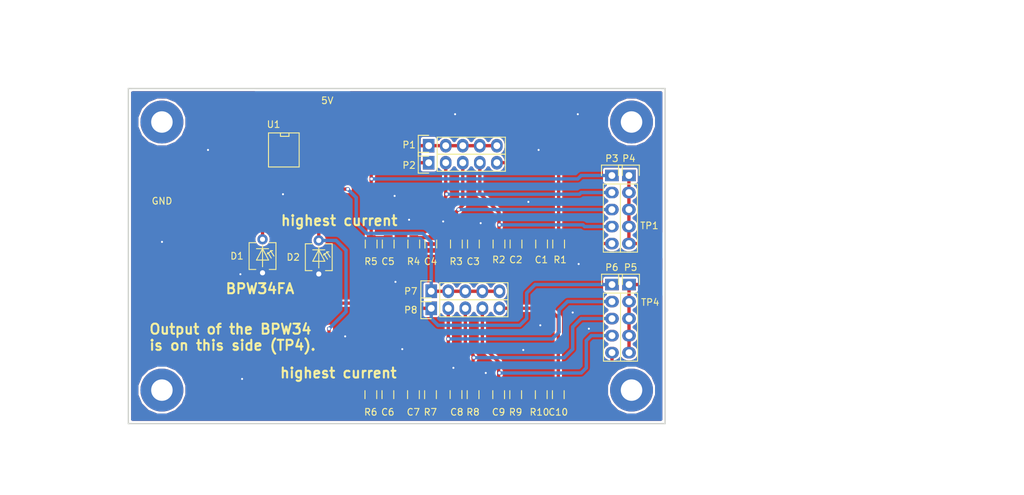
<source format=kicad_pcb>
(kicad_pcb (version 4) (host pcbnew 4.0.5+dfsg1-4)

  (general
    (links 101)
    (no_connects 0)
    (area 106.899999 80.899999 187.100001 131.100001)
    (thickness 1.6)
    (drawings 18)
    (tracks 203)
    (zones 0)
    (modules 62)
    (nets 19)
  )

  (page A4)
  (title_block
    (title "Transimpedance Amplifier")
    (date 2017-05-03)
    (rev 1)
    (company "Uppsala University")
  )

  (layers
    (0 F.Cu signal)
    (31 B.Cu signal)
    (32 B.Adhes user)
    (33 F.Adhes user)
    (34 B.Paste user)
    (35 F.Paste user)
    (36 B.SilkS user)
    (37 F.SilkS user)
    (38 B.Mask user)
    (39 F.Mask user)
    (40 Dwgs.User user)
    (41 Cmts.User user)
    (42 Eco1.User user)
    (43 Eco2.User user)
    (44 Edge.Cuts user)
    (45 Margin user)
    (46 B.CrtYd user)
    (47 F.CrtYd user)
    (48 B.Fab user)
    (49 F.Fab user)
  )

  (setup
    (last_trace_width 0.25)
    (user_trace_width 0.5)
    (trace_clearance 0.2)
    (zone_clearance 0.3)
    (zone_45_only no)
    (trace_min 0.2)
    (segment_width 0.2)
    (edge_width 0.2)
    (via_size 0.6)
    (via_drill 0.4)
    (via_min_size 0.4)
    (via_min_drill 0.3)
    (user_via 1 0.5)
    (uvia_size 0.3)
    (uvia_drill 0.1)
    (uvias_allowed no)
    (uvia_min_size 0.2)
    (uvia_min_drill 0.1)
    (pcb_text_width 0.3)
    (pcb_text_size 1.5 1.5)
    (mod_edge_width 0.15)
    (mod_text_size 1 1)
    (mod_text_width 0.15)
    (pad_size 2.49936 2.49936)
    (pad_drill 1.00076)
    (pad_to_mask_clearance 0.2)
    (aux_axis_origin 0 0)
    (grid_origin 137.16 92.964)
    (visible_elements FFFEFF7F)
    (pcbplotparams
      (layerselection 0x0d1f0_80000001)
      (usegerberextensions false)
      (excludeedgelayer true)
      (linewidth 0.100000)
      (plotframeref false)
      (viasonmask false)
      (mode 1)
      (useauxorigin false)
      (hpglpennumber 1)
      (hpglpenspeed 20)
      (hpglpendiameter 15)
      (hpglpenoverlay 2)
      (psnegative false)
      (psa4output false)
      (plotreference true)
      (plotvalue true)
      (plotinvisibletext false)
      (padsonsilk false)
      (subtractmaskfromsilk false)
      (outputformat 1)
      (mirror false)
      (drillshape 0)
      (scaleselection 1)
      (outputdirectory gerberv1/))
  )

  (net 0 "")
  (net 1 "Net-(C1-Pad1)")
  (net 2 "Net-(C2-Pad1)")
  (net 3 "Net-(C3-Pad1)")
  (net 4 "Net-(C4-Pad1)")
  (net 5 "Net-(C5-Pad1)")
  (net 6 "Net-(P1-Pad1)")
  (net 7 "Net-(P4-Pad1)")
  (net 8 GND)
  (net 9 +5V)
  (net 10 "Net-(C6-Pad1)")
  (net 11 "Net-(C7-Pad1)")
  (net 12 "Net-(C8-Pad1)")
  (net 13 "Net-(C9-Pad1)")
  (net 14 "Net-(C10-Pad1)")
  (net 15 "Net-(P5-Pad1)")
  (net 16 "Net-(P7-Pad1)")
  (net 17 "Net-(C1-Pad2)")
  (net 18 "Net-(C10-Pad2)")

  (net_class Default "This is the default net class."
    (clearance 0.2)
    (trace_width 0.25)
    (via_dia 0.6)
    (via_drill 0.4)
    (uvia_dia 0.3)
    (uvia_drill 0.1)
    (add_net +5V)
    (add_net GND)
    (add_net "Net-(C1-Pad1)")
    (add_net "Net-(C1-Pad2)")
    (add_net "Net-(C10-Pad1)")
    (add_net "Net-(C10-Pad2)")
    (add_net "Net-(C2-Pad1)")
    (add_net "Net-(C3-Pad1)")
    (add_net "Net-(C4-Pad1)")
    (add_net "Net-(C5-Pad1)")
    (add_net "Net-(C6-Pad1)")
    (add_net "Net-(C7-Pad1)")
    (add_net "Net-(C8-Pad1)")
    (add_net "Net-(C9-Pad1)")
    (add_net "Net-(P1-Pad1)")
    (add_net "Net-(P4-Pad1)")
    (add_net "Net-(P5-Pad1)")
    (add_net "Net-(P7-Pad1)")
  )

  (module Vias:Stitchging-Via-0.6 (layer F.Cu) (tedit 590A0DDF) (tstamp 590A0FE8)
    (at 174.117 107.188)
    (fp_text reference REF** (at 0 1.27) (layer F.SilkS) hide
      (effects (font (size 1 1) (thickness 0.15)))
    )
    (fp_text value SolderWirePad_single_1mmDrill (at 0 -1.27) (layer F.Fab)
      (effects (font (size 1 1) (thickness 0.15)))
    )
    (pad 1 thru_hole circle (at 0 0) (size 0.6 0.6) (drill 0.3) (layers *.Cu)
      (net 8 GND) (zone_connect 2))
  )

  (module Vias:Stitchging-Via-0.6 (layer F.Cu) (tedit 590A0DDF) (tstamp 590A0F15)
    (at 173.228 114.427)
    (fp_text reference REF** (at 0 1.27) (layer F.SilkS) hide
      (effects (font (size 1 1) (thickness 0.15)))
    )
    (fp_text value SolderWirePad_single_1mmDrill (at 0 -1.27) (layer F.Fab)
      (effects (font (size 1 1) (thickness 0.15)))
    )
    (pad 1 thru_hole circle (at 0 0) (size 0.6 0.6) (drill 0.3) (layers *.Cu)
      (net 8 GND) (zone_connect 2))
  )

  (module Vias:Stitchging-Via-0.6 (layer F.Cu) (tedit 590A0DDF) (tstamp 590A0F10)
    (at 175.641 116.84)
    (fp_text reference REF** (at 0 1.27) (layer F.SilkS) hide
      (effects (font (size 1 1) (thickness 0.15)))
    )
    (fp_text value SolderWirePad_single_1mmDrill (at 0 -1.27) (layer F.Fab)
      (effects (font (size 1 1) (thickness 0.15)))
    )
    (pad 1 thru_hole circle (at 0 0) (size 0.6 0.6) (drill 0.3) (layers *.Cu)
      (net 8 GND) (zone_connect 2))
  )

  (module Vias:Stitchging-Via-0.6 (layer F.Cu) (tedit 590A0DDF) (tstamp 590A0F0B)
    (at 165.862 120.015)
    (fp_text reference REF** (at 0 1.27) (layer F.SilkS) hide
      (effects (font (size 1 1) (thickness 0.15)))
    )
    (fp_text value SolderWirePad_single_1mmDrill (at 0 -1.27) (layer F.Fab)
      (effects (font (size 1 1) (thickness 0.15)))
    )
    (pad 1 thru_hole circle (at 0 0) (size 0.6 0.6) (drill 0.3) (layers *.Cu)
      (net 8 GND) (zone_connect 2))
  )

  (module Vias:Stitchging-Via-0.6 (layer F.Cu) (tedit 590A0DDF) (tstamp 590A0F06)
    (at 146.812 109.855)
    (fp_text reference REF** (at 0 1.27) (layer F.SilkS) hide
      (effects (font (size 1 1) (thickness 0.15)))
    )
    (fp_text value SolderWirePad_single_1mmDrill (at 0 -1.27) (layer F.Fab)
      (effects (font (size 1 1) (thickness 0.15)))
    )
    (pad 1 thru_hole circle (at 0 0) (size 0.6 0.6) (drill 0.3) (layers *.Cu)
      (net 8 GND) (zone_connect 2))
  )

  (module Vias:Stitchging-Via-0.6 (layer F.Cu) (tedit 590A0DDF) (tstamp 590A0F01)
    (at 139.319 117.983)
    (fp_text reference REF** (at 0 1.27) (layer F.SilkS) hide
      (effects (font (size 1 1) (thickness 0.15)))
    )
    (fp_text value SolderWirePad_single_1mmDrill (at 0 -1.27) (layer F.Fab)
      (effects (font (size 1 1) (thickness 0.15)))
    )
    (pad 1 thru_hole circle (at 0 0) (size 0.6 0.6) (drill 0.3) (layers *.Cu)
      (net 8 GND) (zone_connect 2))
  )

  (module Vias:Stitchging-Via-0.6 (layer F.Cu) (tedit 590A0DDF) (tstamp 590A0EFC)
    (at 123.952 124.333)
    (fp_text reference REF** (at 0 1.27) (layer F.SilkS) hide
      (effects (font (size 1 1) (thickness 0.15)))
    )
    (fp_text value SolderWirePad_single_1mmDrill (at 0 -1.27) (layer F.Fab)
      (effects (font (size 1 1) (thickness 0.15)))
    )
    (pad 1 thru_hole circle (at 0 0) (size 0.6 0.6) (drill 0.3) (layers *.Cu)
      (net 8 GND) (zone_connect 2))
  )

  (module Vias:Stitchging-Via-0.6 (layer F.Cu) (tedit 590A0DDF) (tstamp 590A0EF6)
    (at 118.872 90.17)
    (fp_text reference REF** (at 0 1.27) (layer F.SilkS) hide
      (effects (font (size 1 1) (thickness 0.15)))
    )
    (fp_text value SolderWirePad_single_1mmDrill (at 0 -1.27) (layer F.Fab)
      (effects (font (size 1 1) (thickness 0.15)))
    )
    (pad 1 thru_hole circle (at 0 0) (size 0.6 0.6) (drill 0.3) (layers *.Cu)
      (net 8 GND) (zone_connect 2))
  )

  (module Vias:Stitchging-Via-0.6 (layer F.Cu) (tedit 590A0DDF) (tstamp 590A0EF1)
    (at 123.698 108.712)
    (fp_text reference REF** (at 0 1.27) (layer F.SilkS) hide
      (effects (font (size 1 1) (thickness 0.15)))
    )
    (fp_text value SolderWirePad_single_1mmDrill (at 0 -1.27) (layer F.Fab)
      (effects (font (size 1 1) (thickness 0.15)))
    )
    (pad 1 thru_hole circle (at 0 0) (size 0.6 0.6) (drill 0.3) (layers *.Cu)
      (net 8 GND) (zone_connect 2))
  )

  (module Vias:Stitchging-Via-0.6 (layer F.Cu) (tedit 590A0DDF) (tstamp 590A0EE7)
    (at 146.685 97.028)
    (fp_text reference REF** (at 0 1.27) (layer F.SilkS) hide
      (effects (font (size 1 1) (thickness 0.15)))
    )
    (fp_text value SolderWirePad_single_1mmDrill (at 0 -1.27) (layer F.Fab)
      (effects (font (size 1 1) (thickness 0.15)))
    )
    (pad 1 thru_hole circle (at 0 0) (size 0.6 0.6) (drill 0.3) (layers *.Cu)
      (net 8 GND) (zone_connect 2))
  )

  (module Vias:Stitchging-Via-0.6 (layer F.Cu) (tedit 590A0DDF) (tstamp 590A0EE2)
    (at 166.624 97.917)
    (fp_text reference REF** (at 0 1.27) (layer F.SilkS) hide
      (effects (font (size 1 1) (thickness 0.15)))
    )
    (fp_text value SolderWirePad_single_1mmDrill (at 0 -1.27) (layer F.Fab)
      (effects (font (size 1 1) (thickness 0.15)))
    )
    (pad 1 thru_hole circle (at 0 0) (size 0.6 0.6) (drill 0.3) (layers *.Cu)
      (net 8 GND) (zone_connect 2))
  )

  (module Vias:Stitchging-Via-0.6 (layer F.Cu) (tedit 590A0DDF) (tstamp 590A0EDD)
    (at 173.99 84.836)
    (fp_text reference REF** (at 0 1.27) (layer F.SilkS) hide
      (effects (font (size 1 1) (thickness 0.15)))
    )
    (fp_text value SolderWirePad_single_1mmDrill (at 0 -1.27) (layer F.Fab)
      (effects (font (size 1 1) (thickness 0.15)))
    )
    (pad 1 thru_hole circle (at 0 0) (size 0.6 0.6) (drill 0.3) (layers *.Cu)
      (net 8 GND) (zone_connect 2))
  )

  (module Resistors_SMD:R_0805 (layer F.Cu) (tedit 58FF5544) (tstamp 58FDEFE4)
    (at 143.1925 104.2035 270)
    (descr "Resistor SMD 0805, reflow soldering, Vishay (see dcrcw.pdf)")
    (tags "resistor 0805")
    (path /58FDCDBF)
    (attr smd)
    (fp_text reference R5 (at 2.605 0.031 360) (layer F.SilkS)
      (effects (font (size 1 1) (thickness 0.15)))
    )
    (fp_text value 10k (at 0 2.1 270) (layer F.Fab)
      (effects (font (size 1 1) (thickness 0.15)))
    )
    (fp_line (start -1 0.625) (end -1 -0.625) (layer F.Fab) (width 0.1))
    (fp_line (start 1 0.625) (end -1 0.625) (layer F.Fab) (width 0.1))
    (fp_line (start 1 -0.625) (end 1 0.625) (layer F.Fab) (width 0.1))
    (fp_line (start -1 -0.625) (end 1 -0.625) (layer F.Fab) (width 0.1))
    (fp_line (start -1.6 -1) (end 1.6 -1) (layer F.CrtYd) (width 0.05))
    (fp_line (start -1.6 1) (end 1.6 1) (layer F.CrtYd) (width 0.05))
    (fp_line (start -1.6 -1) (end -1.6 1) (layer F.CrtYd) (width 0.05))
    (fp_line (start 1.6 -1) (end 1.6 1) (layer F.CrtYd) (width 0.05))
    (fp_line (start 0.6 0.875) (end -0.6 0.875) (layer F.SilkS) (width 0.15))
    (fp_line (start -0.6 -0.875) (end 0.6 -0.875) (layer F.SilkS) (width 0.15))
    (pad 1 smd rect (at -0.95 0 270) (size 0.7 1.3) (layers F.Cu F.Paste F.Mask)
      (net 5 "Net-(C5-Pad1)"))
    (pad 2 smd rect (at 0.95 0 270) (size 0.7 1.3) (layers F.Cu F.Paste F.Mask)
      (net 17 "Net-(C1-Pad2)"))
    (model Resistors_SMD.3dshapes/R_0805.wrl
      (at (xyz 0 0 0))
      (scale (xyz 1 1 1))
      (rotate (xyz 0 0 0))
    )
  )

  (module Mounting_Holes:MountingHole_3.2mm_M3_Pad (layer F.Cu) (tedit 58FF5599) (tstamp 58FF0A6E)
    (at 182 126)
    (descr "Mounting Hole 3.2mm, M3")
    (tags "mounting hole 3.2mm m3")
    (fp_text reference REF** (at 0 -4.2) (layer F.SilkS) hide
      (effects (font (size 1 1) (thickness 0.15)))
    )
    (fp_text value MountingHole_3.2mm_M3_Pad (at 0 4.2) (layer F.Fab)
      (effects (font (size 1 1) (thickness 0.15)))
    )
    (fp_circle (center 0 0) (end 3.2 0) (layer Cmts.User) (width 0.15))
    (fp_circle (center 0 0) (end 3.45 0) (layer F.CrtYd) (width 0.05))
    (pad 1 thru_hole circle (at 0 0) (size 6.4 6.4) (drill 3.2) (layers *.Cu *.Mask))
  )

  (module Pin_Headers:Pin_Header_Straight_1x05 (layer F.Cu) (tedit 590713AF) (tstamp 5900189A)
    (at 151.765 89.535 90)
    (descr "Through hole pin header")
    (tags "pin header")
    (path /58FDBBF8)
    (fp_text reference P1 (at 0.127 -2.921 180) (layer F.SilkS)
      (effects (font (size 1 1) (thickness 0.15)))
    )
    (fp_text value CONN_01X05 (at 0 -3.1 90) (layer F.Fab)
      (effects (font (size 1 1) (thickness 0.15)))
    )
    (fp_line (start -1.55 0) (end -1.55 -1.55) (layer F.SilkS) (width 0.15))
    (fp_line (start -1.55 -1.55) (end 1.55 -1.55) (layer F.SilkS) (width 0.15))
    (fp_line (start 1.55 -1.55) (end 1.55 0) (layer F.SilkS) (width 0.15))
    (fp_line (start -1.75 -1.75) (end -1.75 11.95) (layer F.CrtYd) (width 0.05))
    (fp_line (start 1.75 -1.75) (end 1.75 11.95) (layer F.CrtYd) (width 0.05))
    (fp_line (start -1.75 -1.75) (end 1.75 -1.75) (layer F.CrtYd) (width 0.05))
    (fp_line (start -1.75 11.95) (end 1.75 11.95) (layer F.CrtYd) (width 0.05))
    (fp_line (start 1.27 1.27) (end 1.27 11.43) (layer F.SilkS) (width 0.15))
    (fp_line (start 1.27 11.43) (end -1.27 11.43) (layer F.SilkS) (width 0.15))
    (fp_line (start -1.27 11.43) (end -1.27 1.27) (layer F.SilkS) (width 0.15))
    (fp_line (start 1.27 1.27) (end -1.27 1.27) (layer F.SilkS) (width 0.15))
    (pad 1 thru_hole rect (at 0 0 90) (size 2.032 1.7272) (drill 1.016) (layers *.Cu *.Mask)
      (net 6 "Net-(P1-Pad1)"))
    (pad 2 thru_hole oval (at 0 2.54 90) (size 2.032 1.7272) (drill 1.016) (layers *.Cu *.Mask)
      (net 6 "Net-(P1-Pad1)"))
    (pad 3 thru_hole oval (at 0 5.08 90) (size 2.032 1.7272) (drill 1.016) (layers *.Cu *.Mask)
      (net 6 "Net-(P1-Pad1)"))
    (pad 4 thru_hole oval (at 0 7.62 90) (size 2.032 1.7272) (drill 1.016) (layers *.Cu *.Mask)
      (net 6 "Net-(P1-Pad1)"))
    (pad 5 thru_hole oval (at 0 10.16 90) (size 2.032 1.7272) (drill 1.016) (layers *.Cu *.Mask)
      (net 6 "Net-(P1-Pad1)"))
    (model Pin_Headers.3dshapes/Pin_Header_Straight_1x05.wrl
      (at (xyz 0 -0.2 0))
      (scale (xyz 1 1 1))
      (rotate (xyz 0 0 90))
    )
  )

  (module Pin_Headers:Pin_Header_Straight_1x05 (layer F.Cu) (tedit 590713AB) (tstamp 590018AE)
    (at 151.765 92.075 90)
    (descr "Through hole pin header")
    (tags "pin header")
    (path /58FDC421)
    (fp_text reference P2 (at -0.381 -2.921 180) (layer F.SilkS)
      (effects (font (size 1 1) (thickness 0.15)))
    )
    (fp_text value CONN_01X05 (at 0 -3.1 90) (layer F.Fab)
      (effects (font (size 1 1) (thickness 0.15)))
    )
    (fp_line (start -1.55 0) (end -1.55 -1.55) (layer F.SilkS) (width 0.15))
    (fp_line (start -1.55 -1.55) (end 1.55 -1.55) (layer F.SilkS) (width 0.15))
    (fp_line (start 1.55 -1.55) (end 1.55 0) (layer F.SilkS) (width 0.15))
    (fp_line (start -1.75 -1.75) (end -1.75 11.95) (layer F.CrtYd) (width 0.05))
    (fp_line (start 1.75 -1.75) (end 1.75 11.95) (layer F.CrtYd) (width 0.05))
    (fp_line (start -1.75 -1.75) (end 1.75 -1.75) (layer F.CrtYd) (width 0.05))
    (fp_line (start -1.75 11.95) (end 1.75 11.95) (layer F.CrtYd) (width 0.05))
    (fp_line (start 1.27 1.27) (end 1.27 11.43) (layer F.SilkS) (width 0.15))
    (fp_line (start 1.27 11.43) (end -1.27 11.43) (layer F.SilkS) (width 0.15))
    (fp_line (start -1.27 11.43) (end -1.27 1.27) (layer F.SilkS) (width 0.15))
    (fp_line (start 1.27 1.27) (end -1.27 1.27) (layer F.SilkS) (width 0.15))
    (pad 1 thru_hole rect (at 0 0 90) (size 2.032 1.7272) (drill 1.016) (layers *.Cu *.Mask)
      (net 5 "Net-(C5-Pad1)"))
    (pad 2 thru_hole oval (at 0 2.54 90) (size 2.032 1.7272) (drill 1.016) (layers *.Cu *.Mask)
      (net 4 "Net-(C4-Pad1)"))
    (pad 3 thru_hole oval (at 0 5.08 90) (size 2.032 1.7272) (drill 1.016) (layers *.Cu *.Mask)
      (net 3 "Net-(C3-Pad1)"))
    (pad 4 thru_hole oval (at 0 7.62 90) (size 2.032 1.7272) (drill 1.016) (layers *.Cu *.Mask)
      (net 2 "Net-(C2-Pad1)"))
    (pad 5 thru_hole oval (at 0 10.16 90) (size 2.032 1.7272) (drill 1.016) (layers *.Cu *.Mask)
      (net 1 "Net-(C1-Pad1)"))
    (model Pin_Headers.3dshapes/Pin_Header_Straight_1x05.wrl
      (at (xyz 0 -0.2 0))
      (scale (xyz 1 1 1))
      (rotate (xyz 0 0 90))
    )
  )

  (module Pin_Headers:Pin_Header_Straight_1x05 (layer F.Cu) (tedit 59071389) (tstamp 590018C2)
    (at 179.07 93.98)
    (descr "Through hole pin header")
    (tags "pin header")
    (path /58FDC9E0)
    (fp_text reference P3 (at 0 -2.54 180) (layer F.SilkS)
      (effects (font (size 1 1) (thickness 0.15)))
    )
    (fp_text value CONN_01X05 (at 0 -3.1) (layer F.Fab)
      (effects (font (size 1 1) (thickness 0.15)))
    )
    (fp_line (start -1.55 0) (end -1.55 -1.55) (layer F.SilkS) (width 0.15))
    (fp_line (start -1.55 -1.55) (end 1.55 -1.55) (layer F.SilkS) (width 0.15))
    (fp_line (start 1.55 -1.55) (end 1.55 0) (layer F.SilkS) (width 0.15))
    (fp_line (start -1.75 -1.75) (end -1.75 11.95) (layer F.CrtYd) (width 0.05))
    (fp_line (start 1.75 -1.75) (end 1.75 11.95) (layer F.CrtYd) (width 0.05))
    (fp_line (start -1.75 -1.75) (end 1.75 -1.75) (layer F.CrtYd) (width 0.05))
    (fp_line (start -1.75 11.95) (end 1.75 11.95) (layer F.CrtYd) (width 0.05))
    (fp_line (start 1.27 1.27) (end 1.27 11.43) (layer F.SilkS) (width 0.15))
    (fp_line (start 1.27 11.43) (end -1.27 11.43) (layer F.SilkS) (width 0.15))
    (fp_line (start -1.27 11.43) (end -1.27 1.27) (layer F.SilkS) (width 0.15))
    (fp_line (start 1.27 1.27) (end -1.27 1.27) (layer F.SilkS) (width 0.15))
    (pad 1 thru_hole rect (at 0 0) (size 2.032 1.7272) (drill 1.016) (layers *.Cu *.Mask)
      (net 5 "Net-(C5-Pad1)"))
    (pad 2 thru_hole oval (at 0 2.54) (size 2.032 1.7272) (drill 1.016) (layers *.Cu *.Mask)
      (net 4 "Net-(C4-Pad1)"))
    (pad 3 thru_hole oval (at 0 5.08) (size 2.032 1.7272) (drill 1.016) (layers *.Cu *.Mask)
      (net 3 "Net-(C3-Pad1)"))
    (pad 4 thru_hole oval (at 0 7.62) (size 2.032 1.7272) (drill 1.016) (layers *.Cu *.Mask)
      (net 2 "Net-(C2-Pad1)"))
    (pad 5 thru_hole oval (at 0 10.16) (size 2.032 1.7272) (drill 1.016) (layers *.Cu *.Mask)
      (net 1 "Net-(C1-Pad1)"))
    (model Pin_Headers.3dshapes/Pin_Header_Straight_1x05.wrl
      (at (xyz 0 -0.2 0))
      (scale (xyz 1 1 1))
      (rotate (xyz 0 0 90))
    )
  )

  (module Pin_Headers:Pin_Header_Straight_1x05 (layer F.Cu) (tedit 59071383) (tstamp 590018D6)
    (at 181.61 93.98)
    (descr "Through hole pin header")
    (tags "pin header")
    (path /58FDC97C)
    (fp_text reference P4 (at 0 -2.54 180) (layer F.SilkS)
      (effects (font (size 1 1) (thickness 0.15)))
    )
    (fp_text value CONN_01X05 (at 0 -3.1) (layer F.Fab)
      (effects (font (size 1 1) (thickness 0.15)))
    )
    (fp_line (start -1.55 0) (end -1.55 -1.55) (layer F.SilkS) (width 0.15))
    (fp_line (start -1.55 -1.55) (end 1.55 -1.55) (layer F.SilkS) (width 0.15))
    (fp_line (start 1.55 -1.55) (end 1.55 0) (layer F.SilkS) (width 0.15))
    (fp_line (start -1.75 -1.75) (end -1.75 11.95) (layer F.CrtYd) (width 0.05))
    (fp_line (start 1.75 -1.75) (end 1.75 11.95) (layer F.CrtYd) (width 0.05))
    (fp_line (start -1.75 -1.75) (end 1.75 -1.75) (layer F.CrtYd) (width 0.05))
    (fp_line (start -1.75 11.95) (end 1.75 11.95) (layer F.CrtYd) (width 0.05))
    (fp_line (start 1.27 1.27) (end 1.27 11.43) (layer F.SilkS) (width 0.15))
    (fp_line (start 1.27 11.43) (end -1.27 11.43) (layer F.SilkS) (width 0.15))
    (fp_line (start -1.27 11.43) (end -1.27 1.27) (layer F.SilkS) (width 0.15))
    (fp_line (start 1.27 1.27) (end -1.27 1.27) (layer F.SilkS) (width 0.15))
    (pad 1 thru_hole rect (at 0 0) (size 2.032 1.7272) (drill 1.016) (layers *.Cu *.Mask)
      (net 7 "Net-(P4-Pad1)"))
    (pad 2 thru_hole oval (at 0 2.54) (size 2.032 1.7272) (drill 1.016) (layers *.Cu *.Mask)
      (net 7 "Net-(P4-Pad1)"))
    (pad 3 thru_hole oval (at 0 5.08) (size 2.032 1.7272) (drill 1.016) (layers *.Cu *.Mask)
      (net 7 "Net-(P4-Pad1)"))
    (pad 4 thru_hole oval (at 0 7.62) (size 2.032 1.7272) (drill 1.016) (layers *.Cu *.Mask)
      (net 7 "Net-(P4-Pad1)"))
    (pad 5 thru_hole oval (at 0 10.16) (size 2.032 1.7272) (drill 1.016) (layers *.Cu *.Mask)
      (net 7 "Net-(P4-Pad1)"))
    (model Pin_Headers.3dshapes/Pin_Header_Straight_1x05.wrl
      (at (xyz 0 -0.2 0))
      (scale (xyz 1 1 1))
      (rotate (xyz 0 0 90))
    )
  )

  (module Photodiodes:BPW34FA (layer F.Cu) (tedit 59071399) (tstamp 59009014)
    (at 127 106 270)
    (path /58FDDC96)
    (fp_text reference D1 (at 0 3.81 360) (layer F.SilkS)
      (effects (font (size 1 1) (thickness 0.15)))
    )
    (fp_text value BPW34FA (at 0 -3.81 270) (layer F.Fab)
      (effects (font (size 1 1) (thickness 0.15)))
    )
    (fp_line (start -0.8 -1.2) (end -0.6 -1.1) (layer F.SilkS) (width 0.15))
    (fp_line (start -0.8 -1.2) (end -0.8 -1.5) (layer F.SilkS) (width 0.15))
    (fp_line (start -0.5 -0.8) (end -0.5 -1) (layer F.SilkS) (width 0.15))
    (fp_line (start -0.5 -1) (end -0.5 -0.8) (layer F.SilkS) (width 0.15))
    (fp_line (start -0.5 -0.8) (end -0.3 -0.7) (layer F.SilkS) (width 0.15))
    (fp_line (start -0.5 -0.8) (end 0.3 -1.3) (layer F.SilkS) (width 0.15))
    (fp_line (start -0.8 -1.2) (end 0 -1.7) (layer F.SilkS) (width 0.15))
    (fp_line (start -1.1 -0.9) (end -1.1 0.9) (layer F.SilkS) (width 0.15))
    (fp_line (start -1.1 0) (end 0.6 0.9) (layer F.SilkS) (width 0.15))
    (fp_line (start 0.6 0) (end 0.6 0.9) (layer F.SilkS) (width 0.15))
    (fp_line (start 0.6 -0.9) (end 0.6 0) (layer F.SilkS) (width 0.15))
    (fp_line (start -1.1 0) (end 0.6 -0.9) (layer F.SilkS) (width 0.15))
    (fp_line (start -1.6 0) (end 1.5 0) (layer F.SilkS) (width 0.15))
    (fp_line (start 1.5 0) (end 1.6 0) (layer F.SilkS) (width 0.15))
    (fp_line (start 2 1) (end 2 2) (layer F.SilkS) (width 0.15))
    (fp_line (start 2 -2) (end 2 -1) (layer F.SilkS) (width 0.15))
    (fp_line (start -2 1) (end -2 2) (layer F.SilkS) (width 0.15))
    (fp_line (start -2 -2) (end 2 -2) (layer F.SilkS) (width 0.15))
    (fp_line (start -2 2) (end 2 2) (layer F.SilkS) (width 0.15))
    (fp_line (start -2 -2) (end -2 -1) (layer F.SilkS) (width 0.15))
    (pad 1 thru_hole circle (at -2.5 0 270) (size 1.524 1.524) (drill 0.762) (layers *.Cu *.Mask)
      (net 17 "Net-(C1-Pad2)"))
    (pad 2 thru_hole circle (at 2.5 0 270) (size 1.524 1.524) (drill 0.762) (layers *.Cu *.Mask)
      (net 8 GND))
  )

  (module Photodiodes:BPW34FA (layer F.Cu) (tedit 59071397) (tstamp 59009298)
    (at 135.382 106.172 270)
    (path /58FE921C)
    (fp_text reference D2 (at 0 3.81 360) (layer F.SilkS)
      (effects (font (size 1 1) (thickness 0.15)))
    )
    (fp_text value BPW34 (at 0 -3.81 270) (layer F.Fab)
      (effects (font (size 1 1) (thickness 0.15)))
    )
    (fp_line (start -0.8 -1.2) (end -0.6 -1.1) (layer F.SilkS) (width 0.15))
    (fp_line (start -0.8 -1.2) (end -0.8 -1.5) (layer F.SilkS) (width 0.15))
    (fp_line (start -0.5 -0.8) (end -0.5 -1) (layer F.SilkS) (width 0.15))
    (fp_line (start -0.5 -1) (end -0.5 -0.8) (layer F.SilkS) (width 0.15))
    (fp_line (start -0.5 -0.8) (end -0.3 -0.7) (layer F.SilkS) (width 0.15))
    (fp_line (start -0.5 -0.8) (end 0.3 -1.3) (layer F.SilkS) (width 0.15))
    (fp_line (start -0.8 -1.2) (end 0 -1.7) (layer F.SilkS) (width 0.15))
    (fp_line (start -1.1 -0.9) (end -1.1 0.9) (layer F.SilkS) (width 0.15))
    (fp_line (start -1.1 0) (end 0.6 0.9) (layer F.SilkS) (width 0.15))
    (fp_line (start 0.6 0) (end 0.6 0.9) (layer F.SilkS) (width 0.15))
    (fp_line (start 0.6 -0.9) (end 0.6 0) (layer F.SilkS) (width 0.15))
    (fp_line (start -1.1 0) (end 0.6 -0.9) (layer F.SilkS) (width 0.15))
    (fp_line (start -1.6 0) (end 1.5 0) (layer F.SilkS) (width 0.15))
    (fp_line (start 1.5 0) (end 1.6 0) (layer F.SilkS) (width 0.15))
    (fp_line (start 2 1) (end 2 2) (layer F.SilkS) (width 0.15))
    (fp_line (start 2 -2) (end 2 -1) (layer F.SilkS) (width 0.15))
    (fp_line (start -2 1) (end -2 2) (layer F.SilkS) (width 0.15))
    (fp_line (start -2 -2) (end 2 -2) (layer F.SilkS) (width 0.15))
    (fp_line (start -2 2) (end 2 2) (layer F.SilkS) (width 0.15))
    (fp_line (start -2 -2) (end -2 -1) (layer F.SilkS) (width 0.15))
    (pad 1 thru_hole circle (at -2.5 0 270) (size 1.524 1.524) (drill 0.762) (layers *.Cu *.Mask)
      (net 18 "Net-(C10-Pad2)"))
    (pad 2 thru_hole circle (at 2.5 0 270) (size 1.524 1.524) (drill 0.762) (layers *.Cu *.Mask)
      (net 8 GND))
  )

  (module Pin_Headers:Pin_Header_Straight_1x05 (layer F.Cu) (tedit 5907136E) (tstamp 590092AC)
    (at 181.627 110.252)
    (descr "Through hole pin header")
    (tags "pin header")
    (path /58FE91E6)
    (fp_text reference P5 (at 0.237 -2.556 180) (layer F.SilkS)
      (effects (font (size 1 1) (thickness 0.15)))
    )
    (fp_text value CONN_01X05 (at 0 -3.1) (layer F.Fab)
      (effects (font (size 1 1) (thickness 0.15)))
    )
    (fp_line (start -1.55 0) (end -1.55 -1.55) (layer F.SilkS) (width 0.15))
    (fp_line (start -1.55 -1.55) (end 1.55 -1.55) (layer F.SilkS) (width 0.15))
    (fp_line (start 1.55 -1.55) (end 1.55 0) (layer F.SilkS) (width 0.15))
    (fp_line (start -1.75 -1.75) (end -1.75 11.95) (layer F.CrtYd) (width 0.05))
    (fp_line (start 1.75 -1.75) (end 1.75 11.95) (layer F.CrtYd) (width 0.05))
    (fp_line (start -1.75 -1.75) (end 1.75 -1.75) (layer F.CrtYd) (width 0.05))
    (fp_line (start -1.75 11.95) (end 1.75 11.95) (layer F.CrtYd) (width 0.05))
    (fp_line (start 1.27 1.27) (end 1.27 11.43) (layer F.SilkS) (width 0.15))
    (fp_line (start 1.27 11.43) (end -1.27 11.43) (layer F.SilkS) (width 0.15))
    (fp_line (start -1.27 11.43) (end -1.27 1.27) (layer F.SilkS) (width 0.15))
    (fp_line (start 1.27 1.27) (end -1.27 1.27) (layer F.SilkS) (width 0.15))
    (pad 1 thru_hole rect (at 0 0) (size 2.032 1.7272) (drill 1.016) (layers *.Cu *.Mask)
      (net 15 "Net-(P5-Pad1)"))
    (pad 2 thru_hole oval (at 0 2.54) (size 2.032 1.7272) (drill 1.016) (layers *.Cu *.Mask)
      (net 15 "Net-(P5-Pad1)"))
    (pad 3 thru_hole oval (at 0 5.08) (size 2.032 1.7272) (drill 1.016) (layers *.Cu *.Mask)
      (net 15 "Net-(P5-Pad1)"))
    (pad 4 thru_hole oval (at 0 7.62) (size 2.032 1.7272) (drill 1.016) (layers *.Cu *.Mask)
      (net 15 "Net-(P5-Pad1)"))
    (pad 5 thru_hole oval (at 0 10.16) (size 2.032 1.7272) (drill 1.016) (layers *.Cu *.Mask)
      (net 15 "Net-(P5-Pad1)"))
    (model Pin_Headers.3dshapes/Pin_Header_Straight_1x05.wrl
      (at (xyz 0 -0.2 0))
      (scale (xyz 1 1 1))
      (rotate (xyz 0 0 90))
    )
  )

  (module Pin_Headers:Pin_Header_Straight_1x05 (layer F.Cu) (tedit 5907136A) (tstamp 590092C0)
    (at 179.087 110.252)
    (descr "Through hole pin header")
    (tags "pin header")
    (path /58FE928D)
    (fp_text reference P6 (at -0.017 -2.556 180) (layer F.SilkS)
      (effects (font (size 1 1) (thickness 0.15)))
    )
    (fp_text value CONN_01X05 (at 0 -3.1) (layer F.Fab)
      (effects (font (size 1 1) (thickness 0.15)))
    )
    (fp_line (start -1.55 0) (end -1.55 -1.55) (layer F.SilkS) (width 0.15))
    (fp_line (start -1.55 -1.55) (end 1.55 -1.55) (layer F.SilkS) (width 0.15))
    (fp_line (start 1.55 -1.55) (end 1.55 0) (layer F.SilkS) (width 0.15))
    (fp_line (start -1.75 -1.75) (end -1.75 11.95) (layer F.CrtYd) (width 0.05))
    (fp_line (start 1.75 -1.75) (end 1.75 11.95) (layer F.CrtYd) (width 0.05))
    (fp_line (start -1.75 -1.75) (end 1.75 -1.75) (layer F.CrtYd) (width 0.05))
    (fp_line (start -1.75 11.95) (end 1.75 11.95) (layer F.CrtYd) (width 0.05))
    (fp_line (start 1.27 1.27) (end 1.27 11.43) (layer F.SilkS) (width 0.15))
    (fp_line (start 1.27 11.43) (end -1.27 11.43) (layer F.SilkS) (width 0.15))
    (fp_line (start -1.27 11.43) (end -1.27 1.27) (layer F.SilkS) (width 0.15))
    (fp_line (start 1.27 1.27) (end -1.27 1.27) (layer F.SilkS) (width 0.15))
    (pad 1 thru_hole rect (at 0 0) (size 2.032 1.7272) (drill 1.016) (layers *.Cu *.Mask)
      (net 10 "Net-(C6-Pad1)"))
    (pad 2 thru_hole oval (at 0 2.54) (size 2.032 1.7272) (drill 1.016) (layers *.Cu *.Mask)
      (net 11 "Net-(C7-Pad1)"))
    (pad 3 thru_hole oval (at 0 5.08) (size 2.032 1.7272) (drill 1.016) (layers *.Cu *.Mask)
      (net 12 "Net-(C8-Pad1)"))
    (pad 4 thru_hole oval (at 0 7.62) (size 2.032 1.7272) (drill 1.016) (layers *.Cu *.Mask)
      (net 13 "Net-(C9-Pad1)"))
    (pad 5 thru_hole oval (at 0 10.16) (size 2.032 1.7272) (drill 1.016) (layers *.Cu *.Mask)
      (net 14 "Net-(C10-Pad1)"))
    (model Pin_Headers.3dshapes/Pin_Header_Straight_1x05.wrl
      (at (xyz 0 -0.2 0))
      (scale (xyz 1 1 1))
      (rotate (xyz 0 0 90))
    )
  )

  (module Pin_Headers:Pin_Header_Straight_1x05 (layer F.Cu) (tedit 5907138E) (tstamp 590092D4)
    (at 152.146 111.252 90)
    (descr "Through hole pin header")
    (tags "pin header")
    (path /58FE91CE)
    (fp_text reference P7 (at 0 -3.048 180) (layer F.SilkS)
      (effects (font (size 1 1) (thickness 0.15)))
    )
    (fp_text value CONN_01X05 (at 0 -3.1 90) (layer F.Fab)
      (effects (font (size 1 1) (thickness 0.15)))
    )
    (fp_line (start -1.55 0) (end -1.55 -1.55) (layer F.SilkS) (width 0.15))
    (fp_line (start -1.55 -1.55) (end 1.55 -1.55) (layer F.SilkS) (width 0.15))
    (fp_line (start 1.55 -1.55) (end 1.55 0) (layer F.SilkS) (width 0.15))
    (fp_line (start -1.75 -1.75) (end -1.75 11.95) (layer F.CrtYd) (width 0.05))
    (fp_line (start 1.75 -1.75) (end 1.75 11.95) (layer F.CrtYd) (width 0.05))
    (fp_line (start -1.75 -1.75) (end 1.75 -1.75) (layer F.CrtYd) (width 0.05))
    (fp_line (start -1.75 11.95) (end 1.75 11.95) (layer F.CrtYd) (width 0.05))
    (fp_line (start 1.27 1.27) (end 1.27 11.43) (layer F.SilkS) (width 0.15))
    (fp_line (start 1.27 11.43) (end -1.27 11.43) (layer F.SilkS) (width 0.15))
    (fp_line (start -1.27 11.43) (end -1.27 1.27) (layer F.SilkS) (width 0.15))
    (fp_line (start 1.27 1.27) (end -1.27 1.27) (layer F.SilkS) (width 0.15))
    (pad 1 thru_hole rect (at 0 0 90) (size 2.032 1.7272) (drill 1.016) (layers *.Cu *.Mask)
      (net 16 "Net-(P7-Pad1)"))
    (pad 2 thru_hole oval (at 0 2.54 90) (size 2.032 1.7272) (drill 1.016) (layers *.Cu *.Mask)
      (net 16 "Net-(P7-Pad1)"))
    (pad 3 thru_hole oval (at 0 5.08 90) (size 2.032 1.7272) (drill 1.016) (layers *.Cu *.Mask)
      (net 16 "Net-(P7-Pad1)"))
    (pad 4 thru_hole oval (at 0 7.62 90) (size 2.032 1.7272) (drill 1.016) (layers *.Cu *.Mask)
      (net 16 "Net-(P7-Pad1)"))
    (pad 5 thru_hole oval (at 0 10.16 90) (size 2.032 1.7272) (drill 1.016) (layers *.Cu *.Mask)
      (net 16 "Net-(P7-Pad1)"))
    (model Pin_Headers.3dshapes/Pin_Header_Straight_1x05.wrl
      (at (xyz 0 -0.2 0))
      (scale (xyz 1 1 1))
      (rotate (xyz 0 0 90))
    )
  )

  (module Pin_Headers:Pin_Header_Straight_1x05 (layer F.Cu) (tedit 59071391) (tstamp 590092E8)
    (at 152.146 113.792 90)
    (descr "Through hole pin header")
    (tags "pin header")
    (path /58FE91D4)
    (fp_text reference P8 (at -0.254 -3.048 180) (layer F.SilkS)
      (effects (font (size 1 1) (thickness 0.15)))
    )
    (fp_text value CONN_01X05 (at 0 -3.1 90) (layer F.Fab)
      (effects (font (size 1 1) (thickness 0.15)))
    )
    (fp_line (start -1.55 0) (end -1.55 -1.55) (layer F.SilkS) (width 0.15))
    (fp_line (start -1.55 -1.55) (end 1.55 -1.55) (layer F.SilkS) (width 0.15))
    (fp_line (start 1.55 -1.55) (end 1.55 0) (layer F.SilkS) (width 0.15))
    (fp_line (start -1.75 -1.75) (end -1.75 11.95) (layer F.CrtYd) (width 0.05))
    (fp_line (start 1.75 -1.75) (end 1.75 11.95) (layer F.CrtYd) (width 0.05))
    (fp_line (start -1.75 -1.75) (end 1.75 -1.75) (layer F.CrtYd) (width 0.05))
    (fp_line (start -1.75 11.95) (end 1.75 11.95) (layer F.CrtYd) (width 0.05))
    (fp_line (start 1.27 1.27) (end 1.27 11.43) (layer F.SilkS) (width 0.15))
    (fp_line (start 1.27 11.43) (end -1.27 11.43) (layer F.SilkS) (width 0.15))
    (fp_line (start -1.27 11.43) (end -1.27 1.27) (layer F.SilkS) (width 0.15))
    (fp_line (start 1.27 1.27) (end -1.27 1.27) (layer F.SilkS) (width 0.15))
    (pad 1 thru_hole rect (at 0 0 90) (size 2.032 1.7272) (drill 1.016) (layers *.Cu *.Mask)
      (net 10 "Net-(C6-Pad1)"))
    (pad 2 thru_hole oval (at 0 2.54 90) (size 2.032 1.7272) (drill 1.016) (layers *.Cu *.Mask)
      (net 11 "Net-(C7-Pad1)"))
    (pad 3 thru_hole oval (at 0 5.08 90) (size 2.032 1.7272) (drill 1.016) (layers *.Cu *.Mask)
      (net 12 "Net-(C8-Pad1)"))
    (pad 4 thru_hole oval (at 0 7.62 90) (size 2.032 1.7272) (drill 1.016) (layers *.Cu *.Mask)
      (net 13 "Net-(C9-Pad1)"))
    (pad 5 thru_hole oval (at 0 10.16 90) (size 2.032 1.7272) (drill 1.016) (layers *.Cu *.Mask)
      (net 14 "Net-(C10-Pad1)"))
    (model Pin_Headers.3dshapes/Pin_Header_Straight_1x05.wrl
      (at (xyz 0 -0.2 0))
      (scale (xyz 1 1 1))
      (rotate (xyz 0 0 90))
    )
  )

  (module Resistors_SMD:R_0805 (layer F.Cu) (tedit 58FF540D) (tstamp 59009338)
    (at 168.544 126.681 270)
    (descr "Resistor SMD 0805, reflow soldering, Vishay (see dcrcw.pdf)")
    (tags "resistor 0805")
    (path /58FE91DA)
    (attr smd)
    (fp_text reference R10 (at 2.605 0.269 360) (layer F.SilkS)
      (effects (font (size 1 1) (thickness 0.15)))
    )
    (fp_text value 100M (at 0 2.1 270) (layer F.Fab)
      (effects (font (size 1 1) (thickness 0.15)))
    )
    (fp_line (start -1 0.625) (end -1 -0.625) (layer F.Fab) (width 0.1))
    (fp_line (start 1 0.625) (end -1 0.625) (layer F.Fab) (width 0.1))
    (fp_line (start 1 -0.625) (end 1 0.625) (layer F.Fab) (width 0.1))
    (fp_line (start -1 -0.625) (end 1 -0.625) (layer F.Fab) (width 0.1))
    (fp_line (start -1.6 -1) (end 1.6 -1) (layer F.CrtYd) (width 0.05))
    (fp_line (start -1.6 1) (end 1.6 1) (layer F.CrtYd) (width 0.05))
    (fp_line (start -1.6 -1) (end -1.6 1) (layer F.CrtYd) (width 0.05))
    (fp_line (start 1.6 -1) (end 1.6 1) (layer F.CrtYd) (width 0.05))
    (fp_line (start 0.6 0.875) (end -0.6 0.875) (layer F.SilkS) (width 0.15))
    (fp_line (start -0.6 -0.875) (end 0.6 -0.875) (layer F.SilkS) (width 0.15))
    (pad 1 smd rect (at -0.95 0 270) (size 0.7 1.3) (layers F.Cu F.Paste F.Mask)
      (net 14 "Net-(C10-Pad1)"))
    (pad 2 smd rect (at 0.95 0 270) (size 0.7 1.3) (layers F.Cu F.Paste F.Mask)
      (net 18 "Net-(C10-Pad2)"))
    (model Resistors_SMD.3dshapes/R_0805.wrl
      (at (xyz 0 0 0))
      (scale (xyz 1 1 1))
      (rotate (xyz 0 0 0))
    )
  )

  (module Resistors_SMD:R_0805 (layer F.Cu) (tedit 58FF55A4) (tstamp 58FDEFD0)
    (at 171.1325 104.2035 270)
    (descr "Resistor SMD 0805, reflow soldering, Vishay (see dcrcw.pdf)")
    (tags "resistor 0805")
    (path /58FDC47A)
    (attr smd)
    (fp_text reference R1 (at 2.351 -0.223 360) (layer F.SilkS)
      (effects (font (size 1 1) (thickness 0.15)))
    )
    (fp_text value 100M (at 0 2.1 270) (layer F.Fab)
      (effects (font (size 1 1) (thickness 0.15)))
    )
    (fp_line (start -1 0.625) (end -1 -0.625) (layer F.Fab) (width 0.1))
    (fp_line (start 1 0.625) (end -1 0.625) (layer F.Fab) (width 0.1))
    (fp_line (start 1 -0.625) (end 1 0.625) (layer F.Fab) (width 0.1))
    (fp_line (start -1 -0.625) (end 1 -0.625) (layer F.Fab) (width 0.1))
    (fp_line (start -1.6 -1) (end 1.6 -1) (layer F.CrtYd) (width 0.05))
    (fp_line (start -1.6 1) (end 1.6 1) (layer F.CrtYd) (width 0.05))
    (fp_line (start -1.6 -1) (end -1.6 1) (layer F.CrtYd) (width 0.05))
    (fp_line (start 1.6 -1) (end 1.6 1) (layer F.CrtYd) (width 0.05))
    (fp_line (start 0.6 0.875) (end -0.6 0.875) (layer F.SilkS) (width 0.15))
    (fp_line (start -0.6 -0.875) (end 0.6 -0.875) (layer F.SilkS) (width 0.15))
    (pad 1 smd rect (at -0.95 0 270) (size 0.7 1.3) (layers F.Cu F.Paste F.Mask)
      (net 1 "Net-(C1-Pad1)"))
    (pad 2 smd rect (at 0.95 0 270) (size 0.7 1.3) (layers F.Cu F.Paste F.Mask)
      (net 17 "Net-(C1-Pad2)"))
    (model Resistors_SMD.3dshapes/R_0805.wrl
      (at (xyz 0 0 0))
      (scale (xyz 1 1 1))
      (rotate (xyz 0 0 0))
    )
  )

  (module Resistors_SMD:R_0805 (layer F.Cu) (tedit 58FF5584) (tstamp 58FDEFD5)
    (at 162.2425 104.2035 270)
    (descr "Resistor SMD 0805, reflow soldering, Vishay (see dcrcw.pdf)")
    (tags "resistor 0805")
    (path /58FDCBC3)
    (attr smd)
    (fp_text reference R2 (at 2.351 0.031 360) (layer F.SilkS)
      (effects (font (size 1 1) (thickness 0.15)))
    )
    (fp_text value 10M (at 0 2.1 270) (layer F.Fab)
      (effects (font (size 1 1) (thickness 0.15)))
    )
    (fp_line (start -1 0.625) (end -1 -0.625) (layer F.Fab) (width 0.1))
    (fp_line (start 1 0.625) (end -1 0.625) (layer F.Fab) (width 0.1))
    (fp_line (start 1 -0.625) (end 1 0.625) (layer F.Fab) (width 0.1))
    (fp_line (start -1 -0.625) (end 1 -0.625) (layer F.Fab) (width 0.1))
    (fp_line (start -1.6 -1) (end 1.6 -1) (layer F.CrtYd) (width 0.05))
    (fp_line (start -1.6 1) (end 1.6 1) (layer F.CrtYd) (width 0.05))
    (fp_line (start -1.6 -1) (end -1.6 1) (layer F.CrtYd) (width 0.05))
    (fp_line (start 1.6 -1) (end 1.6 1) (layer F.CrtYd) (width 0.05))
    (fp_line (start 0.6 0.875) (end -0.6 0.875) (layer F.SilkS) (width 0.15))
    (fp_line (start -0.6 -0.875) (end 0.6 -0.875) (layer F.SilkS) (width 0.15))
    (pad 1 smd rect (at -0.95 0 270) (size 0.7 1.3) (layers F.Cu F.Paste F.Mask)
      (net 2 "Net-(C2-Pad1)"))
    (pad 2 smd rect (at 0.95 0 270) (size 0.7 1.3) (layers F.Cu F.Paste F.Mask)
      (net 17 "Net-(C1-Pad2)"))
    (model Resistors_SMD.3dshapes/R_0805.wrl
      (at (xyz 0 0 0))
      (scale (xyz 1 1 1))
      (rotate (xyz 0 0 0))
    )
  )

  (module Resistors_SMD:R_0805 (layer F.Cu) (tedit 58FF5579) (tstamp 58FDEFDA)
    (at 155.8925 104.2035 270)
    (descr "Resistor SMD 0805, reflow soldering, Vishay (see dcrcw.pdf)")
    (tags "resistor 0805")
    (path /58FDCCA7)
    (attr smd)
    (fp_text reference R3 (at 2.605 0.031 360) (layer F.SilkS)
      (effects (font (size 1 1) (thickness 0.15)))
    )
    (fp_text value 1M (at 0 2.1 270) (layer F.Fab)
      (effects (font (size 1 1) (thickness 0.15)))
    )
    (fp_line (start -1 0.625) (end -1 -0.625) (layer F.Fab) (width 0.1))
    (fp_line (start 1 0.625) (end -1 0.625) (layer F.Fab) (width 0.1))
    (fp_line (start 1 -0.625) (end 1 0.625) (layer F.Fab) (width 0.1))
    (fp_line (start -1 -0.625) (end 1 -0.625) (layer F.Fab) (width 0.1))
    (fp_line (start -1.6 -1) (end 1.6 -1) (layer F.CrtYd) (width 0.05))
    (fp_line (start -1.6 1) (end 1.6 1) (layer F.CrtYd) (width 0.05))
    (fp_line (start -1.6 -1) (end -1.6 1) (layer F.CrtYd) (width 0.05))
    (fp_line (start 1.6 -1) (end 1.6 1) (layer F.CrtYd) (width 0.05))
    (fp_line (start 0.6 0.875) (end -0.6 0.875) (layer F.SilkS) (width 0.15))
    (fp_line (start -0.6 -0.875) (end 0.6 -0.875) (layer F.SilkS) (width 0.15))
    (pad 1 smd rect (at -0.95 0 270) (size 0.7 1.3) (layers F.Cu F.Paste F.Mask)
      (net 3 "Net-(C3-Pad1)"))
    (pad 2 smd rect (at 0.95 0 270) (size 0.7 1.3) (layers F.Cu F.Paste F.Mask)
      (net 17 "Net-(C1-Pad2)"))
    (model Resistors_SMD.3dshapes/R_0805.wrl
      (at (xyz 0 0 0))
      (scale (xyz 1 1 1))
      (rotate (xyz 0 0 0))
    )
  )

  (module Resistors_SMD:R_0805 (layer F.Cu) (tedit 58FF556D) (tstamp 58FDEFDF)
    (at 149.5425 104.2035 270)
    (descr "Resistor SMD 0805, reflow soldering, Vishay (see dcrcw.pdf)")
    (tags "resistor 0805")
    (path /58FDCD16)
    (attr smd)
    (fp_text reference R4 (at 2.605 0.031 360) (layer F.SilkS)
      (effects (font (size 1 1) (thickness 0.15)))
    )
    (fp_text value 100k (at 0 2.1 270) (layer F.Fab)
      (effects (font (size 1 1) (thickness 0.15)))
    )
    (fp_line (start -1 0.625) (end -1 -0.625) (layer F.Fab) (width 0.1))
    (fp_line (start 1 0.625) (end -1 0.625) (layer F.Fab) (width 0.1))
    (fp_line (start 1 -0.625) (end 1 0.625) (layer F.Fab) (width 0.1))
    (fp_line (start -1 -0.625) (end 1 -0.625) (layer F.Fab) (width 0.1))
    (fp_line (start -1.6 -1) (end 1.6 -1) (layer F.CrtYd) (width 0.05))
    (fp_line (start -1.6 1) (end 1.6 1) (layer F.CrtYd) (width 0.05))
    (fp_line (start -1.6 -1) (end -1.6 1) (layer F.CrtYd) (width 0.05))
    (fp_line (start 1.6 -1) (end 1.6 1) (layer F.CrtYd) (width 0.05))
    (fp_line (start 0.6 0.875) (end -0.6 0.875) (layer F.SilkS) (width 0.15))
    (fp_line (start -0.6 -0.875) (end 0.6 -0.875) (layer F.SilkS) (width 0.15))
    (pad 1 smd rect (at -0.95 0 270) (size 0.7 1.3) (layers F.Cu F.Paste F.Mask)
      (net 4 "Net-(C4-Pad1)"))
    (pad 2 smd rect (at 0.95 0 270) (size 0.7 1.3) (layers F.Cu F.Paste F.Mask)
      (net 17 "Net-(C1-Pad2)"))
    (model Resistors_SMD.3dshapes/R_0805.wrl
      (at (xyz 0 0 0))
      (scale (xyz 1 1 1))
      (rotate (xyz 0 0 0))
    )
  )

  (module Resistors_SMD:R_0805 (layer F.Cu) (tedit 58FF53CF) (tstamp 58FDEFE9)
    (at 143.144 126.681 270)
    (descr "Resistor SMD 0805, reflow soldering, Vishay (see dcrcw.pdf)")
    (tags "resistor 0805")
    (path /58FE9210)
    (attr smd)
    (fp_text reference R6 (at 2.605 0.015 360) (layer F.SilkS)
      (effects (font (size 1 1) (thickness 0.15)))
    )
    (fp_text value 10k (at 0 2.1 270) (layer F.Fab)
      (effects (font (size 1 1) (thickness 0.15)))
    )
    (fp_line (start -1 0.625) (end -1 -0.625) (layer F.Fab) (width 0.1))
    (fp_line (start 1 0.625) (end -1 0.625) (layer F.Fab) (width 0.1))
    (fp_line (start 1 -0.625) (end 1 0.625) (layer F.Fab) (width 0.1))
    (fp_line (start -1 -0.625) (end 1 -0.625) (layer F.Fab) (width 0.1))
    (fp_line (start -1.6 -1) (end 1.6 -1) (layer F.CrtYd) (width 0.05))
    (fp_line (start -1.6 1) (end 1.6 1) (layer F.CrtYd) (width 0.05))
    (fp_line (start -1.6 -1) (end -1.6 1) (layer F.CrtYd) (width 0.05))
    (fp_line (start 1.6 -1) (end 1.6 1) (layer F.CrtYd) (width 0.05))
    (fp_line (start 0.6 0.875) (end -0.6 0.875) (layer F.SilkS) (width 0.15))
    (fp_line (start -0.6 -0.875) (end 0.6 -0.875) (layer F.SilkS) (width 0.15))
    (pad 1 smd rect (at -0.95 0 270) (size 0.7 1.3) (layers F.Cu F.Paste F.Mask)
      (net 10 "Net-(C6-Pad1)"))
    (pad 2 smd rect (at 0.95 0 270) (size 0.7 1.3) (layers F.Cu F.Paste F.Mask)
      (net 18 "Net-(C10-Pad2)"))
    (model Resistors_SMD.3dshapes/R_0805.wrl
      (at (xyz 0 0 0))
      (scale (xyz 1 1 1))
      (rotate (xyz 0 0 0))
    )
  )

  (module Resistors_SMD:R_0805 (layer F.Cu) (tedit 58FF53DA) (tstamp 58FDEFEE)
    (at 152.034 126.681 270)
    (descr "Resistor SMD 0805, reflow soldering, Vishay (see dcrcw.pdf)")
    (tags "resistor 0805")
    (path /58FE9204)
    (attr smd)
    (fp_text reference R7 (at 2.605 0.015 360) (layer F.SilkS)
      (effects (font (size 1 1) (thickness 0.15)))
    )
    (fp_text value 100k (at 0 2.1 270) (layer F.Fab)
      (effects (font (size 1 1) (thickness 0.15)))
    )
    (fp_line (start -1 0.625) (end -1 -0.625) (layer F.Fab) (width 0.1))
    (fp_line (start 1 0.625) (end -1 0.625) (layer F.Fab) (width 0.1))
    (fp_line (start 1 -0.625) (end 1 0.625) (layer F.Fab) (width 0.1))
    (fp_line (start -1 -0.625) (end 1 -0.625) (layer F.Fab) (width 0.1))
    (fp_line (start -1.6 -1) (end 1.6 -1) (layer F.CrtYd) (width 0.05))
    (fp_line (start -1.6 1) (end 1.6 1) (layer F.CrtYd) (width 0.05))
    (fp_line (start -1.6 -1) (end -1.6 1) (layer F.CrtYd) (width 0.05))
    (fp_line (start 1.6 -1) (end 1.6 1) (layer F.CrtYd) (width 0.05))
    (fp_line (start 0.6 0.875) (end -0.6 0.875) (layer F.SilkS) (width 0.15))
    (fp_line (start -0.6 -0.875) (end 0.6 -0.875) (layer F.SilkS) (width 0.15))
    (pad 1 smd rect (at -0.95 0 270) (size 0.7 1.3) (layers F.Cu F.Paste F.Mask)
      (net 11 "Net-(C7-Pad1)"))
    (pad 2 smd rect (at 0.95 0 270) (size 0.7 1.3) (layers F.Cu F.Paste F.Mask)
      (net 18 "Net-(C10-Pad2)"))
    (model Resistors_SMD.3dshapes/R_0805.wrl
      (at (xyz 0 0 0))
      (scale (xyz 1 1 1))
      (rotate (xyz 0 0 0))
    )
  )

  (module Resistors_SMD:R_0805 (layer F.Cu) (tedit 58FF53E9) (tstamp 58FDEFF3)
    (at 158.384 126.681 270)
    (descr "Resistor SMD 0805, reflow soldering, Vishay (see dcrcw.pdf)")
    (tags "resistor 0805")
    (path /58FE91F8)
    (attr smd)
    (fp_text reference R8 (at 2.605 0.015 360) (layer F.SilkS)
      (effects (font (size 1 1) (thickness 0.15)))
    )
    (fp_text value 1M (at 0 2.1 270) (layer F.Fab)
      (effects (font (size 1 1) (thickness 0.15)))
    )
    (fp_line (start -1 0.625) (end -1 -0.625) (layer F.Fab) (width 0.1))
    (fp_line (start 1 0.625) (end -1 0.625) (layer F.Fab) (width 0.1))
    (fp_line (start 1 -0.625) (end 1 0.625) (layer F.Fab) (width 0.1))
    (fp_line (start -1 -0.625) (end 1 -0.625) (layer F.Fab) (width 0.1))
    (fp_line (start -1.6 -1) (end 1.6 -1) (layer F.CrtYd) (width 0.05))
    (fp_line (start -1.6 1) (end 1.6 1) (layer F.CrtYd) (width 0.05))
    (fp_line (start -1.6 -1) (end -1.6 1) (layer F.CrtYd) (width 0.05))
    (fp_line (start 1.6 -1) (end 1.6 1) (layer F.CrtYd) (width 0.05))
    (fp_line (start 0.6 0.875) (end -0.6 0.875) (layer F.SilkS) (width 0.15))
    (fp_line (start -0.6 -0.875) (end 0.6 -0.875) (layer F.SilkS) (width 0.15))
    (pad 1 smd rect (at -0.95 0 270) (size 0.7 1.3) (layers F.Cu F.Paste F.Mask)
      (net 12 "Net-(C8-Pad1)"))
    (pad 2 smd rect (at 0.95 0 270) (size 0.7 1.3) (layers F.Cu F.Paste F.Mask)
      (net 18 "Net-(C10-Pad2)"))
    (model Resistors_SMD.3dshapes/R_0805.wrl
      (at (xyz 0 0 0))
      (scale (xyz 1 1 1))
      (rotate (xyz 0 0 0))
    )
  )

  (module Resistors_SMD:R_0805 (layer F.Cu) (tedit 58FF53F5) (tstamp 58FDEFF8)
    (at 164.734 126.681 270)
    (descr "Resistor SMD 0805, reflow soldering, Vishay (see dcrcw.pdf)")
    (tags "resistor 0805")
    (path /58FE91EC)
    (attr smd)
    (fp_text reference R9 (at 2.605 0.015 360) (layer F.SilkS)
      (effects (font (size 1 1) (thickness 0.15)))
    )
    (fp_text value 10M (at 0 2.1 270) (layer F.Fab)
      (effects (font (size 1 1) (thickness 0.15)))
    )
    (fp_line (start -1 0.625) (end -1 -0.625) (layer F.Fab) (width 0.1))
    (fp_line (start 1 0.625) (end -1 0.625) (layer F.Fab) (width 0.1))
    (fp_line (start 1 -0.625) (end 1 0.625) (layer F.Fab) (width 0.1))
    (fp_line (start -1 -0.625) (end 1 -0.625) (layer F.Fab) (width 0.1))
    (fp_line (start -1.6 -1) (end 1.6 -1) (layer F.CrtYd) (width 0.05))
    (fp_line (start -1.6 1) (end 1.6 1) (layer F.CrtYd) (width 0.05))
    (fp_line (start -1.6 -1) (end -1.6 1) (layer F.CrtYd) (width 0.05))
    (fp_line (start 1.6 -1) (end 1.6 1) (layer F.CrtYd) (width 0.05))
    (fp_line (start 0.6 0.875) (end -0.6 0.875) (layer F.SilkS) (width 0.15))
    (fp_line (start -0.6 -0.875) (end 0.6 -0.875) (layer F.SilkS) (width 0.15))
    (pad 1 smd rect (at -0.95 0 270) (size 0.7 1.3) (layers F.Cu F.Paste F.Mask)
      (net 13 "Net-(C9-Pad1)"))
    (pad 2 smd rect (at 0.95 0 270) (size 0.7 1.3) (layers F.Cu F.Paste F.Mask)
      (net 18 "Net-(C10-Pad2)"))
    (model Resistors_SMD.3dshapes/R_0805.wrl
      (at (xyz 0 0 0))
      (scale (xyz 1 1 1))
      (rotate (xyz 0 0 0))
    )
  )

  (module Resistors_SMD:R_0805 (layer F.Cu) (tedit 58FF55A0) (tstamp 58FE111C)
    (at 168.5925 104.2035 270)
    (descr "Resistor SMD 0805, reflow soldering, Vishay (see dcrcw.pdf)")
    (tags "resistor 0805")
    (path /58FDC56B)
    (attr smd)
    (fp_text reference C1 (at 2.351 0.031 360) (layer F.SilkS)
      (effects (font (size 1 1) (thickness 0.15)))
    )
    (fp_text value 1p (at 0 2.1 270) (layer F.Fab)
      (effects (font (size 1 1) (thickness 0.15)))
    )
    (fp_line (start -1 0.625) (end -1 -0.625) (layer F.Fab) (width 0.1))
    (fp_line (start 1 0.625) (end -1 0.625) (layer F.Fab) (width 0.1))
    (fp_line (start 1 -0.625) (end 1 0.625) (layer F.Fab) (width 0.1))
    (fp_line (start -1 -0.625) (end 1 -0.625) (layer F.Fab) (width 0.1))
    (fp_line (start -1.6 -1) (end 1.6 -1) (layer F.CrtYd) (width 0.05))
    (fp_line (start -1.6 1) (end 1.6 1) (layer F.CrtYd) (width 0.05))
    (fp_line (start -1.6 -1) (end -1.6 1) (layer F.CrtYd) (width 0.05))
    (fp_line (start 1.6 -1) (end 1.6 1) (layer F.CrtYd) (width 0.05))
    (fp_line (start 0.6 0.875) (end -0.6 0.875) (layer F.SilkS) (width 0.15))
    (fp_line (start -0.6 -0.875) (end 0.6 -0.875) (layer F.SilkS) (width 0.15))
    (pad 1 smd rect (at -0.95 0 270) (size 0.7 1.3) (layers F.Cu F.Paste F.Mask)
      (net 1 "Net-(C1-Pad1)"))
    (pad 2 smd rect (at 0.95 0 270) (size 0.7 1.3) (layers F.Cu F.Paste F.Mask)
      (net 17 "Net-(C1-Pad2)"))
    (model Resistors_SMD.3dshapes/R_0805.wrl
      (at (xyz 0 0 0))
      (scale (xyz 1 1 1))
      (rotate (xyz 0 0 0))
    )
  )

  (module Resistors_SMD:R_0805 (layer F.Cu) (tedit 58FF558A) (tstamp 58FE1121)
    (at 164.7825 104.2035 270)
    (descr "Resistor SMD 0805, reflow soldering, Vishay (see dcrcw.pdf)")
    (tags "resistor 0805")
    (path /58FDCBC9)
    (attr smd)
    (fp_text reference C2 (at 2.351 0.031 360) (layer F.SilkS)
      (effects (font (size 1 1) (thickness 0.15)))
    )
    (fp_text value 10p (at 0 2.1 270) (layer F.Fab)
      (effects (font (size 1 1) (thickness 0.15)))
    )
    (fp_line (start -1 0.625) (end -1 -0.625) (layer F.Fab) (width 0.1))
    (fp_line (start 1 0.625) (end -1 0.625) (layer F.Fab) (width 0.1))
    (fp_line (start 1 -0.625) (end 1 0.625) (layer F.Fab) (width 0.1))
    (fp_line (start -1 -0.625) (end 1 -0.625) (layer F.Fab) (width 0.1))
    (fp_line (start -1.6 -1) (end 1.6 -1) (layer F.CrtYd) (width 0.05))
    (fp_line (start -1.6 1) (end 1.6 1) (layer F.CrtYd) (width 0.05))
    (fp_line (start -1.6 -1) (end -1.6 1) (layer F.CrtYd) (width 0.05))
    (fp_line (start 1.6 -1) (end 1.6 1) (layer F.CrtYd) (width 0.05))
    (fp_line (start 0.6 0.875) (end -0.6 0.875) (layer F.SilkS) (width 0.15))
    (fp_line (start -0.6 -0.875) (end 0.6 -0.875) (layer F.SilkS) (width 0.15))
    (pad 1 smd rect (at -0.95 0 270) (size 0.7 1.3) (layers F.Cu F.Paste F.Mask)
      (net 2 "Net-(C2-Pad1)"))
    (pad 2 smd rect (at 0.95 0 270) (size 0.7 1.3) (layers F.Cu F.Paste F.Mask)
      (net 17 "Net-(C1-Pad2)"))
    (model Resistors_SMD.3dshapes/R_0805.wrl
      (at (xyz 0 0 0))
      (scale (xyz 1 1 1))
      (rotate (xyz 0 0 0))
    )
  )

  (module Resistors_SMD:R_0805 (layer F.Cu) (tedit 58FF557E) (tstamp 58FE1126)
    (at 158.4325 104.2035 270)
    (descr "Resistor SMD 0805, reflow soldering, Vishay (see dcrcw.pdf)")
    (tags "resistor 0805")
    (path /58FDCCAD)
    (attr smd)
    (fp_text reference C3 (at 2.605 0.031 360) (layer F.SilkS)
      (effects (font (size 1 1) (thickness 0.15)))
    )
    (fp_text value 100p (at 0 2.1 270) (layer F.Fab)
      (effects (font (size 1 1) (thickness 0.15)))
    )
    (fp_line (start -1 0.625) (end -1 -0.625) (layer F.Fab) (width 0.1))
    (fp_line (start 1 0.625) (end -1 0.625) (layer F.Fab) (width 0.1))
    (fp_line (start 1 -0.625) (end 1 0.625) (layer F.Fab) (width 0.1))
    (fp_line (start -1 -0.625) (end 1 -0.625) (layer F.Fab) (width 0.1))
    (fp_line (start -1.6 -1) (end 1.6 -1) (layer F.CrtYd) (width 0.05))
    (fp_line (start -1.6 1) (end 1.6 1) (layer F.CrtYd) (width 0.05))
    (fp_line (start -1.6 -1) (end -1.6 1) (layer F.CrtYd) (width 0.05))
    (fp_line (start 1.6 -1) (end 1.6 1) (layer F.CrtYd) (width 0.05))
    (fp_line (start 0.6 0.875) (end -0.6 0.875) (layer F.SilkS) (width 0.15))
    (fp_line (start -0.6 -0.875) (end 0.6 -0.875) (layer F.SilkS) (width 0.15))
    (pad 1 smd rect (at -0.95 0 270) (size 0.7 1.3) (layers F.Cu F.Paste F.Mask)
      (net 3 "Net-(C3-Pad1)"))
    (pad 2 smd rect (at 0.95 0 270) (size 0.7 1.3) (layers F.Cu F.Paste F.Mask)
      (net 17 "Net-(C1-Pad2)"))
    (model Resistors_SMD.3dshapes/R_0805.wrl
      (at (xyz 0 0 0))
      (scale (xyz 1 1 1))
      (rotate (xyz 0 0 0))
    )
  )

  (module Resistors_SMD:R_0805 (layer F.Cu) (tedit 58FF5572) (tstamp 58FE112B)
    (at 152.0825 104.2035 270)
    (descr "Resistor SMD 0805, reflow soldering, Vishay (see dcrcw.pdf)")
    (tags "resistor 0805")
    (path /58FDCD1C)
    (attr smd)
    (fp_text reference C4 (at 2.605 0.031 360) (layer F.SilkS)
      (effects (font (size 1 1) (thickness 0.15)))
    )
    (fp_text value 1n (at 0 2.1 270) (layer F.Fab)
      (effects (font (size 1 1) (thickness 0.15)))
    )
    (fp_line (start -1 0.625) (end -1 -0.625) (layer F.Fab) (width 0.1))
    (fp_line (start 1 0.625) (end -1 0.625) (layer F.Fab) (width 0.1))
    (fp_line (start 1 -0.625) (end 1 0.625) (layer F.Fab) (width 0.1))
    (fp_line (start -1 -0.625) (end 1 -0.625) (layer F.Fab) (width 0.1))
    (fp_line (start -1.6 -1) (end 1.6 -1) (layer F.CrtYd) (width 0.05))
    (fp_line (start -1.6 1) (end 1.6 1) (layer F.CrtYd) (width 0.05))
    (fp_line (start -1.6 -1) (end -1.6 1) (layer F.CrtYd) (width 0.05))
    (fp_line (start 1.6 -1) (end 1.6 1) (layer F.CrtYd) (width 0.05))
    (fp_line (start 0.6 0.875) (end -0.6 0.875) (layer F.SilkS) (width 0.15))
    (fp_line (start -0.6 -0.875) (end 0.6 -0.875) (layer F.SilkS) (width 0.15))
    (pad 1 smd rect (at -0.95 0 270) (size 0.7 1.3) (layers F.Cu F.Paste F.Mask)
      (net 4 "Net-(C4-Pad1)"))
    (pad 2 smd rect (at 0.95 0 270) (size 0.7 1.3) (layers F.Cu F.Paste F.Mask)
      (net 17 "Net-(C1-Pad2)"))
    (model Resistors_SMD.3dshapes/R_0805.wrl
      (at (xyz 0 0 0))
      (scale (xyz 1 1 1))
      (rotate (xyz 0 0 0))
    )
  )

  (module Resistors_SMD:R_0805 (layer F.Cu) (tedit 58FF554A) (tstamp 58FE1130)
    (at 145.7325 104.2035 270)
    (descr "Resistor SMD 0805, reflow soldering, Vishay (see dcrcw.pdf)")
    (tags "resistor 0805")
    (path /58FDCDC5)
    (attr smd)
    (fp_text reference C5 (at 2.605 0.031 360) (layer F.SilkS)
      (effects (font (size 1 1) (thickness 0.15)))
    )
    (fp_text value 10n (at 0 2.1 270) (layer F.Fab)
      (effects (font (size 1 1) (thickness 0.15)))
    )
    (fp_line (start -1 0.625) (end -1 -0.625) (layer F.Fab) (width 0.1))
    (fp_line (start 1 0.625) (end -1 0.625) (layer F.Fab) (width 0.1))
    (fp_line (start 1 -0.625) (end 1 0.625) (layer F.Fab) (width 0.1))
    (fp_line (start -1 -0.625) (end 1 -0.625) (layer F.Fab) (width 0.1))
    (fp_line (start -1.6 -1) (end 1.6 -1) (layer F.CrtYd) (width 0.05))
    (fp_line (start -1.6 1) (end 1.6 1) (layer F.CrtYd) (width 0.05))
    (fp_line (start -1.6 -1) (end -1.6 1) (layer F.CrtYd) (width 0.05))
    (fp_line (start 1.6 -1) (end 1.6 1) (layer F.CrtYd) (width 0.05))
    (fp_line (start 0.6 0.875) (end -0.6 0.875) (layer F.SilkS) (width 0.15))
    (fp_line (start -0.6 -0.875) (end 0.6 -0.875) (layer F.SilkS) (width 0.15))
    (pad 1 smd rect (at -0.95 0 270) (size 0.7 1.3) (layers F.Cu F.Paste F.Mask)
      (net 5 "Net-(C5-Pad1)"))
    (pad 2 smd rect (at 0.95 0 270) (size 0.7 1.3) (layers F.Cu F.Paste F.Mask)
      (net 17 "Net-(C1-Pad2)"))
    (model Resistors_SMD.3dshapes/R_0805.wrl
      (at (xyz 0 0 0))
      (scale (xyz 1 1 1))
      (rotate (xyz 0 0 0))
    )
  )

  (module Resistors_SMD:R_0805 (layer F.Cu) (tedit 58FF53C5) (tstamp 58FE1135)
    (at 145.684 126.681 270)
    (descr "Resistor SMD 0805, reflow soldering, Vishay (see dcrcw.pdf)")
    (tags "resistor 0805")
    (path /58FE9216)
    (attr smd)
    (fp_text reference C6 (at 2.605 0.015 360) (layer F.SilkS)
      (effects (font (size 1 1) (thickness 0.15)))
    )
    (fp_text value 10n (at 0 2.1 270) (layer F.Fab)
      (effects (font (size 1 1) (thickness 0.15)))
    )
    (fp_line (start -1 0.625) (end -1 -0.625) (layer F.Fab) (width 0.1))
    (fp_line (start 1 0.625) (end -1 0.625) (layer F.Fab) (width 0.1))
    (fp_line (start 1 -0.625) (end 1 0.625) (layer F.Fab) (width 0.1))
    (fp_line (start -1 -0.625) (end 1 -0.625) (layer F.Fab) (width 0.1))
    (fp_line (start -1.6 -1) (end 1.6 -1) (layer F.CrtYd) (width 0.05))
    (fp_line (start -1.6 1) (end 1.6 1) (layer F.CrtYd) (width 0.05))
    (fp_line (start -1.6 -1) (end -1.6 1) (layer F.CrtYd) (width 0.05))
    (fp_line (start 1.6 -1) (end 1.6 1) (layer F.CrtYd) (width 0.05))
    (fp_line (start 0.6 0.875) (end -0.6 0.875) (layer F.SilkS) (width 0.15))
    (fp_line (start -0.6 -0.875) (end 0.6 -0.875) (layer F.SilkS) (width 0.15))
    (pad 1 smd rect (at -0.95 0 270) (size 0.7 1.3) (layers F.Cu F.Paste F.Mask)
      (net 10 "Net-(C6-Pad1)"))
    (pad 2 smd rect (at 0.95 0 270) (size 0.7 1.3) (layers F.Cu F.Paste F.Mask)
      (net 18 "Net-(C10-Pad2)"))
    (model Resistors_SMD.3dshapes/R_0805.wrl
      (at (xyz 0 0 0))
      (scale (xyz 1 1 1))
      (rotate (xyz 0 0 0))
    )
  )

  (module Resistors_SMD:R_0805 (layer F.Cu) (tedit 58FF53E0) (tstamp 58FE113A)
    (at 149.494 126.681 270)
    (descr "Resistor SMD 0805, reflow soldering, Vishay (see dcrcw.pdf)")
    (tags "resistor 0805")
    (path /58FE920A)
    (attr smd)
    (fp_text reference C7 (at 2.605 0.015 360) (layer F.SilkS)
      (effects (font (size 1 1) (thickness 0.15)))
    )
    (fp_text value 1n (at 0 2.1 270) (layer F.Fab)
      (effects (font (size 1 1) (thickness 0.15)))
    )
    (fp_line (start -1 0.625) (end -1 -0.625) (layer F.Fab) (width 0.1))
    (fp_line (start 1 0.625) (end -1 0.625) (layer F.Fab) (width 0.1))
    (fp_line (start 1 -0.625) (end 1 0.625) (layer F.Fab) (width 0.1))
    (fp_line (start -1 -0.625) (end 1 -0.625) (layer F.Fab) (width 0.1))
    (fp_line (start -1.6 -1) (end 1.6 -1) (layer F.CrtYd) (width 0.05))
    (fp_line (start -1.6 1) (end 1.6 1) (layer F.CrtYd) (width 0.05))
    (fp_line (start -1.6 -1) (end -1.6 1) (layer F.CrtYd) (width 0.05))
    (fp_line (start 1.6 -1) (end 1.6 1) (layer F.CrtYd) (width 0.05))
    (fp_line (start 0.6 0.875) (end -0.6 0.875) (layer F.SilkS) (width 0.15))
    (fp_line (start -0.6 -0.875) (end 0.6 -0.875) (layer F.SilkS) (width 0.15))
    (pad 1 smd rect (at -0.95 0 270) (size 0.7 1.3) (layers F.Cu F.Paste F.Mask)
      (net 11 "Net-(C7-Pad1)"))
    (pad 2 smd rect (at 0.95 0 270) (size 0.7 1.3) (layers F.Cu F.Paste F.Mask)
      (net 18 "Net-(C10-Pad2)"))
    (model Resistors_SMD.3dshapes/R_0805.wrl
      (at (xyz 0 0 0))
      (scale (xyz 1 1 1))
      (rotate (xyz 0 0 0))
    )
  )

  (module Resistors_SMD:R_0805 (layer F.Cu) (tedit 58FF53FD) (tstamp 58FE1144)
    (at 162.194 126.681 270)
    (descr "Resistor SMD 0805, reflow soldering, Vishay (see dcrcw.pdf)")
    (tags "resistor 0805")
    (path /58FE91F2)
    (attr smd)
    (fp_text reference C9 (at 2.605 0.015 360) (layer F.SilkS)
      (effects (font (size 1 1) (thickness 0.15)))
    )
    (fp_text value 10p (at 0 2.1 270) (layer F.Fab)
      (effects (font (size 1 1) (thickness 0.15)))
    )
    (fp_line (start -1 0.625) (end -1 -0.625) (layer F.Fab) (width 0.1))
    (fp_line (start 1 0.625) (end -1 0.625) (layer F.Fab) (width 0.1))
    (fp_line (start 1 -0.625) (end 1 0.625) (layer F.Fab) (width 0.1))
    (fp_line (start -1 -0.625) (end 1 -0.625) (layer F.Fab) (width 0.1))
    (fp_line (start -1.6 -1) (end 1.6 -1) (layer F.CrtYd) (width 0.05))
    (fp_line (start -1.6 1) (end 1.6 1) (layer F.CrtYd) (width 0.05))
    (fp_line (start -1.6 -1) (end -1.6 1) (layer F.CrtYd) (width 0.05))
    (fp_line (start 1.6 -1) (end 1.6 1) (layer F.CrtYd) (width 0.05))
    (fp_line (start 0.6 0.875) (end -0.6 0.875) (layer F.SilkS) (width 0.15))
    (fp_line (start -0.6 -0.875) (end 0.6 -0.875) (layer F.SilkS) (width 0.15))
    (pad 1 smd rect (at -0.95 0 270) (size 0.7 1.3) (layers F.Cu F.Paste F.Mask)
      (net 13 "Net-(C9-Pad1)"))
    (pad 2 smd rect (at 0.95 0 270) (size 0.7 1.3) (layers F.Cu F.Paste F.Mask)
      (net 18 "Net-(C10-Pad2)"))
    (model Resistors_SMD.3dshapes/R_0805.wrl
      (at (xyz 0 0 0))
      (scale (xyz 1 1 1))
      (rotate (xyz 0 0 0))
    )
  )

  (module Resistors_SMD:R_0805 (layer F.Cu) (tedit 58FF5408) (tstamp 58FE1149)
    (at 171.084 126.681 270)
    (descr "Resistor SMD 0805, reflow soldering, Vishay (see dcrcw.pdf)")
    (tags "resistor 0805")
    (path /58FE91E0)
    (attr smd)
    (fp_text reference C10 (at 2.605 0.015 360) (layer F.SilkS)
      (effects (font (size 1 1) (thickness 0.15)))
    )
    (fp_text value 1p (at 0 2.1 270) (layer F.Fab)
      (effects (font (size 1 1) (thickness 0.15)))
    )
    (fp_line (start -1 0.625) (end -1 -0.625) (layer F.Fab) (width 0.1))
    (fp_line (start 1 0.625) (end -1 0.625) (layer F.Fab) (width 0.1))
    (fp_line (start 1 -0.625) (end 1 0.625) (layer F.Fab) (width 0.1))
    (fp_line (start -1 -0.625) (end 1 -0.625) (layer F.Fab) (width 0.1))
    (fp_line (start -1.6 -1) (end 1.6 -1) (layer F.CrtYd) (width 0.05))
    (fp_line (start -1.6 1) (end 1.6 1) (layer F.CrtYd) (width 0.05))
    (fp_line (start -1.6 -1) (end -1.6 1) (layer F.CrtYd) (width 0.05))
    (fp_line (start 1.6 -1) (end 1.6 1) (layer F.CrtYd) (width 0.05))
    (fp_line (start 0.6 0.875) (end -0.6 0.875) (layer F.SilkS) (width 0.15))
    (fp_line (start -0.6 -0.875) (end 0.6 -0.875) (layer F.SilkS) (width 0.15))
    (pad 1 smd rect (at -0.95 0 270) (size 0.7 1.3) (layers F.Cu F.Paste F.Mask)
      (net 14 "Net-(C10-Pad1)"))
    (pad 2 smd rect (at 0.95 0 270) (size 0.7 1.3) (layers F.Cu F.Paste F.Mask)
      (net 18 "Net-(C10-Pad2)"))
    (model Resistors_SMD.3dshapes/R_0805.wrl
      (at (xyz 0 0 0))
      (scale (xyz 1 1 1))
      (rotate (xyz 0 0 0))
    )
  )

  (module SMD_Packages:SOIC-8-N (layer F.Cu) (tedit 58FF2673) (tstamp 58FE285D)
    (at 130.175 90.17 270)
    (descr "Module Narrow CMS SOJ 8 pins large")
    (tags "CMS SOJ")
    (path /58FDBB28)
    (attr smd)
    (fp_text reference U1 (at -3.81 1.524 360) (layer F.SilkS)
      (effects (font (size 1 1) (thickness 0.15)))
    )
    (fp_text value AD8616 (at 0 1.27 270) (layer F.Fab)
      (effects (font (size 1 1) (thickness 0.15)))
    )
    (fp_line (start -2.54 -2.286) (end 2.54 -2.286) (layer F.SilkS) (width 0.15))
    (fp_line (start 2.54 -2.286) (end 2.54 2.286) (layer F.SilkS) (width 0.15))
    (fp_line (start 2.54 2.286) (end -2.54 2.286) (layer F.SilkS) (width 0.15))
    (fp_line (start -2.54 2.286) (end -2.54 -2.286) (layer F.SilkS) (width 0.15))
    (fp_line (start -2.54 -0.762) (end -2.032 -0.762) (layer F.SilkS) (width 0.15))
    (fp_line (start -2.032 -0.762) (end -2.032 0.508) (layer F.SilkS) (width 0.15))
    (fp_line (start -2.032 0.508) (end -2.54 0.508) (layer F.SilkS) (width 0.15))
    (pad 8 smd rect (at -1.905 -3.175 270) (size 0.508 1.143) (layers F.Cu F.Paste F.Mask)
      (net 9 +5V))
    (pad 7 smd rect (at -0.635 -3.175 270) (size 0.508 1.143) (layers F.Cu F.Paste F.Mask)
      (net 16 "Net-(P7-Pad1)"))
    (pad 6 smd rect (at 0.635 -3.175 270) (size 0.508 1.143) (layers F.Cu F.Paste F.Mask)
      (net 8 GND))
    (pad 5 smd rect (at 1.905 -3.175 270) (size 0.508 1.143) (layers F.Cu F.Paste F.Mask)
      (net 18 "Net-(C10-Pad2)"))
    (pad 4 smd rect (at 1.905 3.175 270) (size 0.508 1.143) (layers F.Cu F.Paste F.Mask)
      (net 8 GND))
    (pad 3 smd rect (at 0.635 3.175 270) (size 0.508 1.143) (layers F.Cu F.Paste F.Mask)
      (net 17 "Net-(C1-Pad2)"))
    (pad 2 smd rect (at -0.635 3.175 270) (size 0.508 1.143) (layers F.Cu F.Paste F.Mask)
      (net 8 GND))
    (pad 1 smd rect (at -1.905 3.175 270) (size 0.508 1.143) (layers F.Cu F.Paste F.Mask)
      (net 6 "Net-(P1-Pad1)"))
    (model SMD_Packages.3dshapes/SOIC-8-N.wrl
      (at (xyz 0 0 0))
      (scale (xyz 0.5 0.38 0.5))
      (rotate (xyz 0 0 0))
    )
  )

  (module Mounting_Holes:MountingHole_3.2mm_M3_Pad (layer F.Cu) (tedit 58FF564A) (tstamp 58FE333D)
    (at 112 86)
    (descr "Mounting Hole 3.2mm, M3")
    (tags "mounting hole 3.2mm m3")
    (fp_text reference REF** (at 0 -4.2) (layer F.SilkS) hide
      (effects (font (size 1 1) (thickness 0.15)))
    )
    (fp_text value MountingHole_3.2mm_M3_Pad (at 0 4.2) (layer F.Fab)
      (effects (font (size 1 1) (thickness 0.15)))
    )
    (fp_circle (center 0 0) (end 3.2 0) (layer Cmts.User) (width 0.15))
    (fp_circle (center 0 0) (end 3.45 0) (layer F.CrtYd) (width 0.05))
    (pad 1 thru_hole circle (at 0 0) (size 6.4 6.4) (drill 3.2) (layers *.Cu *.Mask))
  )

  (module Mounting_Holes:MountingHole_3.2mm_M3_Pad (layer F.Cu) (tedit 58FF5641) (tstamp 58FE3349)
    (at 112 126)
    (descr "Mounting Hole 3.2mm, M3")
    (tags "mounting hole 3.2mm m3")
    (fp_text reference REF** (at 0 -4.2) (layer F.SilkS) hide
      (effects (font (size 1 1) (thickness 0.15)))
    )
    (fp_text value MountingHole_3.2mm_M3_Pad (at 0 4.2) (layer F.Fab)
      (effects (font (size 1 1) (thickness 0.15)))
    )
    (fp_circle (center 0 0) (end 3.2 0) (layer Cmts.User) (width 0.15))
    (fp_circle (center 0 0) (end 3.45 0) (layer F.CrtYd) (width 0.05))
    (pad 1 thru_hole circle (at 0 0) (size 6.4 6.4) (drill 3.2) (layers *.Cu *.Mask))
  )

  (module Mounting_Holes:MountingHole_3.2mm_M3_Pad (layer F.Cu) (tedit 58FF5638) (tstamp 58FE3366)
    (at 182 86)
    (descr "Mounting Hole 3.2mm, M3")
    (tags "mounting hole 3.2mm m3")
    (fp_text reference REF** (at 0 -4.2) (layer F.SilkS) hide
      (effects (font (size 1 1) (thickness 0.15)))
    )
    (fp_text value MountingHole_3.2mm_M3_Pad (at 0 4.2) (layer F.Fab)
      (effects (font (size 1 1) (thickness 0.15)))
    )
    (fp_circle (center 0 0) (end 3.2 0) (layer Cmts.User) (width 0.15))
    (fp_circle (center 0 0) (end 3.45 0) (layer F.CrtYd) (width 0.05))
    (pad 1 thru_hole circle (at 0 0) (size 6.4 6.4) (drill 3.2) (layers *.Cu *.Mask))
  )

  (module Testpoints:TP_SMD_quadr_3mm (layer F.Cu) (tedit 590A0B36) (tstamp 58FFB0B5)
    (at 184.658 104.394)
    (path /58FE3886)
    (fp_text reference TP1 (at 0 -2.921) (layer F.SilkS)
      (effects (font (size 1 1) (thickness 0.15)))
    )
    (fp_text value TEST (at 0 -2.54) (layer F.Fab)
      (effects (font (size 1 1) (thickness 0.15)))
    )
    (pad 1 smd rect (at 0 0) (size 3 3) (layers F.Cu F.Paste F.Mask)
      (net 7 "Net-(P4-Pad1)"))
  )

  (module Testpoints:TP_SMD_quadr_3mm (layer F.Cu) (tedit 590A0BAF) (tstamp 58FFB0B9)
    (at 136.652 85.344)
    (path /58FEC254)
    (fp_text reference 5V (at 0 -2.54) (layer F.SilkS)
      (effects (font (size 1 1) (thickness 0.15)))
    )
    (fp_text value TEST (at 0 -2.54) (layer F.Fab)
      (effects (font (size 1 1) (thickness 0.15)))
    )
    (pad 1 smd rect (at 0 0) (size 3 3) (layers F.Cu F.Paste F.Mask)
      (net 9 +5V))
  )

  (module Testpoints:TP_SMD_quadr_3mm (layer F.Cu) (tedit 590A0BBA) (tstamp 58FFB0C1)
    (at 112.014 95.25)
    (path /58FF116B)
    (fp_text reference GND (at 0 2.54) (layer F.SilkS)
      (effects (font (size 1 1) (thickness 0.15)))
    )
    (fp_text value TEST (at 0 -2.54) (layer F.Fab)
      (effects (font (size 1 1) (thickness 0.15)))
    )
    (pad 1 smd rect (at 0 0) (size 3 3) (layers F.Cu F.Paste F.Mask)
      (net 8 GND))
  )

  (module Testpoints:TP_SMD_quadr_3mm (layer F.Cu) (tedit 590A0B39) (tstamp 58FFB0C2)
    (at 184.658 109.982)
    (path /58FE922E)
    (fp_text reference TP4 (at 0.127 2.921) (layer F.SilkS)
      (effects (font (size 1 1) (thickness 0.15)))
    )
    (fp_text value TEST (at 0 -2.54) (layer F.Fab)
      (effects (font (size 1 1) (thickness 0.15)))
    )
    (pad 1 smd rect (at 0 0) (size 3 3) (layers F.Cu F.Paste F.Mask)
      (net 15 "Net-(P5-Pad1)"))
  )

  (module Resistors_SMD:R_0805 (layer F.Cu) (tedit 5906FBCE) (tstamp 59035021)
    (at 155.839 126.666 270)
    (descr "Resistor SMD 0805, reflow soldering, Vishay (see dcrcw.pdf)")
    (tags "resistor 0805")
    (path /58FE91FE)
    (attr smd)
    (fp_text reference C8 (at 2.62 -0.117 360) (layer F.SilkS)
      (effects (font (size 1 1) (thickness 0.15)))
    )
    (fp_text value 100p (at 0 2.1 270) (layer F.Fab)
      (effects (font (size 1 1) (thickness 0.15)))
    )
    (fp_line (start -1 0.625) (end -1 -0.625) (layer F.Fab) (width 0.1))
    (fp_line (start 1 0.625) (end -1 0.625) (layer F.Fab) (width 0.1))
    (fp_line (start 1 -0.625) (end 1 0.625) (layer F.Fab) (width 0.1))
    (fp_line (start -1 -0.625) (end 1 -0.625) (layer F.Fab) (width 0.1))
    (fp_line (start -1.6 -1) (end 1.6 -1) (layer F.CrtYd) (width 0.05))
    (fp_line (start -1.6 1) (end 1.6 1) (layer F.CrtYd) (width 0.05))
    (fp_line (start -1.6 -1) (end -1.6 1) (layer F.CrtYd) (width 0.05))
    (fp_line (start 1.6 -1) (end 1.6 1) (layer F.CrtYd) (width 0.05))
    (fp_line (start 0.6 0.875) (end -0.6 0.875) (layer F.SilkS) (width 0.15))
    (fp_line (start -0.6 -0.875) (end 0.6 -0.875) (layer F.SilkS) (width 0.15))
    (pad 1 smd rect (at -0.95 0 270) (size 0.7 1.3) (layers F.Cu F.Paste F.Mask)
      (net 12 "Net-(C8-Pad1)"))
    (pad 2 smd rect (at 0.95 0 270) (size 0.7 1.3) (layers F.Cu F.Paste F.Mask)
      (net 18 "Net-(C10-Pad2)"))
    (model Resistors_SMD.3dshapes/R_0805.wrl
      (at (xyz 0 0 0))
      (scale (xyz 1 1 1))
      (rotate (xyz 0 0 0))
    )
  )

  (module Vias:Stitchging-Via-0.6 (layer F.Cu) (tedit 590A0DDF) (tstamp 590A0C8B)
    (at 130.048 96.774)
    (fp_text reference REF** (at 0 1.27) (layer F.SilkS) hide
      (effects (font (size 1 1) (thickness 0.15)))
    )
    (fp_text value SolderWirePad_single_1mmDrill (at 0 -1.27) (layer F.Fab)
      (effects (font (size 1 1) (thickness 0.15)))
    )
    (pad 1 thru_hole circle (at 0 0) (size 0.6 0.6) (drill 0.3) (layers *.Cu)
      (net 8 GND) (zone_connect 2))
  )

  (module Vias:Stitchging-Via-0.6 (layer F.Cu) (tedit 590A0DDF) (tstamp 590A0A3B)
    (at 155.702 84.836)
    (fp_text reference REF** (at 0 1.27) (layer F.SilkS) hide
      (effects (font (size 1 1) (thickness 0.15)))
    )
    (fp_text value SolderWirePad_single_1mmDrill (at 0 -1.27) (layer F.Fab)
      (effects (font (size 1 1) (thickness 0.15)))
    )
    (pad 1 thru_hole circle (at 0 0) (size 0.6 0.6) (drill 0.3) (layers *.Cu)
      (net 8 GND) (zone_connect 2))
  )

  (module Vias:Stitchging-Via-0.6 (layer F.Cu) (tedit 590A0DDF) (tstamp 59071338)
    (at 168.402 116.332)
    (fp_text reference REF** (at 0 1.27) (layer F.SilkS) hide
      (effects (font (size 1 1) (thickness 0.15)))
    )
    (fp_text value SolderWirePad_single_1mmDrill (at 0 -1.27) (layer F.Fab)
      (effects (font (size 1 1) (thickness 0.15)))
    )
    (pad 1 thru_hole circle (at 0 0) (size 0.6 0.6) (drill 0.3) (layers *.Cu)
      (net 8 GND) (zone_connect 2))
  )

  (module Vias:Stitchging-Via-0.6 (layer F.Cu) (tedit 590A0DDF) (tstamp 590712DE)
    (at 168.148 90.17)
    (fp_text reference REF** (at 0 1.27) (layer F.SilkS) hide
      (effects (font (size 1 1) (thickness 0.15)))
    )
    (fp_text value SolderWirePad_single_1mmDrill (at 0 -1.27) (layer F.Fab)
      (effects (font (size 1 1) (thickness 0.15)))
    )
    (pad 1 thru_hole circle (at 0 0) (size 0.6 0.6) (drill 0.3) (layers *.Cu)
      (net 8 GND) (zone_connect 2))
  )

  (module Vias:Stitchging-Via-0.6 (layer F.Cu) (tedit 590A0DDF) (tstamp 59071272)
    (at 153.924 100.838)
    (fp_text reference REF** (at 0 1.27) (layer F.SilkS) hide
      (effects (font (size 1 1) (thickness 0.15)))
    )
    (fp_text value SolderWirePad_single_1mmDrill (at 0 -1.27) (layer F.Fab)
      (effects (font (size 1 1) (thickness 0.15)))
    )
    (pad 1 thru_hole circle (at 0 0) (size 0.6 0.6) (drill 0.3) (layers *.Cu)
      (net 8 GND) (zone_connect 2))
  )

  (module Vias:Stitchging-Via-0.6 (layer F.Cu) (tedit 590A0DDF) (tstamp 59071268)
    (at 159.512 101.092)
    (fp_text reference REF** (at 0 1.27) (layer F.SilkS) hide
      (effects (font (size 1 1) (thickness 0.15)))
    )
    (fp_text value SolderWirePad_single_1mmDrill (at 0 -1.27) (layer F.Fab)
      (effects (font (size 1 1) (thickness 0.15)))
    )
    (pad 1 thru_hole circle (at 0 0) (size 0.6 0.6) (drill 0.3) (layers *.Cu)
      (net 8 GND) (zone_connect 2))
  )

  (module Vias:Stitchging-Via-0.6 (layer F.Cu) (tedit 590A0DDF) (tstamp 5907122A)
    (at 148.844 100.584)
    (fp_text reference REF** (at 0 1.27) (layer F.SilkS) hide
      (effects (font (size 1 1) (thickness 0.15)))
    )
    (fp_text value SolderWirePad_single_1mmDrill (at 0 -1.27) (layer F.Fab)
      (effects (font (size 1 1) (thickness 0.15)))
    )
    (pad 1 thru_hole circle (at 0 0) (size 0.6 0.6) (drill 0.3) (layers *.Cu)
      (net 8 GND) (zone_connect 2))
  )

  (module Vias:Stitchging-Via-0.6 (layer F.Cu) (tedit 590A0DDF) (tstamp 5907121D)
    (at 160.274 123.444)
    (fp_text reference REF** (at 0 1.27) (layer F.SilkS) hide
      (effects (font (size 1 1) (thickness 0.15)))
    )
    (fp_text value SolderWirePad_single_1mmDrill (at 0 -1.27) (layer F.Fab)
      (effects (font (size 1 1) (thickness 0.15)))
    )
    (pad 1 thru_hole circle (at 0 0) (size 0.6 0.6) (drill 0.3) (layers *.Cu)
      (net 8 GND) (zone_connect 2))
  )

  (module Vias:Stitchging-Via-0.6 (layer F.Cu) (tedit 590A0DDF) (tstamp 5907120F)
    (at 155.448 122.682)
    (fp_text reference REF** (at 0 1.27) (layer F.SilkS) hide
      (effects (font (size 1 1) (thickness 0.15)))
    )
    (fp_text value SolderWirePad_single_1mmDrill (at 0 -1.27) (layer F.Fab)
      (effects (font (size 1 1) (thickness 0.15)))
    )
    (pad 1 thru_hole circle (at 0 0) (size 0.6 0.6) (drill 0.3) (layers *.Cu)
      (net 8 GND) (zone_connect 2))
  )

  (module Vias:Stitchging-Via-0.6 (layer F.Cu) (tedit 590A0DDF) (tstamp 59071201)
    (at 147.828 119.888)
    (fp_text reference REF** (at 0 1.27) (layer F.SilkS) hide
      (effects (font (size 1 1) (thickness 0.15)))
    )
    (fp_text value SolderWirePad_single_1mmDrill (at 0 -1.27) (layer F.Fab)
      (effects (font (size 1 1) (thickness 0.15)))
    )
    (pad 1 thru_hole circle (at 0 0) (size 0.6 0.6) (drill 0.3) (layers *.Cu)
      (net 8 GND) (zone_connect 2))
  )

  (module Vias:Stitchging-Via-0.6 (layer F.Cu) (tedit 590A0DDF) (tstamp 58FFB7ED)
    (at 112.014 103.886)
    (fp_text reference REF** (at 0 1.27) (layer F.SilkS) hide
      (effects (font (size 1 1) (thickness 0.15)))
    )
    (fp_text value SolderWirePad_single_1mmDrill (at 0 -1.27) (layer F.Fab)
      (effects (font (size 1 1) (thickness 0.15)))
    )
    (pad 1 thru_hole circle (at 0 0) (size 0.6 0.6) (drill 0.3) (layers *.Cu)
      (net 8 GND) (zone_connect 2))
  )

  (gr_text "highest current" (at 138.303 123.444) (layer F.SilkS)
    (effects (font (size 1.5 1.5) (thickness 0.3)))
  )
  (gr_text "highest current" (at 138.43 100.711) (layer F.SilkS)
    (effects (font (size 1.5 1.5) (thickness 0.3)))
  )
  (gr_text "BPW34FA\n" (at 126.619 110.871) (layer F.SilkS)
    (effects (font (size 1.5 1.5) (thickness 0.3)))
  )
  (gr_text "Output of the BPW34 \nis on this side (TP4)." (at 109.982 118.11) (layer F.SilkS)
    (effects (font (size 1.5 1.5) (thickness 0.3)) (justify left))
  )
  (dimension 2.54 (width 0.3) (layer Dwgs.User)
    (gr_text "2,540 mm" (at 241.046 90.805 270) (layer Dwgs.User)
      (effects (font (size 1.5 1.5) (thickness 0.3)))
    )
    (feature1 (pts (xy 161.925 92.075) (xy 239.174 92.075)))
    (feature2 (pts (xy 161.925 89.535) (xy 239.174 89.535)))
    (crossbar (pts (xy 236.474 89.535) (xy 236.474 92.075)))
    (arrow1a (pts (xy 236.474 92.075) (xy 235.887579 90.948496)))
    (arrow1b (pts (xy 236.474 92.075) (xy 237.060421 90.948496)))
    (arrow2a (pts (xy 236.474 89.535) (xy 235.887579 90.661504)))
    (arrow2b (pts (xy 236.474 89.535) (xy 237.060421 90.661504)))
  )
  (dimension 2.54 (width 0.3) (layer Dwgs.User)
    (gr_text "2,540 mm" (at 180.34 68.58) (layer Dwgs.User)
      (effects (font (size 1.5 1.5) (thickness 0.3)))
    )
    (feature1 (pts (xy 181.61 93.98) (xy 181.61 70.198)))
    (feature2 (pts (xy 179.07 93.98) (xy 179.07 70.198)))
    (crossbar (pts (xy 179.07 72.898) (xy 181.61 72.898)))
    (arrow1a (pts (xy 181.61 72.898) (xy 180.483496 73.484421)))
    (arrow1b (pts (xy 181.61 72.898) (xy 180.483496 72.311579)))
    (arrow2a (pts (xy 179.07 72.898) (xy 180.196504 73.484421)))
    (arrow2b (pts (xy 179.07 72.898) (xy 180.196504 72.311579)))
  )
  (dimension 2.54 (width 0.3) (layer Dwgs.User)
    (gr_text "2,540 mm" (at 180.594 145.288) (layer Dwgs.User)
      (effects (font (size 1.5 1.5) (thickness 0.3)))
    )
    (feature1 (pts (xy 181.61 120.396) (xy 181.61 143.67)))
    (feature2 (pts (xy 179.07 120.396) (xy 179.07 143.67)))
    (crossbar (pts (xy 179.07 140.97) (xy 181.61 140.97)))
    (arrow1a (pts (xy 181.61 140.97) (xy 180.483496 141.556421)))
    (arrow1b (pts (xy 181.61 140.97) (xy 180.483496 140.383579)))
    (arrow2a (pts (xy 179.07 140.97) (xy 180.196504 141.556421)))
    (arrow2b (pts (xy 179.07 140.97) (xy 180.196504 140.383579)))
  )
  (dimension 2.54 (width 0.3) (layer Dwgs.User)
    (gr_text "2,540 mm" (at 91.186 112.522 270) (layer Dwgs.User)
      (effects (font (size 1.5 1.5) (thickness 0.3)))
    )
    (feature1 (pts (xy 152.146 113.792) (xy 92.804 113.792)))
    (feature2 (pts (xy 152.146 111.252) (xy 92.804 111.252)))
    (crossbar (pts (xy 95.504 111.252) (xy 95.504 113.792)))
    (arrow1a (pts (xy 95.504 113.792) (xy 94.917579 112.665496)))
    (arrow1b (pts (xy 95.504 113.792) (xy 96.090421 112.665496)))
    (arrow2a (pts (xy 95.504 111.252) (xy 94.917579 112.378504)))
    (arrow2b (pts (xy 95.504 111.252) (xy 96.090421 112.378504)))
  )
  (dimension 50.038 (width 0.3) (layer Dwgs.User)
    (gr_text "50,0 mm" (at 219.536 106.045 270) (layer Dwgs.User)
      (effects (font (size 1.5 1.5) (thickness 0.3)))
    )
    (feature1 (pts (xy 186.944 131.064) (xy 220.886 131.064)))
    (feature2 (pts (xy 186.944 81.026) (xy 220.886 81.026)))
    (crossbar (pts (xy 218.186 81.026) (xy 218.186 131.064)))
    (arrow1a (pts (xy 218.186 131.064) (xy 217.599579 129.937496)))
    (arrow1b (pts (xy 218.186 131.064) (xy 218.772421 129.937496)))
    (arrow2a (pts (xy 218.186 81.026) (xy 217.599579 82.152504)))
    (arrow2b (pts (xy 218.186 81.026) (xy 218.772421 82.152504)))
  )
  (dimension 80.01 (width 0.3) (layer Dwgs.User)
    (gr_text "80,0 mm" (at 146.939 135.716) (layer Dwgs.User)
      (effects (font (size 1.5 1.5) (thickness 0.3)))
    )
    (feature1 (pts (xy 186.944 131.064) (xy 186.944 137.066)))
    (feature2 (pts (xy 106.934 131.064) (xy 106.934 137.066)))
    (crossbar (pts (xy 106.934 134.366) (xy 186.944 134.366)))
    (arrow1a (pts (xy 186.944 134.366) (xy 185.817496 134.952421)))
    (arrow1b (pts (xy 186.944 134.366) (xy 185.817496 133.779579)))
    (arrow2a (pts (xy 106.934 134.366) (xy 108.060504 134.952421)))
    (arrow2b (pts (xy 106.934 134.366) (xy 108.060504 133.779579)))
  )
  (dimension 5.08 (width 0.3) (layer Dwgs.User)
    (gr_text "5,0 mm" (at 108.966 99.187) (layer Dwgs.User)
      (effects (font (size 1.5 1.5) (thickness 0.3)))
    )
    (feature1 (pts (xy 106.934 86.106) (xy 106.934 94.14)))
    (feature2 (pts (xy 112.014 86.106) (xy 112.014 94.14)))
    (crossbar (pts (xy 112.014 91.44) (xy 106.934 91.44)))
    (arrow1a (pts (xy 106.934 91.44) (xy 108.060504 90.853579)))
    (arrow1b (pts (xy 106.934 91.44) (xy 108.060504 92.026421)))
    (arrow2a (pts (xy 112.014 91.44) (xy 110.887496 90.853579)))
    (arrow2b (pts (xy 112.014 91.44) (xy 110.887496 92.026421)))
  )
  (dimension 5.08 (width 0.3) (layer Dwgs.User)
    (gr_text "5,0 mm" (at 95.504 83.566 270) (layer Dwgs.User)
      (effects (font (size 1.5 1.5) (thickness 0.3)))
    )
    (feature1 (pts (xy 112.014 86.106) (xy 97.122 86.106)))
    (feature2 (pts (xy 112.014 81.026) (xy 97.122 81.026)))
    (crossbar (pts (xy 99.822 81.026) (xy 99.822 86.106)))
    (arrow1a (pts (xy 99.822 86.106) (xy 99.235579 84.979496)))
    (arrow1b (pts (xy 99.822 86.106) (xy 100.408421 84.979496)))
    (arrow2a (pts (xy 99.822 81.026) (xy 99.235579 82.152504)))
    (arrow2b (pts (xy 99.822 81.026) (xy 100.408421 82.152504)))
  )
  (dimension 20 (width 0.3) (layer Dwgs.User)
    (gr_text "20,000 mm" (at 117 69.65) (layer Dwgs.User)
      (effects (font (size 1.5 1.5) (thickness 0.3)))
    )
    (feature1 (pts (xy 127 113) (xy 127 68.3)))
    (feature2 (pts (xy 107 113) (xy 107 68.3)))
    (crossbar (pts (xy 107 71) (xy 127 71)))
    (arrow1a (pts (xy 127 71) (xy 125.873496 71.586421)))
    (arrow1b (pts (xy 127 71) (xy 125.873496 70.413579)))
    (arrow2a (pts (xy 107 71) (xy 108.126504 71.586421)))
    (arrow2b (pts (xy 107 71) (xy 108.126504 70.413579)))
  )
  (dimension 25 (width 0.3) (layer Dwgs.User)
    (gr_text "25,000 mm" (at 204.851 98.806 270) (layer Dwgs.User)
      (effects (font (size 1.5 1.5) (thickness 0.3)))
    )
    (feature1 (pts (xy 107 106) (xy 205.7 106)))
    (feature2 (pts (xy 107 81) (xy 205.7 81)))
    (crossbar (pts (xy 203 81) (xy 203 106)))
    (arrow1a (pts (xy 203 106) (xy 202.413579 104.873496)))
    (arrow1b (pts (xy 203 106) (xy 203.586421 104.873496)))
    (arrow2a (pts (xy 203 81) (xy 202.413579 82.126504)))
    (arrow2b (pts (xy 203 81) (xy 203.586421 82.126504)))
  )
  (gr_line (start 107 131) (end 187 131) (angle 90) (layer Edge.Cuts) (width 0.2) (tstamp 58FE3056))
  (gr_line (start 107 81) (end 107 131) (angle 90) (layer Edge.Cuts) (width 0.2))
  (gr_line (start 187 81) (end 187 131) (angle 90) (layer Edge.Cuts) (width 0.2))
  (gr_line (start 107 81) (end 187 81) (angle 90) (layer Edge.Cuts) (width 0.2))

  (segment (start 161.925 92.075) (end 164.719 92.075) (width 0.5) (layer F.Cu) (net 1))
  (segment (start 171.1325 87.0585) (end 171.1325 103.2535) (width 0.5) (layer F.Cu) (net 1) (tstamp 590712AE))
  (segment (start 170.18 86.106) (end 171.1325 87.0585) (width 0.5) (layer F.Cu) (net 1) (tstamp 590712AC))
  (segment (start 166.624 86.106) (end 170.18 86.106) (width 0.5) (layer F.Cu) (net 1) (tstamp 590712AB))
  (segment (start 165.608 87.122) (end 166.624 86.106) (width 0.5) (layer F.Cu) (net 1) (tstamp 590712A9))
  (segment (start 165.608 91.186) (end 165.608 87.122) (width 0.5) (layer F.Cu) (net 1) (tstamp 590712A8))
  (segment (start 164.719 92.075) (end 165.608 91.186) (width 0.5) (layer F.Cu) (net 1) (tstamp 590712A6))
  (segment (start 179.07 104.14) (end 176.276 104.14) (width 0.5) (layer F.Cu) (net 1))
  (segment (start 175.3895 103.2535) (end 171.1325 103.2535) (width 0.5) (layer F.Cu) (net 1) (tstamp 5906F9C1))
  (segment (start 176.276 104.14) (end 175.3895 103.2535) (width 0.5) (layer F.Cu) (net 1) (tstamp 5906F9C0))
  (segment (start 168.5925 103.2535) (end 171.1325 103.2535) (width 0.5) (layer F.Cu) (net 1))
  (segment (start 162.2425 103.2535) (end 164.7825 103.2535) (width 0.5) (layer F.Cu) (net 2))
  (segment (start 179.07 101.6) (end 175.006 101.6) (width 0.5) (layer B.Cu) (net 2))
  (via (at 162.306 101.346) (size 0.6) (drill 0.4) (layers F.Cu B.Cu) (net 2))
  (segment (start 174.752 101.346) (end 162.306 101.346) (width 0.5) (layer B.Cu) (net 2) (tstamp 59070065))
  (segment (start 175.006 101.6) (end 174.752 101.346) (width 0.5) (layer B.Cu) (net 2) (tstamp 59070064))
  (segment (start 162.306 101.346) (end 162.2425 101.346) (width 0.5) (layer F.Cu) (net 2) (tstamp 59070067))
  (segment (start 162.2425 101.346) (end 162.306 101.346) (width 0.5) (layer F.Cu) (net 2) (tstamp 59070068))
  (segment (start 162.306 101.346) (end 162.2425 101.346) (width 0.5) (layer F.Cu) (net 2) (tstamp 5907006A))
  (segment (start 162.2425 103.2535) (end 162.2425 101.346) (width 0.5) (layer F.Cu) (net 2))
  (segment (start 162.2425 101.346) (end 162.2425 100.838) (width 0.5) (layer F.Cu) (net 2) (tstamp 5907006B))
  (segment (start 162.2425 100.838) (end 162.2425 99.5045) (width 0.5) (layer F.Cu) (net 2) (tstamp 5906F9BE))
  (segment (start 159.385 96.647) (end 159.385 92.075) (width 0.5) (layer F.Cu) (net 2) (tstamp 5906F97E))
  (segment (start 162.2425 99.5045) (end 159.385 96.647) (width 0.5) (layer F.Cu) (net 2) (tstamp 5906F97D))
  (segment (start 179.07 99.06) (end 156.21 99.06) (width 0.5) (layer B.Cu) (net 3))
  (via (at 156.21 99.06) (size 0.6) (drill 0.4) (layers F.Cu B.Cu) (net 3))
  (segment (start 155.8925 103.2535) (end 155.8925 99.3775) (width 0.5) (layer F.Cu) (net 3))
  (segment (start 156.845 98.425) (end 156.845 92.075) (width 0.5) (layer F.Cu) (net 3) (tstamp 5906F97A))
  (segment (start 155.8925 99.3775) (end 156.21 99.06) (width 0.5) (layer F.Cu) (net 3) (tstamp 5906F979))
  (segment (start 156.21 99.06) (end 156.845 98.425) (width 0.5) (layer F.Cu) (net 3) (tstamp 5906F9B3))
  (segment (start 155.8925 103.2535) (end 158.4325 103.2535) (width 0.5) (layer F.Cu) (net 3))
  (segment (start 179.07 96.52) (end 174.498 96.52) (width 0.5) (layer B.Cu) (net 4))
  (via (at 154.432 96.774) (size 0.6) (drill 0.4) (layers F.Cu B.Cu) (net 4))
  (segment (start 174.244 96.774) (end 154.432 96.774) (width 0.5) (layer B.Cu) (net 4) (tstamp 59070056))
  (segment (start 174.498 96.52) (end 174.244 96.774) (width 0.5) (layer B.Cu) (net 4) (tstamp 59070055))
  (segment (start 154.432 96.774) (end 154.305 96.774) (width 0.5) (layer F.Cu) (net 4) (tstamp 59070058))
  (segment (start 154.305 96.774) (end 154.432 96.774) (width 0.5) (layer F.Cu) (net 4) (tstamp 59070059))
  (segment (start 154.432 96.774) (end 154.305 96.774) (width 0.5) (layer F.Cu) (net 4) (tstamp 5907005B))
  (segment (start 152.0825 103.2535) (end 152.0825 99.3775) (width 0.5) (layer F.Cu) (net 4))
  (segment (start 154.305 97.155) (end 154.305 96.774) (width 0.5) (layer F.Cu) (net 4) (tstamp 5906F975))
  (segment (start 154.305 96.774) (end 154.305 96.52) (width 0.5) (layer F.Cu) (net 4) (tstamp 5907005C))
  (segment (start 154.305 96.52) (end 154.305 92.075) (width 0.5) (layer F.Cu) (net 4) (tstamp 5906F9AC))
  (segment (start 152.0825 99.3775) (end 154.305 97.155) (width 0.5) (layer F.Cu) (net 4) (tstamp 5906F974))
  (segment (start 149.5425 103.2535) (end 152.0825 103.2535) (width 0.5) (layer F.Cu) (net 4))
  (segment (start 179.07 93.98) (end 174.498 93.98) (width 0.5) (layer B.Cu) (net 5))
  (via (at 143.256 94.488) (size 0.6) (drill 0.4) (layers F.Cu B.Cu) (net 5))
  (segment (start 173.99 94.488) (end 143.256 94.488) (width 0.5) (layer B.Cu) (net 5) (tstamp 59070042))
  (segment (start 174.498 93.98) (end 173.99 94.488) (width 0.5) (layer B.Cu) (net 5) (tstamp 59070041))
  (segment (start 143.256 94.488) (end 143.1925 94.488) (width 0.5) (layer F.Cu) (net 5) (tstamp 59070044))
  (segment (start 143.1925 94.488) (end 143.256 94.488) (width 0.5) (layer F.Cu) (net 5) (tstamp 59070045))
  (segment (start 143.256 94.488) (end 143.1925 94.488) (width 0.5) (layer F.Cu) (net 5) (tstamp 59070047))
  (segment (start 151.765 92.075) (end 144.907 92.075) (width 0.5) (layer F.Cu) (net 5))
  (segment (start 143.1925 93.7895) (end 143.1925 94.488) (width 0.5) (layer F.Cu) (net 5) (tstamp 59070036))
  (segment (start 143.1925 94.488) (end 143.1925 103.2535) (width 0.5) (layer F.Cu) (net 5) (tstamp 59070048))
  (segment (start 144.907 92.075) (end 143.1925 93.7895) (width 0.5) (layer F.Cu) (net 5) (tstamp 59070035))
  (segment (start 143.1925 103.2535) (end 145.7325 103.2535) (width 0.5) (layer F.Cu) (net 5))
  (segment (start 151.765 89.535) (end 141.351 89.535) (width 0.5) (layer F.Cu) (net 6))
  (segment (start 125.857 88.265) (end 127 88.265) (width 0.5) (layer F.Cu) (net 6) (tstamp 5906F9D1))
  (segment (start 125.476 87.884) (end 125.857 88.265) (width 0.5) (layer F.Cu) (net 6) (tstamp 5906F9D0))
  (segment (start 125.476 83.058) (end 125.476 87.884) (width 0.5) (layer F.Cu) (net 6) (tstamp 5906F9CF))
  (segment (start 126.238 82.296) (end 125.476 83.058) (width 0.5) (layer F.Cu) (net 6) (tstamp 5906F9CE))
  (segment (start 139.7 82.296) (end 126.238 82.296) (width 0.5) (layer F.Cu) (net 6) (tstamp 5906F9CD))
  (segment (start 140.462 83.058) (end 139.7 82.296) (width 0.5) (layer F.Cu) (net 6) (tstamp 5906F9CC))
  (segment (start 140.462 88.646) (end 140.462 83.058) (width 0.5) (layer F.Cu) (net 6) (tstamp 5906F9CB))
  (segment (start 141.351 89.535) (end 140.462 88.646) (width 0.5) (layer F.Cu) (net 6) (tstamp 5906F9C9))
  (segment (start 151.765 89.535) (end 154.305 89.535) (width 0.5) (layer F.Cu) (net 6))
  (segment (start 154.305 89.535) (end 156.845 89.535) (width 0.5) (layer F.Cu) (net 6) (tstamp 5906F9C4))
  (segment (start 156.845 89.535) (end 159.385 89.535) (width 0.5) (layer F.Cu) (net 6) (tstamp 5906F9C5))
  (segment (start 159.385 89.535) (end 161.925 89.535) (width 0.5) (layer F.Cu) (net 6) (tstamp 5906F9C6))
  (segment (start 181.61 104.14) (end 184.404 104.14) (width 0.5) (layer F.Cu) (net 7))
  (segment (start 184.404 104.14) (end 184.658 104.394) (width 0.5) (layer F.Cu) (net 7) (tstamp 59070268))
  (segment (start 181.61 93.98) (end 181.61 96.52) (width 0.5) (layer F.Cu) (net 7))
  (segment (start 181.61 96.52) (end 181.61 99.06) (width 0.5) (layer F.Cu) (net 7) (tstamp 5906F9F0))
  (segment (start 181.61 99.06) (end 181.61 101.6) (width 0.5) (layer F.Cu) (net 7) (tstamp 5906F9F1))
  (segment (start 181.61 101.6) (end 181.61 104.14) (width 0.5) (layer F.Cu) (net 7) (tstamp 5906F9F2))
  (segment (start 133.35 88.265) (end 135.763 88.265) (width 0.5) (layer F.Cu) (net 9))
  (segment (start 136.652 87.376) (end 136.652 85.344) (width 0.5) (layer F.Cu) (net 9) (tstamp 590702C3))
  (segment (start 135.763 88.265) (end 136.652 87.376) (width 0.5) (layer F.Cu) (net 9) (tstamp 590702C2))
  (segment (start 152.146 113.792) (end 152.146 115.316) (width 0.5) (layer B.Cu) (net 10))
  (segment (start 167.624 110.252) (end 179.087 110.252) (width 0.5) (layer B.Cu) (net 10) (tstamp 5907022E))
  (segment (start 166.37 111.506) (end 167.624 110.252) (width 0.5) (layer B.Cu) (net 10) (tstamp 5907022D))
  (segment (start 166.37 115.316) (end 166.37 111.506) (width 0.5) (layer B.Cu) (net 10) (tstamp 5907022C))
  (segment (start 165.354 116.332) (end 166.37 115.316) (width 0.5) (layer B.Cu) (net 10) (tstamp 5907022B))
  (segment (start 153.162 116.332) (end 165.354 116.332) (width 0.5) (layer B.Cu) (net 10) (tstamp 5907022A))
  (segment (start 152.146 115.316) (end 153.162 116.332) (width 0.5) (layer B.Cu) (net 10) (tstamp 59070229))
  (segment (start 143.144 125.731) (end 143.144 115.682) (width 0.5) (layer F.Cu) (net 10))
  (segment (start 145.034 113.792) (end 152.146 113.792) (width 0.5) (layer F.Cu) (net 10) (tstamp 59070186))
  (segment (start 143.144 115.682) (end 145.034 113.792) (width 0.5) (layer F.Cu) (net 10) (tstamp 59070185))
  (segment (start 143.144 125.731) (end 145.684 125.731) (width 0.5) (layer F.Cu) (net 10))
  (segment (start 179.087 112.792) (end 172.45 112.792) (width 0.5) (layer B.Cu) (net 11))
  (via (at 154.686 118.364) (size 0.6) (drill 0.4) (layers F.Cu B.Cu) (net 11))
  (segment (start 170.18 118.364) (end 154.686 118.364) (width 0.5) (layer B.Cu) (net 11) (tstamp 59070222))
  (segment (start 171.196 117.348) (end 170.18 118.364) (width 0.5) (layer B.Cu) (net 11) (tstamp 59070221))
  (segment (start 171.196 114.046) (end 171.196 117.348) (width 0.5) (layer B.Cu) (net 11) (tstamp 59070220))
  (segment (start 172.45 112.792) (end 171.196 114.046) (width 0.5) (layer B.Cu) (net 11) (tstamp 5907021F))
  (segment (start 152.034 125.731) (end 152.034 122.286) (width 0.5) (layer F.Cu) (net 11))
  (segment (start 154.686 119.634) (end 154.686 118.364) (width 0.5) (layer F.Cu) (net 11) (tstamp 5907018B))
  (segment (start 154.686 118.364) (end 154.686 113.792) (width 0.5) (layer F.Cu) (net 11) (tstamp 59070226))
  (segment (start 152.034 122.286) (end 154.686 119.634) (width 0.5) (layer F.Cu) (net 11) (tstamp 59070189))
  (segment (start 152.034 125.731) (end 149.494 125.731) (width 0.5) (layer F.Cu) (net 11))
  (segment (start 179.087 115.332) (end 174.482 115.332) (width 0.5) (layer B.Cu) (net 12))
  (via (at 158.496 121.158) (size 0.6) (drill 0.4) (layers F.Cu B.Cu) (net 12))
  (segment (start 171.958 121.158) (end 158.496 121.158) (width 0.5) (layer B.Cu) (net 12) (tstamp 590701EE))
  (segment (start 173.228 119.888) (end 171.958 121.158) (width 0.5) (layer B.Cu) (net 12) (tstamp 590701ED))
  (segment (start 173.228 116.586) (end 173.228 119.888) (width 0.5) (layer B.Cu) (net 12) (tstamp 590701EC))
  (segment (start 174.482 115.332) (end 173.228 116.586) (width 0.5) (layer B.Cu) (net 12) (tstamp 590701EB))
  (segment (start 158.496 121.158) (end 158.384 121.158) (width 0.5) (layer F.Cu) (net 12) (tstamp 590701F0))
  (segment (start 158.384 121.158) (end 158.496 121.158) (width 0.5) (layer F.Cu) (net 12) (tstamp 590701F1))
  (segment (start 158.496 121.158) (end 158.384 121.158) (width 0.5) (layer F.Cu) (net 12) (tstamp 590701F3))
  (segment (start 158.384 125.731) (end 158.384 121.158) (width 0.5) (layer F.Cu) (net 12))
  (segment (start 158.384 121.158) (end 158.384 120.792) (width 0.5) (layer F.Cu) (net 12) (tstamp 590701F4))
  (segment (start 157.226 119.634) (end 157.226 113.792) (width 0.5) (layer F.Cu) (net 12) (tstamp 59070190))
  (segment (start 158.384 120.792) (end 157.226 119.634) (width 0.5) (layer F.Cu) (net 12) (tstamp 5907018F))
  (segment (start 155.839 125.716) (end 158.369 125.716) (width 0.5) (layer F.Cu) (net 12))
  (segment (start 158.369 125.716) (end 158.384 125.731) (width 0.5) (layer F.Cu) (net 12) (tstamp 5907007A))
  (segment (start 179.087 117.872) (end 176.006 117.872) (width 0.5) (layer B.Cu) (net 13))
  (via (at 162.306 123.444) (size 0.6) (drill 0.4) (layers F.Cu B.Cu) (net 13))
  (segment (start 174.498 123.444) (end 162.306 123.444) (width 0.5) (layer B.Cu) (net 13) (tstamp 590701D2))
  (segment (start 175.26 122.682) (end 174.498 123.444) (width 0.5) (layer B.Cu) (net 13) (tstamp 590701D1))
  (segment (start 175.26 118.618) (end 175.26 122.682) (width 0.5) (layer B.Cu) (net 13) (tstamp 590701D0))
  (segment (start 176.006 117.872) (end 175.26 118.618) (width 0.5) (layer B.Cu) (net 13) (tstamp 590701CF))
  (segment (start 162.306 123.444) (end 162.194 123.444) (width 0.5) (layer F.Cu) (net 13) (tstamp 590701B0))
  (segment (start 162.194 123.444) (end 162.306 123.444) (width 0.5) (layer F.Cu) (net 13) (tstamp 590701B1))
  (segment (start 162.306 123.444) (end 162.194 123.444) (width 0.5) (layer F.Cu) (net 13) (tstamp 590701B3))
  (segment (start 162.194 125.731) (end 162.194 123.444) (width 0.5) (layer F.Cu) (net 13))
  (segment (start 162.194 123.444) (end 162.194 121.808) (width 0.5) (layer F.Cu) (net 13) (tstamp 590701B4))
  (segment (start 159.766 119.38) (end 159.766 113.792) (width 0.5) (layer F.Cu) (net 13) (tstamp 59070199))
  (segment (start 162.194 121.808) (end 159.766 119.38) (width 0.5) (layer F.Cu) (net 13) (tstamp 59070197))
  (segment (start 162.194 125.731) (end 164.734 125.731) (width 0.5) (layer F.Cu) (net 13))
  (segment (start 162.306 113.792) (end 169.672 113.792) (width 0.5) (layer F.Cu) (net 14))
  (segment (start 171.084 115.204) (end 171.084 125.731) (width 0.5) (layer F.Cu) (net 14) (tstamp 5907132D))
  (segment (start 169.672 113.792) (end 171.084 115.204) (width 0.5) (layer F.Cu) (net 14) (tstamp 59071329))
  (segment (start 179.087 120.412) (end 179.087 122.157) (width 0.5) (layer F.Cu) (net 14))
  (segment (start 175.513 125.731) (end 171.084 125.731) (width 0.5) (layer F.Cu) (net 14) (tstamp 590701A7))
  (segment (start 179.087 122.157) (end 175.513 125.731) (width 0.5) (layer F.Cu) (net 14) (tstamp 590701A6))
  (segment (start 168.544 125.731) (end 168.544 125.618) (width 0.5) (layer F.Cu) (net 14))
  (segment (start 168.544 125.731) (end 171.084 125.731) (width 0.5) (layer F.Cu) (net 14))
  (segment (start 181.627 117.872) (end 181.627 120.412) (width 0.5) (layer F.Cu) (net 15))
  (segment (start 181.627 115.332) (end 181.627 117.872) (width 0.5) (layer F.Cu) (net 15))
  (segment (start 181.627 112.792) (end 181.627 115.332) (width 0.5) (layer F.Cu) (net 15))
  (segment (start 181.627 110.252) (end 181.627 112.792) (width 0.5) (layer F.Cu) (net 15))
  (segment (start 181.627 110.252) (end 184.388 110.252) (width 0.5) (layer F.Cu) (net 15))
  (segment (start 184.388 110.252) (end 184.658 109.982) (width 0.5) (layer F.Cu) (net 15) (tstamp 5907026B))
  (segment (start 133.35 89.535) (end 136.017 89.535) (width 0.5) (layer F.Cu) (net 16))
  (segment (start 152.146 103.886) (end 152.146 111.252) (width 0.5) (layer B.Cu) (net 16) (tstamp 59070293))
  (segment (start 150.876 102.616) (end 152.146 103.886) (width 0.5) (layer B.Cu) (net 16) (tstamp 59070292))
  (segment (start 142.494 102.616) (end 150.876 102.616) (width 0.5) (layer B.Cu) (net 16) (tstamp 59070291))
  (segment (start 140.97 101.092) (end 142.494 102.616) (width 0.5) (layer B.Cu) (net 16) (tstamp 59070290))
  (segment (start 140.97 97.282) (end 140.97 101.092) (width 0.5) (layer B.Cu) (net 16) (tstamp 5907028F))
  (segment (start 139.7 96.012) (end 140.97 97.282) (width 0.5) (layer B.Cu) (net 16) (tstamp 5907028E))
  (via (at 139.7 96.012) (size 0.6) (drill 0.4) (layers F.Cu B.Cu) (net 16))
  (segment (start 138.176 96.012) (end 139.7 96.012) (width 0.5) (layer F.Cu) (net 16) (tstamp 5907028C))
  (segment (start 137.16 94.996) (end 138.176 96.012) (width 0.5) (layer F.Cu) (net 16) (tstamp 5907028B))
  (segment (start 137.16 90.678) (end 137.16 94.996) (width 0.5) (layer F.Cu) (net 16) (tstamp 5907028A))
  (segment (start 136.017 89.535) (end 137.16 90.678) (width 0.5) (layer F.Cu) (net 16) (tstamp 59070289))
  (segment (start 159.766 111.252) (end 162.306 111.252) (width 0.5) (layer F.Cu) (net 16))
  (segment (start 157.226 111.252) (end 159.766 111.252) (width 0.5) (layer F.Cu) (net 16))
  (segment (start 154.686 111.252) (end 157.226 111.252) (width 0.5) (layer F.Cu) (net 16))
  (segment (start 152.146 111.252) (end 154.686 111.252) (width 0.5) (layer F.Cu) (net 16))
  (segment (start 127 90.805) (end 124.333 90.805) (width 0.5) (layer F.Cu) (net 17))
  (segment (start 122.936 92.202) (end 122.936 98.044) (width 0.5) (layer F.Cu) (net 17) (tstamp 5906FAB3))
  (segment (start 124.333 90.805) (end 122.936 92.202) (width 0.5) (layer F.Cu) (net 17) (tstamp 5906FAB2))
  (segment (start 168.5925 105.1535) (end 171.1325 105.1535) (width 0.5) (layer F.Cu) (net 17))
  (segment (start 164.7825 105.1535) (end 168.5925 105.1535) (width 0.5) (layer F.Cu) (net 17))
  (segment (start 162.2425 105.1535) (end 164.7825 105.1535) (width 0.5) (layer F.Cu) (net 17))
  (segment (start 158.4325 105.1535) (end 162.2425 105.1535) (width 0.5) (layer F.Cu) (net 17))
  (segment (start 155.8925 105.1535) (end 158.4325 105.1535) (width 0.5) (layer F.Cu) (net 17))
  (segment (start 152.0825 105.1535) (end 155.8925 105.1535) (width 0.5) (layer F.Cu) (net 17))
  (segment (start 149.5425 105.1535) (end 152.0825 105.1535) (width 0.5) (layer F.Cu) (net 17))
  (segment (start 145.7325 105.1535) (end 149.5425 105.1535) (width 0.5) (layer F.Cu) (net 17))
  (segment (start 143.1925 105.1535) (end 145.7325 105.1535) (width 0.5) (layer F.Cu) (net 17))
  (segment (start 127 103.5) (end 127 99.822) (width 0.5) (layer F.Cu) (net 17))
  (segment (start 143.1925 111.8235) (end 143.1925 105.1535) (width 0.5) (layer F.Cu) (net 17) (tstamp 5906FA9D))
  (segment (start 141.986 113.03) (end 143.1925 111.8235) (width 0.5) (layer F.Cu) (net 17) (tstamp 5906FA9C))
  (segment (start 121.92 113.03) (end 141.986 113.03) (width 0.5) (layer F.Cu) (net 17) (tstamp 5906FA9A))
  (segment (start 119.634 110.744) (end 121.92 113.03) (width 0.5) (layer F.Cu) (net 17) (tstamp 5906FA99))
  (segment (start 119.634 99.314) (end 119.634 110.744) (width 0.5) (layer F.Cu) (net 17) (tstamp 5906FA98))
  (segment (start 120.904 98.044) (end 119.634 99.314) (width 0.5) (layer F.Cu) (net 17) (tstamp 5906FA97))
  (segment (start 125.222 98.044) (end 122.936 98.044) (width 0.5) (layer F.Cu) (net 17) (tstamp 5906FA96))
  (segment (start 122.936 98.044) (end 120.904 98.044) (width 0.5) (layer F.Cu) (net 17) (tstamp 5906FAB6))
  (segment (start 127 99.822) (end 125.222 98.044) (width 0.5) (layer F.Cu) (net 17) (tstamp 5906FA95))
  (segment (start 143.144 127.631) (end 138.299 127.631) (width 0.5) (layer F.Cu) (net 18))
  (segment (start 137.962 103.672) (end 135.382 103.672) (width 0.5) (layer B.Cu) (net 18) (tstamp 59070251))
  (segment (start 139.446 105.156) (end 137.962 103.672) (width 0.5) (layer B.Cu) (net 18) (tstamp 59070250))
  (segment (start 139.446 114.3) (end 139.446 105.156) (width 0.5) (layer B.Cu) (net 18) (tstamp 5907024E))
  (segment (start 136.906 116.84) (end 139.446 114.3) (width 0.5) (layer B.Cu) (net 18) (tstamp 5907024D))
  (via (at 136.906 116.84) (size 0.6) (drill 0.4) (layers F.Cu B.Cu) (net 18))
  (segment (start 136.906 126.238) (end 136.906 116.84) (width 0.5) (layer F.Cu) (net 18) (tstamp 5907024B))
  (segment (start 138.299 127.631) (end 136.906 126.238) (width 0.5) (layer F.Cu) (net 18) (tstamp 5907024A))
  (segment (start 149.494 127.631) (end 152.034 127.631) (width 0.5) (layer F.Cu) (net 18))
  (segment (start 152.034 127.631) (end 152.049 127.616) (width 0.5) (layer F.Cu) (net 18) (tstamp 59070236))
  (segment (start 152.049 127.616) (end 155.839 127.616) (width 0.5) (layer F.Cu) (net 18) (tstamp 59070237))
  (segment (start 155.839 127.616) (end 155.854 127.631) (width 0.5) (layer F.Cu) (net 18) (tstamp 59070238))
  (segment (start 155.854 127.631) (end 158.384 127.631) (width 0.5) (layer F.Cu) (net 18) (tstamp 59070239))
  (segment (start 158.384 127.631) (end 162.194 127.631) (width 0.5) (layer F.Cu) (net 18) (tstamp 5907023A))
  (segment (start 162.194 127.631) (end 164.734 127.631) (width 0.5) (layer F.Cu) (net 18) (tstamp 5907023B))
  (segment (start 164.734 127.631) (end 168.544 127.631) (width 0.5) (layer F.Cu) (net 18) (tstamp 5907023C))
  (segment (start 168.544 127.631) (end 171.084 127.631) (width 0.5) (layer F.Cu) (net 18) (tstamp 5907023D))
  (segment (start 145.684 127.631) (end 149.494 127.631) (width 0.5) (layer F.Cu) (net 18))
  (segment (start 143.144 127.631) (end 145.684 127.631) (width 0.5) (layer F.Cu) (net 18))
  (segment (start 135.382 103.672) (end 135.382 96.012) (width 0.5) (layer F.Cu) (net 18))
  (segment (start 135.382 96.012) (end 133.35 93.98) (width 0.5) (layer F.Cu) (net 18) (tstamp 5906FA91))
  (segment (start 133.35 93.98) (end 133.35 92.075) (width 0.5) (layer F.Cu) (net 18) (tstamp 5906FA92))

  (zone (net 8) (net_name GND) (layer B.Cu) (tstamp 58FFB4E5) (hatch edge 0.508)
    (connect_pads yes (clearance 0.3))
    (min_thickness 0.5)
    (fill yes (arc_segments 16) (thermal_gap 0.2) (thermal_bridge_width 0.5))
    (polygon
      (pts
        (xy 106.934 131.064) (xy 186.944 131.064) (xy 186.944 81.026) (xy 106.934 81.026)
      )
    )
    (filled_polygon
      (pts
        (xy 186.35 130.35) (xy 107.65 130.35) (xy 107.65 126.742649) (xy 108.24935 126.742649) (xy 108.819051 128.121429)
        (xy 109.873022 129.177242) (xy 111.250806 129.749348) (xy 112.742649 129.75065) (xy 114.121429 129.180949) (xy 115.177242 128.126978)
        (xy 115.749348 126.749194) (xy 115.749353 126.742649) (xy 178.24935 126.742649) (xy 178.819051 128.121429) (xy 179.873022 129.177242)
        (xy 181.250806 129.749348) (xy 182.742649 129.75065) (xy 184.121429 129.180949) (xy 185.177242 128.126978) (xy 185.749348 126.749194)
        (xy 185.75065 125.257351) (xy 185.180949 123.878571) (xy 184.126978 122.822758) (xy 182.749194 122.250652) (xy 181.257351 122.24935)
        (xy 179.878571 122.819051) (xy 178.822758 123.873022) (xy 178.250652 125.250806) (xy 178.24935 126.742649) (xy 115.749353 126.742649)
        (xy 115.75065 125.257351) (xy 115.180949 123.878571) (xy 114.126978 122.822758) (xy 112.749194 122.250652) (xy 111.257351 122.24935)
        (xy 109.878571 122.819051) (xy 108.822758 123.873022) (xy 108.250652 125.250806) (xy 108.24935 126.742649) (xy 107.65 126.742649)
        (xy 107.65 103.759828) (xy 125.687772 103.759828) (xy 125.887092 104.242218) (xy 126.255841 104.611611) (xy 126.737882 104.811772)
        (xy 127.259828 104.812228) (xy 127.742218 104.612908) (xy 128.111611 104.244159) (xy 128.241302 103.931828) (xy 134.069772 103.931828)
        (xy 134.269092 104.414218) (xy 134.637841 104.783611) (xy 135.119882 104.983772) (xy 135.641828 104.984228) (xy 136.124218 104.784908)
        (xy 136.437672 104.472) (xy 137.63063 104.472) (xy 138.646 105.48737) (xy 138.646 113.968629) (xy 136.545288 116.069342)
        (xy 136.425143 116.118985) (xy 136.185826 116.357885) (xy 136.056148 116.670183) (xy 136.055853 117.008334) (xy 136.184985 117.320857)
        (xy 136.423885 117.560174) (xy 136.736183 117.689852) (xy 137.074334 117.690147) (xy 137.386857 117.561015) (xy 137.626174 117.322115)
        (xy 137.676533 117.200837) (xy 140.011685 114.865686) (xy 140.185104 114.606147) (xy 140.190922 114.576896) (xy 140.246 114.3)
        (xy 140.246 105.156) (xy 140.185104 104.849853) (xy 140.011685 104.590315) (xy 138.527685 103.106315) (xy 138.268147 102.932896)
        (xy 137.962 102.872) (xy 136.437227 102.872) (xy 136.126159 102.560389) (xy 135.644118 102.360228) (xy 135.122172 102.359772)
        (xy 134.639782 102.559092) (xy 134.270389 102.927841) (xy 134.070228 103.409882) (xy 134.069772 103.931828) (xy 128.241302 103.931828)
        (xy 128.311772 103.762118) (xy 128.312228 103.240172) (xy 128.112908 102.757782) (xy 127.744159 102.388389) (xy 127.262118 102.188228)
        (xy 126.740172 102.187772) (xy 126.257782 102.387092) (xy 125.888389 102.755841) (xy 125.688228 103.237882) (xy 125.687772 103.759828)
        (xy 107.65 103.759828) (xy 107.65 96.180334) (xy 138.849853 96.180334) (xy 138.978985 96.492857) (xy 139.217885 96.732174)
        (xy 139.339163 96.782533) (xy 140.17 97.613371) (xy 140.17 101.092) (xy 140.230896 101.398147) (xy 140.404315 101.657685)
        (xy 141.928314 103.181685) (xy 142.015846 103.240172) (xy 142.187853 103.355104) (xy 142.494 103.416) (xy 150.54463 103.416)
        (xy 151.346 104.217371) (xy 151.346 109.675225) (xy 151.2824 109.675225) (xy 151.078582 109.713576) (xy 150.891388 109.834032)
        (xy 150.765806 110.017827) (xy 150.721625 110.236) (xy 150.721625 112.268) (xy 150.759976 112.471818) (xy 150.791306 112.520506)
        (xy 150.765806 112.557827) (xy 150.721625 112.776) (xy 150.721625 114.808) (xy 150.759976 115.011818) (xy 150.880432 115.199012)
        (xy 151.064227 115.324594) (xy 151.2824 115.368775) (xy 151.356498 115.368775) (xy 151.388965 115.532) (xy 151.406896 115.622147)
        (xy 151.580315 115.881685) (xy 152.596315 116.897685) (xy 152.855853 117.071104) (xy 153.162 117.132) (xy 165.354 117.132)
        (xy 165.660147 117.071104) (xy 165.919685 116.897685) (xy 166.935685 115.881685) (xy 167.109104 115.622147) (xy 167.127035 115.532)
        (xy 167.17 115.316) (xy 167.17 111.83737) (xy 167.955371 111.052) (xy 177.510225 111.052) (xy 177.510225 111.1156)
        (xy 177.548576 111.319418) (xy 177.669032 111.506612) (xy 177.852827 111.632194) (xy 178.071 111.676375) (xy 178.078049 111.676375)
        (xy 177.904354 111.792434) (xy 177.771008 111.992) (xy 172.45 111.992) (xy 172.143853 112.052896) (xy 171.884315 112.226314)
        (xy 170.630315 113.480315) (xy 170.456896 113.739853) (xy 170.396 114.046) (xy 170.396 117.01663) (xy 169.84863 117.564)
        (xy 154.975873 117.564) (xy 154.855817 117.514148) (xy 154.517666 117.513853) (xy 154.205143 117.642985) (xy 153.965826 117.881885)
        (xy 153.836148 118.194183) (xy 153.835853 118.532334) (xy 153.964985 118.844857) (xy 154.203885 119.084174) (xy 154.516183 119.213852)
        (xy 154.854334 119.214147) (xy 154.975699 119.164) (xy 170.18 119.164) (xy 170.486147 119.103104) (xy 170.745685 118.929685)
        (xy 171.761685 117.913685) (xy 171.935104 117.654147) (xy 171.950031 117.579104) (xy 171.996 117.348) (xy 171.996 114.37737)
        (xy 172.781371 113.592) (xy 177.771008 113.592) (xy 177.904354 113.791566) (xy 178.309087 114.062) (xy 177.904354 114.332434)
        (xy 177.771008 114.532) (xy 174.482 114.532) (xy 174.175853 114.592896) (xy 173.916315 114.766314) (xy 172.662315 116.020315)
        (xy 172.488896 116.279853) (xy 172.428 116.586) (xy 172.428 119.556629) (xy 171.62663 120.358) (xy 158.785873 120.358)
        (xy 158.665817 120.308148) (xy 158.327666 120.307853) (xy 158.015143 120.436985) (xy 157.775826 120.675885) (xy 157.646148 120.988183)
        (xy 157.645853 121.326334) (xy 157.774985 121.638857) (xy 158.013885 121.878174) (xy 158.326183 122.007852) (xy 158.664334 122.008147)
        (xy 158.785699 121.958) (xy 171.958 121.958) (xy 172.264147 121.897104) (xy 172.523685 121.723685) (xy 173.793685 120.453686)
        (xy 173.967104 120.194147) (xy 174.028 119.888) (xy 174.028 116.91737) (xy 174.813371 116.132) (xy 177.771008 116.132)
        (xy 177.904354 116.331566) (xy 178.309087 116.602) (xy 177.904354 116.872434) (xy 177.771008 117.072) (xy 176.006 117.072)
        (xy 175.704363 117.131999) (xy 175.699853 117.132896) (xy 175.440314 117.306315) (xy 174.694315 118.052315) (xy 174.520896 118.311853)
        (xy 174.46 118.618) (xy 174.46 122.350629) (xy 174.16663 122.644) (xy 162.595873 122.644) (xy 162.475817 122.594148)
        (xy 162.137666 122.593853) (xy 161.825143 122.722985) (xy 161.585826 122.961885) (xy 161.456148 123.274183) (xy 161.455853 123.612334)
        (xy 161.584985 123.924857) (xy 161.823885 124.164174) (xy 162.136183 124.293852) (xy 162.474334 124.294147) (xy 162.595699 124.244)
        (xy 174.498 124.244) (xy 174.804147 124.183104) (xy 175.063685 124.009685) (xy 175.825686 123.247685) (xy 175.999104 122.988147)
        (xy 176.06 122.682) (xy 176.06 118.94937) (xy 176.337371 118.672) (xy 177.771008 118.672) (xy 177.904354 118.871566)
        (xy 178.309087 119.142) (xy 177.904354 119.412434) (xy 177.597924 119.871039) (xy 177.49032 120.412) (xy 177.597924 120.952961)
        (xy 177.904354 121.411566) (xy 178.362959 121.717996) (xy 178.90392 121.8256) (xy 179.27008 121.8256) (xy 179.811041 121.717996)
        (xy 180.269646 121.411566) (xy 180.357 121.280831) (xy 180.444354 121.411566) (xy 180.902959 121.717996) (xy 181.44392 121.8256)
        (xy 181.81008 121.8256) (xy 182.351041 121.717996) (xy 182.809646 121.411566) (xy 183.116076 120.952961) (xy 183.22368 120.412)
        (xy 183.116076 119.871039) (xy 182.809646 119.412434) (xy 182.404913 119.142) (xy 182.809646 118.871566) (xy 183.116076 118.412961)
        (xy 183.22368 117.872) (xy 183.116076 117.331039) (xy 182.809646 116.872434) (xy 182.404913 116.602) (xy 182.809646 116.331566)
        (xy 183.116076 115.872961) (xy 183.22368 115.332) (xy 183.116076 114.791039) (xy 182.809646 114.332434) (xy 182.404913 114.062)
        (xy 182.809646 113.791566) (xy 183.116076 113.332961) (xy 183.22368 112.792) (xy 183.116076 112.251039) (xy 182.809646 111.792434)
        (xy 182.635951 111.676375) (xy 182.643 111.676375) (xy 182.846818 111.638024) (xy 183.034012 111.517568) (xy 183.159594 111.333773)
        (xy 183.203775 111.1156) (xy 183.203775 109.3884) (xy 183.165424 109.184582) (xy 183.044968 108.997388) (xy 182.861173 108.871806)
        (xy 182.643 108.827625) (xy 180.611 108.827625) (xy 180.407182 108.865976) (xy 180.358494 108.897306) (xy 180.321173 108.871806)
        (xy 180.103 108.827625) (xy 178.071 108.827625) (xy 177.867182 108.865976) (xy 177.679988 108.986432) (xy 177.554406 109.170227)
        (xy 177.510225 109.3884) (xy 177.510225 109.452) (xy 167.624 109.452) (xy 167.317853 109.512896) (xy 167.058315 109.686314)
        (xy 165.804315 110.940315) (xy 165.630896 111.199853) (xy 165.57 111.506) (xy 165.57 114.98463) (xy 165.02263 115.532)
        (xy 153.49337 115.532) (xy 153.261107 115.299737) (xy 153.400612 115.209968) (xy 153.526194 115.026173) (xy 153.570375 114.808)
        (xy 153.570375 114.800951) (xy 153.686434 114.974646) (xy 154.145039 115.281076) (xy 154.686 115.38868) (xy 155.226961 115.281076)
        (xy 155.685566 114.974646) (xy 155.956 114.569913) (xy 156.226434 114.974646) (xy 156.685039 115.281076) (xy 157.226 115.38868)
        (xy 157.766961 115.281076) (xy 158.225566 114.974646) (xy 158.496 114.569913) (xy 158.766434 114.974646) (xy 159.225039 115.281076)
        (xy 159.766 115.38868) (xy 160.306961 115.281076) (xy 160.765566 114.974646) (xy 161.036 114.569913) (xy 161.306434 114.974646)
        (xy 161.765039 115.281076) (xy 162.306 115.38868) (xy 162.846961 115.281076) (xy 163.305566 114.974646) (xy 163.611996 114.516041)
        (xy 163.7196 113.97508) (xy 163.7196 113.60892) (xy 163.611996 113.067959) (xy 163.305566 112.609354) (xy 163.174831 112.522)
        (xy 163.305566 112.434646) (xy 163.611996 111.976041) (xy 163.7196 111.43508) (xy 163.7196 111.06892) (xy 163.611996 110.527959)
        (xy 163.305566 110.069354) (xy 162.846961 109.762924) (xy 162.306 109.65532) (xy 161.765039 109.762924) (xy 161.306434 110.069354)
        (xy 161.036 110.474087) (xy 160.765566 110.069354) (xy 160.306961 109.762924) (xy 159.766 109.65532) (xy 159.225039 109.762924)
        (xy 158.766434 110.069354) (xy 158.496 110.474087) (xy 158.225566 110.069354) (xy 157.766961 109.762924) (xy 157.226 109.65532)
        (xy 156.685039 109.762924) (xy 156.226434 110.069354) (xy 155.956 110.474087) (xy 155.685566 110.069354) (xy 155.226961 109.762924)
        (xy 154.686 109.65532) (xy 154.145039 109.762924) (xy 153.686434 110.069354) (xy 153.570375 110.243049) (xy 153.570375 110.236)
        (xy 153.532024 110.032182) (xy 153.411568 109.844988) (xy 153.227773 109.719406) (xy 153.0096 109.675225) (xy 152.946 109.675225)
        (xy 152.946 103.886) (xy 152.885104 103.579853) (xy 152.711685 103.320314) (xy 151.441685 102.050315) (xy 151.182147 101.876896)
        (xy 150.876 101.816) (xy 142.825371 101.816) (xy 141.77 100.76063) (xy 141.77 97.282) (xy 141.709104 96.975853)
        (xy 141.633128 96.862147) (xy 141.535685 96.716314) (xy 140.470658 95.651288) (xy 140.421015 95.531143) (xy 140.182115 95.291826)
        (xy 139.869817 95.162148) (xy 139.531666 95.161853) (xy 139.219143 95.290985) (xy 138.979826 95.529885) (xy 138.850148 95.842183)
        (xy 138.849853 96.180334) (xy 107.65 96.180334) (xy 107.65 94.656334) (xy 142.405853 94.656334) (xy 142.534985 94.968857)
        (xy 142.773885 95.208174) (xy 143.086183 95.337852) (xy 143.424334 95.338147) (xy 143.545699 95.288) (xy 173.99 95.288)
        (xy 174.296147 95.227104) (xy 174.555685 95.053685) (xy 174.829371 94.78) (xy 177.493225 94.78) (xy 177.493225 94.8436)
        (xy 177.531576 95.047418) (xy 177.652032 95.234612) (xy 177.835827 95.360194) (xy 178.054 95.404375) (xy 178.061049 95.404375)
        (xy 177.887354 95.520434) (xy 177.754008 95.72) (xy 174.498 95.72) (xy 174.191853 95.780896) (xy 173.932314 95.954315)
        (xy 173.912629 95.974) (xy 154.721873 95.974) (xy 154.601817 95.924148) (xy 154.263666 95.923853) (xy 153.951143 96.052985)
        (xy 153.711826 96.291885) (xy 153.582148 96.604183) (xy 153.581853 96.942334) (xy 153.710985 97.254857) (xy 153.949885 97.494174)
        (xy 154.262183 97.623852) (xy 154.600334 97.624147) (xy 154.721699 97.574) (xy 174.244 97.574) (xy 174.550147 97.513104)
        (xy 174.809685 97.339685) (xy 174.82937 97.32) (xy 177.754008 97.32) (xy 177.887354 97.519566) (xy 178.292087 97.79)
        (xy 177.887354 98.060434) (xy 177.754008 98.26) (xy 156.499873 98.26) (xy 156.379817 98.210148) (xy 156.041666 98.209853)
        (xy 155.729143 98.338985) (xy 155.489826 98.577885) (xy 155.360148 98.890183) (xy 155.359853 99.228334) (xy 155.488985 99.540857)
        (xy 155.727885 99.780174) (xy 156.040183 99.909852) (xy 156.378334 99.910147) (xy 156.499699 99.86) (xy 177.754008 99.86)
        (xy 177.887354 100.059566) (xy 178.292087 100.33) (xy 177.887354 100.600434) (xy 177.754008 100.8) (xy 175.33737 100.8)
        (xy 175.317685 100.780315) (xy 175.058147 100.606896) (xy 175.02566 100.600434) (xy 174.752 100.546) (xy 162.595873 100.546)
        (xy 162.475817 100.496148) (xy 162.137666 100.495853) (xy 161.825143 100.624985) (xy 161.585826 100.863885) (xy 161.456148 101.176183)
        (xy 161.455853 101.514334) (xy 161.584985 101.826857) (xy 161.823885 102.066174) (xy 162.136183 102.195852) (xy 162.474334 102.196147)
        (xy 162.595699 102.146) (xy 174.420629 102.146) (xy 174.440314 102.165685) (xy 174.656076 102.309853) (xy 174.699853 102.339104)
        (xy 175.006 102.4) (xy 177.754008 102.4) (xy 177.887354 102.599566) (xy 178.292087 102.87) (xy 177.887354 103.140434)
        (xy 177.580924 103.599039) (xy 177.47332 104.14) (xy 177.580924 104.680961) (xy 177.887354 105.139566) (xy 178.345959 105.445996)
        (xy 178.88692 105.5536) (xy 179.25308 105.5536) (xy 179.794041 105.445996) (xy 180.252646 105.139566) (xy 180.34 105.008831)
        (xy 180.427354 105.139566) (xy 180.885959 105.445996) (xy 181.42692 105.5536) (xy 181.79308 105.5536) (xy 182.334041 105.445996)
        (xy 182.792646 105.139566) (xy 183.099076 104.680961) (xy 183.20668 104.14) (xy 183.099076 103.599039) (xy 182.792646 103.140434)
        (xy 182.387913 102.87) (xy 182.792646 102.599566) (xy 183.099076 102.140961) (xy 183.20668 101.6) (xy 183.099076 101.059039)
        (xy 182.792646 100.600434) (xy 182.387913 100.33) (xy 182.792646 100.059566) (xy 183.099076 99.600961) (xy 183.20668 99.06)
        (xy 183.099076 98.519039) (xy 182.792646 98.060434) (xy 182.387913 97.79) (xy 182.792646 97.519566) (xy 183.099076 97.060961)
        (xy 183.20668 96.52) (xy 183.099076 95.979039) (xy 182.792646 95.520434) (xy 182.618951 95.404375) (xy 182.626 95.404375)
        (xy 182.829818 95.366024) (xy 183.017012 95.245568) (xy 183.142594 95.061773) (xy 183.186775 94.8436) (xy 183.186775 93.1164)
        (xy 183.148424 92.912582) (xy 183.027968 92.725388) (xy 182.844173 92.599806) (xy 182.626 92.555625) (xy 180.594 92.555625)
        (xy 180.390182 92.593976) (xy 180.341494 92.625306) (xy 180.304173 92.599806) (xy 180.086 92.555625) (xy 178.054 92.555625)
        (xy 177.850182 92.593976) (xy 177.662988 92.714432) (xy 177.537406 92.898227) (xy 177.493225 93.1164) (xy 177.493225 93.18)
        (xy 174.498 93.18) (xy 174.191853 93.240896) (xy 173.932314 93.414315) (xy 173.65863 93.688) (xy 143.545873 93.688)
        (xy 143.425817 93.638148) (xy 143.087666 93.637853) (xy 142.775143 93.766985) (xy 142.535826 94.005885) (xy 142.406148 94.318183)
        (xy 142.405853 94.656334) (xy 107.65 94.656334) (xy 107.65 86.742649) (xy 108.24935 86.742649) (xy 108.819051 88.121429)
        (xy 109.873022 89.177242) (xy 111.250806 89.749348) (xy 112.742649 89.75065) (xy 114.121429 89.180949) (xy 114.784534 88.519)
        (xy 150.340625 88.519) (xy 150.340625 90.551) (xy 150.378976 90.754818) (xy 150.410306 90.803506) (xy 150.384806 90.840827)
        (xy 150.340625 91.059) (xy 150.340625 93.091) (xy 150.378976 93.294818) (xy 150.499432 93.482012) (xy 150.683227 93.607594)
        (xy 150.9014 93.651775) (xy 152.6286 93.651775) (xy 152.832418 93.613424) (xy 153.019612 93.492968) (xy 153.145194 93.309173)
        (xy 153.189375 93.091) (xy 153.189375 93.083951) (xy 153.305434 93.257646) (xy 153.764039 93.564076) (xy 154.305 93.67168)
        (xy 154.845961 93.564076) (xy 155.304566 93.257646) (xy 155.575 92.852913) (xy 155.845434 93.257646) (xy 156.304039 93.564076)
        (xy 156.845 93.67168) (xy 157.385961 93.564076) (xy 157.844566 93.257646) (xy 158.115 92.852913) (xy 158.385434 93.257646)
        (xy 158.844039 93.564076) (xy 159.385 93.67168) (xy 159.925961 93.564076) (xy 160.384566 93.257646) (xy 160.655 92.852913)
        (xy 160.925434 93.257646) (xy 161.384039 93.564076) (xy 161.925 93.67168) (xy 162.465961 93.564076) (xy 162.924566 93.257646)
        (xy 163.230996 92.799041) (xy 163.3386 92.25808) (xy 163.3386 91.89192) (xy 163.230996 91.350959) (xy 162.924566 90.892354)
        (xy 162.793831 90.805) (xy 162.924566 90.717646) (xy 163.230996 90.259041) (xy 163.3386 89.71808) (xy 163.3386 89.35192)
        (xy 163.230996 88.810959) (xy 162.924566 88.352354) (xy 162.465961 88.045924) (xy 161.925 87.93832) (xy 161.384039 88.045924)
        (xy 160.925434 88.352354) (xy 160.655 88.757087) (xy 160.384566 88.352354) (xy 159.925961 88.045924) (xy 159.385 87.93832)
        (xy 158.844039 88.045924) (xy 158.385434 88.352354) (xy 158.115 88.757087) (xy 157.844566 88.352354) (xy 157.385961 88.045924)
        (xy 156.845 87.93832) (xy 156.304039 88.045924) (xy 155.845434 88.352354) (xy 155.575 88.757087) (xy 155.304566 88.352354)
        (xy 154.845961 88.045924) (xy 154.305 87.93832) (xy 153.764039 88.045924) (xy 153.305434 88.352354) (xy 153.189375 88.526049)
        (xy 153.189375 88.519) (xy 153.151024 88.315182) (xy 153.030568 88.127988) (xy 152.846773 88.002406) (xy 152.6286 87.958225)
        (xy 150.9014 87.958225) (xy 150.697582 87.996576) (xy 150.510388 88.117032) (xy 150.384806 88.300827) (xy 150.340625 88.519)
        (xy 114.784534 88.519) (xy 115.177242 88.126978) (xy 115.749348 86.749194) (xy 115.749353 86.742649) (xy 178.24935 86.742649)
        (xy 178.819051 88.121429) (xy 179.873022 89.177242) (xy 181.250806 89.749348) (xy 182.742649 89.75065) (xy 184.121429 89.180949)
        (xy 185.177242 88.126978) (xy 185.749348 86.749194) (xy 185.75065 85.257351) (xy 185.180949 83.878571) (xy 184.126978 82.822758)
        (xy 182.749194 82.250652) (xy 181.257351 82.24935) (xy 179.878571 82.819051) (xy 178.822758 83.873022) (xy 178.250652 85.250806)
        (xy 178.24935 86.742649) (xy 115.749353 86.742649) (xy 115.75065 85.257351) (xy 115.180949 83.878571) (xy 114.126978 82.822758)
        (xy 112.749194 82.250652) (xy 111.257351 82.24935) (xy 109.878571 82.819051) (xy 108.822758 83.873022) (xy 108.250652 85.250806)
        (xy 108.24935 86.742649) (xy 107.65 86.742649) (xy 107.65 81.65) (xy 186.35 81.65)
      )
    )
  )
  (zone (net 8) (net_name GND) (layer F.Cu) (tstamp 58FFB4E6) (hatch edge 0.508)
    (connect_pads yes (clearance 0.3))
    (min_thickness 0.5)
    (fill yes (arc_segments 16) (thermal_gap 0.2) (thermal_bridge_width 0.5))
    (polygon
      (pts
        (xy 107.188 81.026) (xy 106.934 131.064) (xy 186.944 131.064) (xy 186.944 81.026)
      )
    )
    (filled_polygon
      (pts
        (xy 125.672315 81.730314) (xy 124.910315 82.492315) (xy 124.736896 82.751853) (xy 124.676 83.058) (xy 124.676 87.884)
        (xy 124.721969 88.115104) (xy 124.736896 88.190147) (xy 124.910315 88.449685) (xy 125.291314 88.830685) (xy 125.410035 88.910012)
        (xy 125.550853 89.004104) (xy 125.857 89.065) (xy 126.355539 89.065) (xy 126.4285 89.079775) (xy 127.5715 89.079775)
        (xy 127.775318 89.041424) (xy 127.962512 88.920968) (xy 128.088094 88.737173) (xy 128.132275 88.519) (xy 128.132275 88.011)
        (xy 132.217725 88.011) (xy 132.217725 88.519) (xy 132.256076 88.722818) (xy 132.371579 88.902315) (xy 132.261906 89.062827)
        (xy 132.217725 89.281) (xy 132.217725 89.789) (xy 132.256076 89.992818) (xy 132.376532 90.180012) (xy 132.560327 90.305594)
        (xy 132.7785 90.349775) (xy 133.9215 90.349775) (xy 134.000022 90.335) (xy 135.68563 90.335) (xy 136.36 91.00937)
        (xy 136.36 94.996) (xy 136.405969 95.227104) (xy 136.420896 95.302147) (xy 136.594315 95.561685) (xy 137.610315 96.577685)
        (xy 137.869853 96.751104) (xy 138.176 96.812) (xy 139.410127 96.812) (xy 139.530183 96.861852) (xy 139.868334 96.862147)
        (xy 140.180857 96.733015) (xy 140.420174 96.494115) (xy 140.549852 96.181817) (xy 140.550147 95.843666) (xy 140.421015 95.531143)
        (xy 140.182115 95.291826) (xy 139.869817 95.162148) (xy 139.531666 95.161853) (xy 139.410301 95.212) (xy 138.50737 95.212)
        (xy 137.96 94.66463) (xy 137.96 90.678) (xy 137.899104 90.371853) (xy 137.725685 90.112315) (xy 136.582685 88.969315)
        (xy 136.347321 88.812049) (xy 137.217686 87.941685) (xy 137.391104 87.682147) (xy 137.446276 87.404775) (xy 138.152 87.404775)
        (xy 138.355818 87.366424) (xy 138.543012 87.245968) (xy 138.668594 87.062173) (xy 138.712775 86.844) (xy 138.712775 83.844)
        (xy 138.674424 83.640182) (xy 138.553968 83.452988) (xy 138.370173 83.327406) (xy 138.152 83.283225) (xy 135.152 83.283225)
        (xy 134.948182 83.321576) (xy 134.760988 83.442032) (xy 134.635406 83.625827) (xy 134.591225 83.844) (xy 134.591225 86.844)
        (xy 134.629576 87.047818) (xy 134.750032 87.235012) (xy 134.933827 87.360594) (xy 135.152 87.404775) (xy 135.491855 87.404775)
        (xy 135.43163 87.465) (xy 133.994461 87.465) (xy 133.9215 87.450225) (xy 132.7785 87.450225) (xy 132.574682 87.488576)
        (xy 132.387488 87.609032) (xy 132.261906 87.792827) (xy 132.217725 88.011) (xy 128.132275 88.011) (xy 128.093924 87.807182)
        (xy 127.973468 87.619988) (xy 127.789673 87.494406) (xy 127.5715 87.450225) (xy 126.4285 87.450225) (xy 126.349978 87.465)
        (xy 126.276 87.465) (xy 126.276 83.38937) (xy 126.569371 83.096) (xy 139.36863 83.096) (xy 139.662 83.389371)
        (xy 139.662 88.646) (xy 139.698736 88.830685) (xy 139.722896 88.952147) (xy 139.896315 89.211685) (xy 140.785315 90.100686)
        (xy 140.992788 90.239315) (xy 141.044853 90.274104) (xy 141.351 90.335) (xy 150.340625 90.335) (xy 150.340625 90.551)
        (xy 150.378976 90.754818) (xy 150.410306 90.803506) (xy 150.384806 90.840827) (xy 150.340625 91.059) (xy 150.340625 91.275)
        (xy 144.907 91.275) (xy 144.600853 91.335896) (xy 144.341314 91.509315) (xy 142.626815 93.223815) (xy 142.453396 93.483353)
        (xy 142.3925 93.7895) (xy 142.3925 102.370949) (xy 142.338682 102.381076) (xy 142.151488 102.501532) (xy 142.025906 102.685327)
        (xy 141.981725 102.9035) (xy 141.981725 103.6035) (xy 142.020076 103.807318) (xy 142.140532 103.994512) (xy 142.324327 104.120094)
        (xy 142.5425 104.164275) (xy 143.8425 104.164275) (xy 144.046318 104.125924) (xy 144.158868 104.0535) (xy 144.766864 104.0535)
        (xy 144.864327 104.120094) (xy 145.0825 104.164275) (xy 146.3825 104.164275) (xy 146.586318 104.125924) (xy 146.773512 104.005468)
        (xy 146.899094 103.821673) (xy 146.943275 103.6035) (xy 146.943275 102.9035) (xy 146.904924 102.699682) (xy 146.784468 102.512488)
        (xy 146.600673 102.386906) (xy 146.3825 102.342725) (xy 145.0825 102.342725) (xy 144.878682 102.381076) (xy 144.766132 102.4535)
        (xy 144.158136 102.4535) (xy 144.060673 102.386906) (xy 143.9925 102.373101) (xy 143.9925 94.930798) (xy 144.105852 94.657817)
        (xy 144.106147 94.319666) (xy 144.014794 94.098576) (xy 145.238371 92.875) (xy 150.340625 92.875) (xy 150.340625 93.091)
        (xy 150.378976 93.294818) (xy 150.499432 93.482012) (xy 150.683227 93.607594) (xy 150.9014 93.651775) (xy 152.6286 93.651775)
        (xy 152.832418 93.613424) (xy 153.019612 93.492968) (xy 153.145194 93.309173) (xy 153.189375 93.091) (xy 153.189375 93.083951)
        (xy 153.305434 93.257646) (xy 153.505 93.390992) (xy 153.505 96.823629) (xy 151.516815 98.811815) (xy 151.343396 99.071353)
        (xy 151.2825 99.3775) (xy 151.2825 102.370949) (xy 151.228682 102.381076) (xy 151.116132 102.4535) (xy 150.508136 102.4535)
        (xy 150.410673 102.386906) (xy 150.1925 102.342725) (xy 148.8925 102.342725) (xy 148.688682 102.381076) (xy 148.501488 102.501532)
        (xy 148.375906 102.685327) (xy 148.331725 102.9035) (xy 148.331725 103.6035) (xy 148.370076 103.807318) (xy 148.490532 103.994512)
        (xy 148.674327 104.120094) (xy 148.8925 104.164275) (xy 150.1925 104.164275) (xy 150.396318 104.125924) (xy 150.508868 104.0535)
        (xy 151.116864 104.0535) (xy 151.214327 104.120094) (xy 151.4325 104.164275) (xy 152.7325 104.164275) (xy 152.936318 104.125924)
        (xy 153.123512 104.005468) (xy 153.249094 103.821673) (xy 153.293275 103.6035) (xy 153.293275 102.9035) (xy 153.254924 102.699682)
        (xy 153.134468 102.512488) (xy 152.950673 102.386906) (xy 152.8825 102.373101) (xy 152.8825 99.70887) (xy 154.870686 97.720685)
        (xy 155.044104 97.461147) (xy 155.068216 97.339927) (xy 155.152174 97.256115) (xy 155.281852 96.943817) (xy 155.282147 96.605666)
        (xy 155.153015 96.293143) (xy 155.105 96.245044) (xy 155.105 93.390992) (xy 155.304566 93.257646) (xy 155.575 92.852913)
        (xy 155.845434 93.257646) (xy 156.045 93.390992) (xy 156.045 98.093629) (xy 155.849287 98.289342) (xy 155.729143 98.338985)
        (xy 155.489826 98.577885) (xy 155.439467 98.699163) (xy 155.326815 98.811815) (xy 155.153396 99.071353) (xy 155.0925 99.3775)
        (xy 155.0925 102.370949) (xy 155.038682 102.381076) (xy 154.851488 102.501532) (xy 154.725906 102.685327) (xy 154.681725 102.9035)
        (xy 154.681725 103.6035) (xy 154.720076 103.807318) (xy 154.840532 103.994512) (xy 155.024327 104.120094) (xy 155.2425 104.164275)
        (xy 156.5425 104.164275) (xy 156.746318 104.125924) (xy 156.858868 104.0535) (xy 157.466864 104.0535) (xy 157.564327 104.120094)
        (xy 157.7825 104.164275) (xy 159.0825 104.164275) (xy 159.286318 104.125924) (xy 159.473512 104.005468) (xy 159.599094 103.821673)
        (xy 159.643275 103.6035) (xy 159.643275 102.9035) (xy 159.604924 102.699682) (xy 159.484468 102.512488) (xy 159.300673 102.386906)
        (xy 159.0825 102.342725) (xy 157.7825 102.342725) (xy 157.578682 102.381076) (xy 157.466132 102.4535) (xy 156.858136 102.4535)
        (xy 156.760673 102.386906) (xy 156.6925 102.373101) (xy 156.6925 99.779375) (xy 156.930174 99.542115) (xy 156.980533 99.420837)
        (xy 157.410686 98.990685) (xy 157.584104 98.731147) (xy 157.645 98.425) (xy 157.645 93.390992) (xy 157.844566 93.257646)
        (xy 158.115 92.852913) (xy 158.385434 93.257646) (xy 158.585 93.390992) (xy 158.585 96.647) (xy 158.627795 96.862147)
        (xy 158.645896 96.953147) (xy 158.819315 97.212685) (xy 161.4425 99.835871) (xy 161.4425 102.370949) (xy 161.388682 102.381076)
        (xy 161.201488 102.501532) (xy 161.075906 102.685327) (xy 161.031725 102.9035) (xy 161.031725 103.6035) (xy 161.070076 103.807318)
        (xy 161.190532 103.994512) (xy 161.374327 104.120094) (xy 161.5925 104.164275) (xy 162.8925 104.164275) (xy 163.096318 104.125924)
        (xy 163.208868 104.0535) (xy 163.816864 104.0535) (xy 163.914327 104.120094) (xy 164.1325 104.164275) (xy 165.4325 104.164275)
        (xy 165.636318 104.125924) (xy 165.823512 104.005468) (xy 165.949094 103.821673) (xy 165.993275 103.6035) (xy 165.993275 102.9035)
        (xy 165.954924 102.699682) (xy 165.834468 102.512488) (xy 165.650673 102.386906) (xy 165.4325 102.342725) (xy 164.1325 102.342725)
        (xy 163.928682 102.381076) (xy 163.816132 102.4535) (xy 163.208136 102.4535) (xy 163.110673 102.386906) (xy 163.0425 102.373101)
        (xy 163.0425 101.788798) (xy 163.155852 101.515817) (xy 163.156147 101.177666) (xy 163.0425 100.90262) (xy 163.0425 99.5045)
        (xy 162.981604 99.198353) (xy 162.863768 99.022) (xy 162.808185 98.938814) (xy 160.185 96.31563) (xy 160.185 93.390992)
        (xy 160.384566 93.257646) (xy 160.655 92.852913) (xy 160.925434 93.257646) (xy 161.384039 93.564076) (xy 161.925 93.67168)
        (xy 162.465961 93.564076) (xy 162.924566 93.257646) (xy 163.180242 92.875) (xy 164.719 92.875) (xy 165.025147 92.814104)
        (xy 165.284685 92.640685) (xy 166.173686 91.751685) (xy 166.347104 91.492147) (xy 166.408 91.186) (xy 166.408 87.45337)
        (xy 166.95537 86.906) (xy 169.84863 86.906) (xy 170.3325 87.389871) (xy 170.3325 102.370949) (xy 170.278682 102.381076)
        (xy 170.166132 102.4535) (xy 169.558136 102.4535) (xy 169.460673 102.386906) (xy 169.2425 102.342725) (xy 167.9425 102.342725)
        (xy 167.738682 102.381076) (xy 167.551488 102.501532) (xy 167.425906 102.685327) (xy 167.381725 102.9035) (xy 167.381725 103.6035)
        (xy 167.420076 103.807318) (xy 167.540532 103.994512) (xy 167.724327 104.120094) (xy 167.9425 104.164275) (xy 169.2425 104.164275)
        (xy 169.446318 104.125924) (xy 169.558868 104.0535) (xy 170.166864 104.0535) (xy 170.264327 104.120094) (xy 170.4825 104.164275)
        (xy 171.7825 104.164275) (xy 171.986318 104.125924) (xy 172.098868 104.0535) (xy 175.05813 104.0535) (xy 175.710314 104.705685)
        (xy 175.969853 104.879104) (xy 176.276 104.94) (xy 177.754008 104.94) (xy 177.887354 105.139566) (xy 178.345959 105.445996)
        (xy 178.88692 105.5536) (xy 179.25308 105.5536) (xy 179.794041 105.445996) (xy 180.252646 105.139566) (xy 180.34 105.008831)
        (xy 180.427354 105.139566) (xy 180.885959 105.445996) (xy 181.42692 105.5536) (xy 181.79308 105.5536) (xy 182.334041 105.445996)
        (xy 182.597225 105.270142) (xy 182.597225 105.894) (xy 182.635576 106.097818) (xy 182.756032 106.285012) (xy 182.939827 106.410594)
        (xy 183.158 106.454775) (xy 186.158 106.454775) (xy 186.35 106.418648) (xy 186.35 107.960106) (xy 186.158 107.921225)
        (xy 183.158 107.921225) (xy 182.954182 107.959576) (xy 182.766988 108.080032) (xy 182.641406 108.263827) (xy 182.597225 108.482)
        (xy 182.597225 108.827625) (xy 180.611 108.827625) (xy 180.407182 108.865976) (xy 180.358494 108.897306) (xy 180.321173 108.871806)
        (xy 180.103 108.827625) (xy 178.071 108.827625) (xy 177.867182 108.865976) (xy 177.679988 108.986432) (xy 177.554406 109.170227)
        (xy 177.510225 109.3884) (xy 177.510225 111.1156) (xy 177.548576 111.319418) (xy 177.669032 111.506612) (xy 177.852827 111.632194)
        (xy 178.071 111.676375) (xy 178.078049 111.676375) (xy 177.904354 111.792434) (xy 177.597924 112.251039) (xy 177.49032 112.792)
        (xy 177.597924 113.332961) (xy 177.904354 113.791566) (xy 178.309087 114.062) (xy 177.904354 114.332434) (xy 177.597924 114.791039)
        (xy 177.49032 115.332) (xy 177.597924 115.872961) (xy 177.904354 116.331566) (xy 178.309087 116.602) (xy 177.904354 116.872434)
        (xy 177.597924 117.331039) (xy 177.49032 117.872) (xy 177.597924 118.412961) (xy 177.904354 118.871566) (xy 178.309087 119.142)
        (xy 177.904354 119.412434) (xy 177.597924 119.871039) (xy 177.49032 120.412) (xy 177.597924 120.952961) (xy 177.904354 121.411566)
        (xy 178.287 121.667242) (xy 178.287 121.825629) (xy 175.18163 124.931) (xy 172.049636 124.931) (xy 171.952173 124.864406)
        (xy 171.884 124.850601) (xy 171.884 115.204) (xy 171.823104 114.897853) (xy 171.751733 114.791039) (xy 171.649686 114.638315)
        (xy 170.237685 113.226315) (xy 169.978147 113.052896) (xy 169.672 112.992) (xy 163.561242 112.992) (xy 163.305566 112.609354)
        (xy 163.174831 112.522) (xy 163.305566 112.434646) (xy 163.611996 111.976041) (xy 163.7196 111.43508) (xy 163.7196 111.06892)
        (xy 163.611996 110.527959) (xy 163.305566 110.069354) (xy 162.846961 109.762924) (xy 162.306 109.65532) (xy 161.765039 109.762924)
        (xy 161.306434 110.069354) (xy 161.050758 110.452) (xy 161.021242 110.452) (xy 160.765566 110.069354) (xy 160.306961 109.762924)
        (xy 159.766 109.65532) (xy 159.225039 109.762924) (xy 158.766434 110.069354) (xy 158.510758 110.452) (xy 158.481242 110.452)
        (xy 158.225566 110.069354) (xy 157.766961 109.762924) (xy 157.226 109.65532) (xy 156.685039 109.762924) (xy 156.226434 110.069354)
        (xy 155.970758 110.452) (xy 155.941242 110.452) (xy 155.685566 110.069354) (xy 155.226961 109.762924) (xy 154.686 109.65532)
        (xy 154.145039 109.762924) (xy 153.686434 110.069354) (xy 153.570375 110.243049) (xy 153.570375 110.236) (xy 153.532024 110.032182)
        (xy 153.411568 109.844988) (xy 153.227773 109.719406) (xy 153.0096 109.675225) (xy 151.2824 109.675225) (xy 151.078582 109.713576)
        (xy 150.891388 109.834032) (xy 150.765806 110.017827) (xy 150.721625 110.236) (xy 150.721625 112.268) (xy 150.759976 112.471818)
        (xy 150.791306 112.520506) (xy 150.765806 112.557827) (xy 150.721625 112.776) (xy 150.721625 112.992) (xy 145.034 112.992)
        (xy 144.727853 113.052896) (xy 144.468315 113.226314) (xy 142.578315 115.116315) (xy 142.404896 115.375853) (xy 142.344 115.682)
        (xy 142.344 124.848449) (xy 142.290182 124.858576) (xy 142.102988 124.979032) (xy 141.977406 125.162827) (xy 141.933225 125.381)
        (xy 141.933225 126.081) (xy 141.971576 126.284818) (xy 142.092032 126.472012) (xy 142.275827 126.597594) (xy 142.494 126.641775)
        (xy 143.794 126.641775) (xy 143.997818 126.603424) (xy 144.110368 126.531) (xy 144.718364 126.531) (xy 144.815827 126.597594)
        (xy 145.034 126.641775) (xy 146.334 126.641775) (xy 146.537818 126.603424) (xy 146.725012 126.482968) (xy 146.850594 126.299173)
        (xy 146.894775 126.081) (xy 146.894775 125.381) (xy 146.856424 125.177182) (xy 146.735968 124.989988) (xy 146.552173 124.864406)
        (xy 146.334 124.820225) (xy 145.034 124.820225) (xy 144.830182 124.858576) (xy 144.717632 124.931) (xy 144.109636 124.931)
        (xy 144.012173 124.864406) (xy 143.944 124.850601) (xy 143.944 116.01337) (xy 145.365371 114.592) (xy 150.721625 114.592)
        (xy 150.721625 114.808) (xy 150.759976 115.011818) (xy 150.880432 115.199012) (xy 151.064227 115.324594) (xy 151.2824 115.368775)
        (xy 153.0096 115.368775) (xy 153.213418 115.330424) (xy 153.400612 115.209968) (xy 153.526194 115.026173) (xy 153.570375 114.808)
        (xy 153.570375 114.800951) (xy 153.686434 114.974646) (xy 153.886 115.107992) (xy 153.886 118.074127) (xy 153.836148 118.194183)
        (xy 153.835853 118.532334) (xy 153.886 118.653699) (xy 153.886 119.302629) (xy 151.468315 121.720315) (xy 151.294896 121.979853)
        (xy 151.234 122.286) (xy 151.234 124.848449) (xy 151.180182 124.858576) (xy 151.067632 124.931) (xy 150.459636 124.931)
        (xy 150.362173 124.864406) (xy 150.144 124.820225) (xy 148.844 124.820225) (xy 148.640182 124.858576) (xy 148.452988 124.979032)
        (xy 148.327406 125.162827) (xy 148.283225 125.381) (xy 148.283225 126.081) (xy 148.321576 126.284818) (xy 148.442032 126.472012)
        (xy 148.625827 126.597594) (xy 148.844 126.641775) (xy 150.144 126.641775) (xy 150.347818 126.603424) (xy 150.460368 126.531)
        (xy 151.068364 126.531) (xy 151.165827 126.597594) (xy 151.384 126.641775) (xy 152.684 126.641775) (xy 152.887818 126.603424)
        (xy 153.075012 126.482968) (xy 153.200594 126.299173) (xy 153.244775 126.081) (xy 153.244775 125.381) (xy 153.206424 125.177182)
        (xy 153.085968 124.989988) (xy 152.902173 124.864406) (xy 152.834 124.850601) (xy 152.834 122.61737) (xy 155.251685 120.199686)
        (xy 155.425104 119.940147) (xy 155.475627 119.686147) (xy 155.486 119.634) (xy 155.486 118.653873) (xy 155.535852 118.533817)
        (xy 155.536147 118.195666) (xy 155.486 118.074301) (xy 155.486 115.107992) (xy 155.685566 114.974646) (xy 155.956 114.569913)
        (xy 156.226434 114.974646) (xy 156.426 115.107992) (xy 156.426 119.634) (xy 156.436373 119.686147) (xy 156.486896 119.940147)
        (xy 156.660315 120.199685) (xy 157.584 121.123371) (xy 157.584 124.848449) (xy 157.530182 124.858576) (xy 157.440943 124.916)
        (xy 156.804636 124.916) (xy 156.707173 124.849406) (xy 156.489 124.805225) (xy 155.189 124.805225) (xy 154.985182 124.843576)
        (xy 154.797988 124.964032) (xy 154.672406 125.147827) (xy 154.628225 125.366) (xy 154.628225 126.066) (xy 154.666576 126.269818)
        (xy 154.787032 126.457012) (xy 154.970827 126.582594) (xy 155.189 126.626775) (xy 156.489 126.626775) (xy 156.692818 126.588424)
        (xy 156.805368 126.516) (xy 157.39641 126.516) (xy 157.515827 126.597594) (xy 157.734 126.641775) (xy 159.034 126.641775)
        (xy 159.237818 126.603424) (xy 159.425012 126.482968) (xy 159.550594 126.299173) (xy 159.594775 126.081) (xy 159.594775 125.381)
        (xy 159.556424 125.177182) (xy 159.435968 124.989988) (xy 159.252173 124.864406) (xy 159.184 124.850601) (xy 159.184 121.672233)
        (xy 159.216174 121.640115) (xy 159.345852 121.327817) (xy 159.346147 120.989666) (xy 159.217015 120.677143) (xy 159.147253 120.607259)
        (xy 159.123104 120.485853) (xy 159.088457 120.434) (xy 158.949685 120.226314) (xy 158.026 119.30263) (xy 158.026 115.107992)
        (xy 158.225566 114.974646) (xy 158.496 114.569913) (xy 158.766434 114.974646) (xy 158.966 115.107992) (xy 158.966 119.38)
        (xy 159.02426 119.672896) (xy 159.026896 119.686147) (xy 159.200315 119.945685) (xy 161.394 122.139371) (xy 161.394 124.848449)
        (xy 161.340182 124.858576) (xy 161.152988 124.979032) (xy 161.027406 125.162827) (xy 160.983225 125.381) (xy 160.983225 126.081)
        (xy 161.021576 126.284818) (xy 161.142032 126.472012) (xy 161.325827 126.597594) (xy 161.544 126.641775) (xy 162.844 126.641775)
        (xy 163.047818 126.603424) (xy 163.160368 126.531) (xy 163.768364 126.531) (xy 163.865827 126.597594) (xy 164.084 126.641775)
        (xy 165.384 126.641775) (xy 165.587818 126.603424) (xy 165.775012 126.482968) (xy 165.900594 126.299173) (xy 165.944775 126.081)
        (xy 165.944775 125.381) (xy 165.906424 125.177182) (xy 165.785968 124.989988) (xy 165.602173 124.864406) (xy 165.384 124.820225)
        (xy 164.084 124.820225) (xy 163.880182 124.858576) (xy 163.767632 124.931) (xy 163.159636 124.931) (xy 163.062173 124.864406)
        (xy 162.994 124.850601) (xy 162.994 123.958233) (xy 163.026174 123.926115) (xy 163.155852 123.613817) (xy 163.156147 123.275666)
        (xy 163.027015 122.963143) (xy 162.994 122.93007) (xy 162.994 121.808) (xy 162.933104 121.501853) (xy 162.863642 121.397897)
        (xy 162.759686 121.242315) (xy 160.566 119.04863) (xy 160.566 115.107992) (xy 160.765566 114.974646) (xy 161.036 114.569913)
        (xy 161.306434 114.974646) (xy 161.765039 115.281076) (xy 162.306 115.38868) (xy 162.846961 115.281076) (xy 163.305566 114.974646)
        (xy 163.561242 114.592) (xy 169.34063 114.592) (xy 170.284 115.535371) (xy 170.284 124.848449) (xy 170.230182 124.858576)
        (xy 170.117632 124.931) (xy 169.509636 124.931) (xy 169.412173 124.864406) (xy 169.194 124.820225) (xy 168.555186 124.820225)
        (xy 168.544 124.818) (xy 168.532814 124.820225) (xy 167.894 124.820225) (xy 167.690182 124.858576) (xy 167.502988 124.979032)
        (xy 167.377406 125.162827) (xy 167.333225 125.381) (xy 167.333225 126.081) (xy 167.371576 126.284818) (xy 167.492032 126.472012)
        (xy 167.675827 126.597594) (xy 167.894 126.641775) (xy 169.194 126.641775) (xy 169.397818 126.603424) (xy 169.510368 126.531)
        (xy 170.118364 126.531) (xy 170.215827 126.597594) (xy 170.434 126.641775) (xy 171.734 126.641775) (xy 171.937818 126.603424)
        (xy 172.050368 126.531) (xy 175.513 126.531) (xy 175.819147 126.470104) (xy 176.078685 126.296685) (xy 179.652685 122.722686)
        (xy 179.826104 122.463147) (xy 179.887 122.157) (xy 179.887 121.667242) (xy 180.269646 121.411566) (xy 180.357 121.280831)
        (xy 180.444354 121.411566) (xy 180.902959 121.717996) (xy 181.44392 121.8256) (xy 181.81008 121.8256) (xy 182.351041 121.717996)
        (xy 182.809646 121.411566) (xy 183.116076 120.952961) (xy 183.22368 120.412) (xy 183.116076 119.871039) (xy 182.809646 119.412434)
        (xy 182.427 119.156758) (xy 182.427 119.127242) (xy 182.809646 118.871566) (xy 183.116076 118.412961) (xy 183.22368 117.872)
        (xy 183.116076 117.331039) (xy 182.809646 116.872434) (xy 182.427 116.616758) (xy 182.427 116.587242) (xy 182.809646 116.331566)
        (xy 183.116076 115.872961) (xy 183.22368 115.332) (xy 183.116076 114.791039) (xy 182.809646 114.332434) (xy 182.427 114.076758)
        (xy 182.427 114.047242) (xy 182.809646 113.791566) (xy 183.116076 113.332961) (xy 183.22368 112.792) (xy 183.116076 112.251039)
        (xy 182.948582 112.000367) (xy 183.158 112.042775) (xy 186.158 112.042775) (xy 186.35 112.006648) (xy 186.35 130.35)
        (xy 107.65 130.35) (xy 107.65 126.742649) (xy 108.24935 126.742649) (xy 108.819051 128.121429) (xy 109.873022 129.177242)
        (xy 111.250806 129.749348) (xy 112.742649 129.75065) (xy 114.121429 129.180949) (xy 115.177242 128.126978) (xy 115.749348 126.749194)
        (xy 115.75065 125.257351) (xy 115.180949 123.878571) (xy 114.126978 122.822758) (xy 112.749194 122.250652) (xy 111.257351 122.24935)
        (xy 109.878571 122.819051) (xy 108.822758 123.873022) (xy 108.250652 125.250806) (xy 108.24935 126.742649) (xy 107.65 126.742649)
        (xy 107.65 117.008334) (xy 136.055853 117.008334) (xy 136.106 117.129699) (xy 136.106 126.238) (xy 136.149564 126.457012)
        (xy 136.166896 126.544147) (xy 136.340315 126.803685) (xy 137.733314 128.196685) (xy 137.970404 128.355104) (xy 137.992853 128.370104)
        (xy 138.299 128.431) (xy 142.178364 128.431) (xy 142.275827 128.497594) (xy 142.494 128.541775) (xy 143.794 128.541775)
        (xy 143.997818 128.503424) (xy 144.110368 128.431) (xy 144.718364 128.431) (xy 144.815827 128.497594) (xy 145.034 128.541775)
        (xy 146.334 128.541775) (xy 146.537818 128.503424) (xy 146.650368 128.431) (xy 148.528364 128.431) (xy 148.625827 128.497594)
        (xy 148.844 128.541775) (xy 150.144 128.541775) (xy 150.347818 128.503424) (xy 150.460368 128.431) (xy 151.068364 128.431)
        (xy 151.165827 128.497594) (xy 151.384 128.541775) (xy 152.684 128.541775) (xy 152.887818 128.503424) (xy 153.023679 128.416)
        (xy 154.873364 128.416) (xy 154.970827 128.482594) (xy 155.189 128.526775) (xy 156.489 128.526775) (xy 156.692818 128.488424)
        (xy 156.782057 128.431) (xy 157.418364 128.431) (xy 157.515827 128.497594) (xy 157.734 128.541775) (xy 159.034 128.541775)
        (xy 159.237818 128.503424) (xy 159.350368 128.431) (xy 161.228364 128.431) (xy 161.325827 128.497594) (xy 161.544 128.541775)
        (xy 162.844 128.541775) (xy 163.047818 128.503424) (xy 163.160368 128.431) (xy 163.768364 128.431) (xy 163.865827 128.497594)
        (xy 164.084 128.541775) (xy 165.384 128.541775) (xy 165.587818 128.503424) (xy 165.700368 128.431) (xy 167.578364 128.431)
        (xy 167.675827 128.497594) (xy 167.894 128.541775) (xy 169.194 128.541775) (xy 169.397818 128.503424) (xy 169.510368 128.431)
        (xy 170.118364 128.431) (xy 170.215827 128.497594) (xy 170.434 128.541775) (xy 171.734 128.541775) (xy 171.937818 128.503424)
        (xy 172.125012 128.382968) (xy 172.250594 128.199173) (xy 172.294775 127.981) (xy 172.294775 127.281) (xy 172.256424 127.077182)
        (xy 172.135968 126.889988) (xy 171.952173 126.764406) (xy 171.844734 126.742649) (xy 178.24935 126.742649) (xy 178.819051 128.121429)
        (xy 179.873022 129.177242) (xy 181.250806 129.749348) (xy 182.742649 129.75065) (xy 184.121429 129.180949) (xy 185.177242 128.126978)
        (xy 185.749348 126.749194) (xy 185.75065 125.257351) (xy 185.180949 123.878571) (xy 184.126978 122.822758) (xy 182.749194 122.250652)
        (xy 181.257351 122.24935) (xy 179.878571 122.819051) (xy 178.822758 123.873022) (xy 178.250652 125.250806) (xy 178.24935 126.742649)
        (xy 171.844734 126.742649) (xy 171.734 126.720225) (xy 170.434 126.720225) (xy 170.230182 126.758576) (xy 170.117632 126.831)
        (xy 169.509636 126.831) (xy 169.412173 126.764406) (xy 169.194 126.720225) (xy 167.894 126.720225) (xy 167.690182 126.758576)
        (xy 167.577632 126.831) (xy 165.699636 126.831) (xy 165.602173 126.764406) (xy 165.384 126.720225) (xy 164.084 126.720225)
        (xy 163.880182 126.758576) (xy 163.767632 126.831) (xy 163.159636 126.831) (xy 163.062173 126.764406) (xy 162.844 126.720225)
        (xy 161.544 126.720225) (xy 161.340182 126.758576) (xy 161.227632 126.831) (xy 159.349636 126.831) (xy 159.252173 126.764406)
        (xy 159.034 126.720225) (xy 157.734 126.720225) (xy 157.530182 126.758576) (xy 157.417632 126.831) (xy 156.82659 126.831)
        (xy 156.707173 126.749406) (xy 156.489 126.705225) (xy 155.189 126.705225) (xy 154.985182 126.743576) (xy 154.872632 126.816)
        (xy 152.977683 126.816) (xy 152.902173 126.764406) (xy 152.684 126.720225) (xy 151.384 126.720225) (xy 151.180182 126.758576)
        (xy 151.067632 126.831) (xy 150.459636 126.831) (xy 150.362173 126.764406) (xy 150.144 126.720225) (xy 148.844 126.720225)
        (xy 148.640182 126.758576) (xy 148.527632 126.831) (xy 146.649636 126.831) (xy 146.552173 126.764406) (xy 146.334 126.720225)
        (xy 145.034 126.720225) (xy 144.830182 126.758576) (xy 144.717632 126.831) (xy 144.109636 126.831) (xy 144.012173 126.764406)
        (xy 143.794 126.720225) (xy 142.494 126.720225) (xy 142.290182 126.758576) (xy 142.177632 126.831) (xy 138.630371 126.831)
        (xy 137.706 125.90663) (xy 137.706 117.129873) (xy 137.755852 117.009817) (xy 137.756147 116.671666) (xy 137.627015 116.359143)
        (xy 137.388115 116.119826) (xy 137.075817 115.990148) (xy 136.737666 115.989853) (xy 136.425143 116.118985) (xy 136.185826 116.357885)
        (xy 136.056148 116.670183) (xy 136.055853 117.008334) (xy 107.65 117.008334) (xy 107.65 99.314) (xy 118.834 99.314)
        (xy 118.834 110.744) (xy 118.874151 110.945853) (xy 118.894896 111.050147) (xy 119.068315 111.309685) (xy 121.354314 113.595685)
        (xy 121.374122 113.60892) (xy 121.613853 113.769104) (xy 121.92 113.83) (xy 141.986 113.83) (xy 142.292147 113.769104)
        (xy 142.551685 113.595685) (xy 143.758186 112.389185) (xy 143.931604 112.129647) (xy 143.9925 111.8235) (xy 143.9925 106.036051)
        (xy 144.046318 106.025924) (xy 144.158868 105.9535) (xy 144.766864 105.9535) (xy 144.864327 106.020094) (xy 145.0825 106.064275)
        (xy 146.3825 106.064275) (xy 146.586318 106.025924) (xy 146.698868 105.9535) (xy 148.576864 105.9535) (xy 148.674327 106.020094)
        (xy 148.8925 106.064275) (xy 150.1925 106.064275) (xy 150.396318 106.025924) (xy 150.508868 105.9535) (xy 151.116864 105.9535)
        (xy 151.214327 106.020094) (xy 151.4325 106.064275) (xy 152.7325 106.064275) (xy 152.936318 106.025924) (xy 153.048868 105.9535)
        (xy 154.926864 105.9535) (xy 155.024327 106.020094) (xy 155.2425 106.064275) (xy 156.5425 106.064275) (xy 156.746318 106.025924)
        (xy 156.858868 105.9535) (xy 157.466864 105.9535) (xy 157.564327 106.020094) (xy 157.7825 106.064275) (xy 159.0825 106.064275)
        (xy 159.286318 106.025924) (xy 159.398868 105.9535) (xy 161.276864 105.9535) (xy 161.374327 106.020094) (xy 161.5925 106.064275)
        (xy 162.8925 106.064275) (xy 163.096318 106.025924) (xy 163.208868 105.9535) (xy 163.816864 105.9535) (xy 163.914327 106.020094)
        (xy 164.1325 106.064275) (xy 165.4325 106.064275) (xy 165.636318 106.025924) (xy 165.748868 105.9535) (xy 167.626864 105.9535)
        (xy 167.724327 106.020094) (xy 167.9425 106.064275) (xy 169.2425 106.064275) (xy 169.446318 106.025924) (xy 169.558868 105.9535)
        (xy 170.166864 105.9535) (xy 170.264327 106.020094) (xy 170.4825 106.064275) (xy 171.7825 106.064275) (xy 171.986318 106.025924)
        (xy 172.173512 105.905468) (xy 172.299094 105.721673) (xy 172.343275 105.5035) (xy 172.343275 104.8035) (xy 172.304924 104.599682)
        (xy 172.184468 104.412488) (xy 172.000673 104.286906) (xy 171.7825 104.242725) (xy 170.4825 104.242725) (xy 170.278682 104.281076)
        (xy 170.166132 104.3535) (xy 169.558136 104.3535) (xy 169.460673 104.286906) (xy 169.2425 104.242725) (xy 167.9425 104.242725)
        (xy 167.738682 104.281076) (xy 167.626132 104.3535) (xy 165.748136 104.3535) (xy 165.650673 104.286906) (xy 165.4325 104.242725)
        (xy 164.1325 104.242725) (xy 163.928682 104.281076) (xy 163.816132 104.3535) (xy 163.208136 104.3535) (xy 163.110673 104.286906)
        (xy 162.8925 104.242725) (xy 161.5925 104.242725) (xy 161.388682 104.281076) (xy 161.276132 104.3535) (xy 159.398136 104.3535)
        (xy 159.300673 104.286906) (xy 159.0825 104.242725) (xy 157.7825 104.242725) (xy 157.578682 104.281076) (xy 157.466132 104.3535)
        (xy 156.858136 104.3535) (xy 156.760673 104.286906) (xy 156.5425 104.242725) (xy 155.2425 104.242725) (xy 155.038682 104.281076)
        (xy 154.926132 104.3535) (xy 153.048136 104.3535) (xy 152.950673 104.286906) (xy 152.7325 104.242725) (xy 151.4325 104.242725)
        (xy 151.228682 104.281076) (xy 151.116132 104.3535) (xy 150.508136 104.3535) (xy 150.410673 104.286906) (xy 150.1925 104.242725)
        (xy 148.8925 104.242725) (xy 148.688682 104.281076) (xy 148.576132 104.3535) (xy 146.698136 104.3535) (xy 146.600673 104.286906)
        (xy 146.3825 104.242725) (xy 145.0825 104.242725) (xy 144.878682 104.281076) (xy 144.766132 104.3535) (xy 144.158136 104.3535)
        (xy 144.060673 104.286906) (xy 143.8425 104.242725) (xy 142.5425 104.242725) (xy 142.338682 104.281076) (xy 142.151488 104.401532)
        (xy 142.025906 104.585327) (xy 141.981725 104.8035) (xy 141.981725 105.5035) (xy 142.020076 105.707318) (xy 142.140532 105.894512)
        (xy 142.324327 106.020094) (xy 142.3925 106.033899) (xy 142.3925 111.492129) (xy 141.65463 112.23) (xy 122.251371 112.23)
        (xy 120.434 110.41263) (xy 120.434 99.64537) (xy 121.235371 98.844) (xy 124.89063 98.844) (xy 126.2 100.153371)
        (xy 126.2 102.444773) (xy 125.888389 102.755841) (xy 125.688228 103.237882) (xy 125.687772 103.759828) (xy 125.887092 104.242218)
        (xy 126.255841 104.611611) (xy 126.737882 104.811772) (xy 127.259828 104.812228) (xy 127.742218 104.612908) (xy 128.111611 104.244159)
        (xy 128.311772 103.762118) (xy 128.312228 103.240172) (xy 128.112908 102.757782) (xy 127.8 102.444328) (xy 127.8 99.822)
        (xy 127.739104 99.515853) (xy 127.646659 99.3775) (xy 127.565686 99.256315) (xy 125.787685 97.478315) (xy 125.528147 97.304896)
        (xy 125.222 97.244) (xy 123.736 97.244) (xy 123.736 92.53337) (xy 124.44837 91.821) (xy 132.217725 91.821)
        (xy 132.217725 92.329) (xy 132.256076 92.532818) (xy 132.376532 92.720012) (xy 132.55 92.838538) (xy 132.55 93.98)
        (xy 132.590151 94.181853) (xy 132.610896 94.286147) (xy 132.784315 94.545685) (xy 134.582 96.34337) (xy 134.582 102.616773)
        (xy 134.270389 102.927841) (xy 134.070228 103.409882) (xy 134.069772 103.931828) (xy 134.269092 104.414218) (xy 134.637841 104.783611)
        (xy 135.119882 104.983772) (xy 135.641828 104.984228) (xy 136.124218 104.784908) (xy 136.493611 104.416159) (xy 136.693772 103.934118)
        (xy 136.694228 103.412172) (xy 136.494908 102.929782) (xy 136.182 102.616328) (xy 136.182 96.012) (xy 136.121104 95.705853)
        (xy 135.947685 95.446315) (xy 134.15 93.64863) (xy 134.15 92.835542) (xy 134.312512 92.730968) (xy 134.438094 92.547173)
        (xy 134.482275 92.329) (xy 134.482275 91.821) (xy 134.443924 91.617182) (xy 134.323468 91.429988) (xy 134.139673 91.304406)
        (xy 133.9215 91.260225) (xy 132.7785 91.260225) (xy 132.574682 91.298576) (xy 132.387488 91.419032) (xy 132.261906 91.602827)
        (xy 132.217725 91.821) (xy 124.44837 91.821) (xy 124.664371 91.605) (xy 126.355539 91.605) (xy 126.4285 91.619775)
        (xy 127.5715 91.619775) (xy 127.775318 91.581424) (xy 127.962512 91.460968) (xy 128.088094 91.277173) (xy 128.132275 91.059)
        (xy 128.132275 90.551) (xy 128.093924 90.347182) (xy 127.973468 90.159988) (xy 127.789673 90.034406) (xy 127.5715 89.990225)
        (xy 126.4285 89.990225) (xy 126.349978 90.005) (xy 124.333 90.005) (xy 124.026853 90.065896) (xy 123.767314 90.239315)
        (xy 122.370315 91.636315) (xy 122.196896 91.895853) (xy 122.136 92.202) (xy 122.136 97.244) (xy 120.904 97.244)
        (xy 120.597853 97.304896) (xy 120.338314 97.478315) (xy 119.068315 98.748315) (xy 118.894896 99.007853) (xy 118.834 99.314)
        (xy 107.65 99.314) (xy 107.65 86.742649) (xy 108.24935 86.742649) (xy 108.819051 88.121429) (xy 109.873022 89.177242)
        (xy 111.250806 89.749348) (xy 112.742649 89.75065) (xy 114.121429 89.180949) (xy 115.177242 88.126978) (xy 115.749348 86.749194)
        (xy 115.75065 85.257351) (xy 115.180949 83.878571) (xy 114.126978 82.822758) (xy 112.749194 82.250652) (xy 111.257351 82.24935)
        (xy 109.878571 82.819051) (xy 108.822758 83.873022) (xy 108.250652 85.250806) (xy 108.24935 86.742649) (xy 107.65 86.742649)
        (xy 107.65 81.65) (xy 125.792513 81.65)
      )
    )
    (filled_polygon
      (pts
        (xy 186.35 102.372106) (xy 186.158 102.333225) (xy 183.158 102.333225) (xy 182.954182 102.371576) (xy 182.938046 102.381959)
        (xy 183.099076 102.140961) (xy 183.20668 101.6) (xy 183.099076 101.059039) (xy 182.792646 100.600434) (xy 182.41 100.344758)
        (xy 182.41 100.315242) (xy 182.792646 100.059566) (xy 183.099076 99.600961) (xy 183.20668 99.06) (xy 183.099076 98.519039)
        (xy 182.792646 98.060434) (xy 182.41 97.804758) (xy 182.41 97.775242) (xy 182.792646 97.519566) (xy 183.099076 97.060961)
        (xy 183.20668 96.52) (xy 183.099076 95.979039) (xy 182.792646 95.520434) (xy 182.618951 95.404375) (xy 182.626 95.404375)
        (xy 182.829818 95.366024) (xy 183.017012 95.245568) (xy 183.142594 95.061773) (xy 183.186775 94.8436) (xy 183.186775 93.1164)
        (xy 183.148424 92.912582) (xy 183.027968 92.725388) (xy 182.844173 92.599806) (xy 182.626 92.555625) (xy 180.594 92.555625)
        (xy 180.390182 92.593976) (xy 180.341494 92.625306) (xy 180.304173 92.599806) (xy 180.086 92.555625) (xy 178.054 92.555625)
        (xy 177.850182 92.593976) (xy 177.662988 92.714432) (xy 177.537406 92.898227) (xy 177.493225 93.1164) (xy 177.493225 94.8436)
        (xy 177.531576 95.047418) (xy 177.652032 95.234612) (xy 177.835827 95.360194) (xy 178.054 95.404375) (xy 178.061049 95.404375)
        (xy 177.887354 95.520434) (xy 177.580924 95.979039) (xy 177.47332 96.52) (xy 177.580924 97.060961) (xy 177.887354 97.519566)
        (xy 178.292087 97.79) (xy 177.887354 98.060434) (xy 177.580924 98.519039) (xy 177.47332 99.06) (xy 177.580924 99.600961)
        (xy 177.887354 100.059566) (xy 178.292087 100.33) (xy 177.887354 100.600434) (xy 177.580924 101.059039) (xy 177.47332 101.6)
        (xy 177.580924 102.140961) (xy 177.887354 102.599566) (xy 178.292087 102.87) (xy 177.887354 103.140434) (xy 177.754008 103.34)
        (xy 176.607371 103.34) (xy 175.955185 102.687815) (xy 175.695647 102.514396) (xy 175.686055 102.512488) (xy 175.3895 102.4535)
        (xy 172.098136 102.4535) (xy 172.000673 102.386906) (xy 171.9325 102.373101) (xy 171.9325 87.0585) (xy 171.871604 86.752353)
        (xy 171.86512 86.742649) (xy 178.24935 86.742649) (xy 178.819051 88.121429) (xy 179.873022 89.177242) (xy 181.250806 89.749348)
        (xy 182.742649 89.75065) (xy 184.121429 89.180949) (xy 185.177242 88.126978) (xy 185.749348 86.749194) (xy 185.75065 85.257351)
        (xy 185.180949 83.878571) (xy 184.126978 82.822758) (xy 182.749194 82.250652) (xy 181.257351 82.24935) (xy 179.878571 82.819051)
        (xy 178.822758 83.873022) (xy 178.250652 85.250806) (xy 178.24935 86.742649) (xy 171.86512 86.742649) (xy 171.740615 86.556315)
        (xy 171.698185 86.492814) (xy 170.745685 85.540315) (xy 170.486147 85.366896) (xy 170.18 85.306) (xy 166.624 85.306)
        (xy 166.317853 85.366896) (xy 166.058315 85.540315) (xy 165.042315 86.556315) (xy 164.868896 86.815853) (xy 164.808 87.122)
        (xy 164.808 90.854629) (xy 164.38763 91.275) (xy 163.180242 91.275) (xy 162.924566 90.892354) (xy 162.793831 90.805)
        (xy 162.924566 90.717646) (xy 163.230996 90.259041) (xy 163.3386 89.71808) (xy 163.3386 89.35192) (xy 163.230996 88.810959)
        (xy 162.924566 88.352354) (xy 162.465961 88.045924) (xy 161.925 87.93832) (xy 161.384039 88.045924) (xy 160.925434 88.352354)
        (xy 160.669758 88.735) (xy 160.640242 88.735) (xy 160.384566 88.352354) (xy 159.925961 88.045924) (xy 159.385 87.93832)
        (xy 158.844039 88.045924) (xy 158.385434 88.352354) (xy 158.129758 88.735) (xy 158.100242 88.735) (xy 157.844566 88.352354)
        (xy 157.385961 88.045924) (xy 156.845 87.93832) (xy 156.304039 88.045924) (xy 155.845434 88.352354) (xy 155.589758 88.735)
        (xy 155.560242 88.735) (xy 155.304566 88.352354) (xy 154.845961 88.045924) (xy 154.305 87.93832) (xy 153.764039 88.045924)
        (xy 153.305434 88.352354) (xy 153.189375 88.526049) (xy 153.189375 88.519) (xy 153.151024 88.315182) (xy 153.030568 88.127988)
        (xy 152.846773 88.002406) (xy 152.6286 87.958225) (xy 150.9014 87.958225) (xy 150.697582 87.996576) (xy 150.510388 88.117032)
        (xy 150.384806 88.300827) (xy 150.340625 88.519) (xy 150.340625 88.735) (xy 141.682371 88.735) (xy 141.262 88.31463)
        (xy 141.262 83.058) (xy 141.201104 82.751853) (xy 141.027686 82.492315) (xy 140.265685 81.730315) (xy 140.145486 81.65)
        (xy 186.35 81.65)
      )
    )
  )
)

</source>
